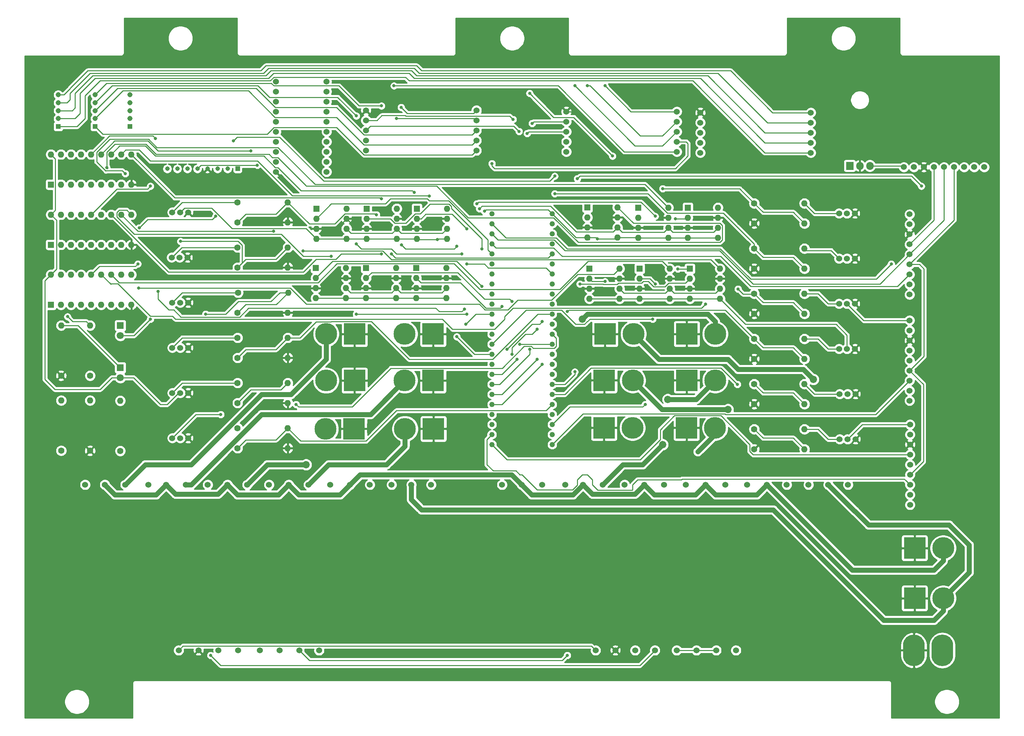
<source format=gbr>
%TF.GenerationSoftware,KiCad,Pcbnew,(5.1.10)-1*%
%TF.CreationDate,2021-12-21T23:50:08-05:00*%
%TF.ProjectId,CaelusPCB,4361656c-7573-4504-9342-2e6b69636164,rev?*%
%TF.SameCoordinates,Original*%
%TF.FileFunction,Copper,L1,Top*%
%TF.FilePolarity,Positive*%
%FSLAX46Y46*%
G04 Gerber Fmt 4.6, Leading zero omitted, Abs format (unit mm)*
G04 Created by KiCad (PCBNEW (5.1.10)-1) date 2021-12-21 23:50:08*
%MOMM*%
%LPD*%
G01*
G04 APERTURE LIST*
%TA.AperFunction,ComponentPad*%
%ADD10O,1.600000X1.600000*%
%TD*%
%TA.AperFunction,ComponentPad*%
%ADD11R,1.600000X1.600000*%
%TD*%
%TA.AperFunction,ComponentPad*%
%ADD12C,1.524000*%
%TD*%
%TA.AperFunction,ComponentPad*%
%ADD13C,1.600000*%
%TD*%
%TA.AperFunction,ComponentPad*%
%ADD14C,1.320800*%
%TD*%
%TA.AperFunction,ComponentPad*%
%ADD15R,1.143000X1.143000*%
%TD*%
%TA.AperFunction,ComponentPad*%
%ADD16C,1.143000*%
%TD*%
%TA.AperFunction,ComponentPad*%
%ADD17O,5.499999X7.999999*%
%TD*%
%TA.AperFunction,ComponentPad*%
%ADD18R,1.800000X1.800000*%
%TD*%
%TA.AperFunction,ComponentPad*%
%ADD19C,1.800000*%
%TD*%
%TA.AperFunction,ComponentPad*%
%ADD20C,1.308000*%
%TD*%
%TA.AperFunction,ComponentPad*%
%ADD21R,1.308000X1.308000*%
%TD*%
%TA.AperFunction,ComponentPad*%
%ADD22C,5.516000*%
%TD*%
%TA.AperFunction,ComponentPad*%
%ADD23R,5.516000X5.516000*%
%TD*%
%TA.AperFunction,ComponentPad*%
%ADD24R,1.905000X2.000000*%
%TD*%
%TA.AperFunction,ComponentPad*%
%ADD25O,1.905000X2.000000*%
%TD*%
%TA.AperFunction,ViaPad*%
%ADD26C,0.800000*%
%TD*%
%TA.AperFunction,ViaPad*%
%ADD27C,1.850000*%
%TD*%
%TA.AperFunction,Conductor*%
%ADD28C,0.250000*%
%TD*%
%TA.AperFunction,Conductor*%
%ADD29C,1.300000*%
%TD*%
%TA.AperFunction,Conductor*%
%ADD30C,0.254000*%
%TD*%
%TA.AperFunction,Conductor*%
%ADD31C,0.100000*%
%TD*%
G04 APERTURE END LIST*
D10*
%TO.P,U50,18*%
%TO.N,+5V*%
X57404000Y-118331000D03*
%TO.P,U50,9*%
%TO.N,GND1*%
X77724000Y-125951000D03*
%TO.P,U50,17*%
%TO.N,N/C*%
X59944000Y-118331000D03*
%TO.P,U50,8*%
X75184000Y-125951000D03*
%TO.P,U50,16*%
%TO.N,Net-(R3-Pad1)*%
X62484000Y-118331000D03*
%TO.P,U50,7*%
%TO.N,N/C*%
X72644000Y-125951000D03*
%TO.P,U50,15*%
%TO.N,Net-(R3-Pad2)*%
X65024000Y-118331000D03*
%TO.P,U50,6*%
%TO.N,N/C*%
X70104000Y-125951000D03*
%TO.P,U50,14*%
%TO.N,25*%
X67564000Y-118331000D03*
%TO.P,U50,5*%
%TO.N,N/C*%
X67564000Y-125951000D03*
%TO.P,U50,13*%
%TO.N,28*%
X70104000Y-118331000D03*
%TO.P,U50,4*%
%TO.N,N/C*%
X65024000Y-125951000D03*
%TO.P,U50,12*%
%TO.N,29*%
X72644000Y-118331000D03*
%TO.P,U50,3*%
%TO.N,N/C*%
X62484000Y-125951000D03*
%TO.P,U50,11*%
%TO.N,30*%
X75184000Y-118331000D03*
%TO.P,U50,2*%
%TO.N,N/C*%
X59944000Y-125951000D03*
%TO.P,U50,10*%
%TO.N,31*%
X77724000Y-118331000D03*
D11*
%TO.P,U50,1*%
%TO.N,N/C*%
X57404000Y-125951000D03*
%TD*%
D12*
%TO.P,U4,26*%
%TO.N,71*%
X258950000Y-201930000D03*
%TO.P,U4,7*%
%TO.N,48*%
X225625000Y-243840000D03*
%TO.P,U4,6*%
X220625000Y-243840000D03*
%TO.P,U4,4*%
%TO.N,47*%
X210125000Y-243840000D03*
%TO.P,U4,5*%
%TO.N,48*%
X215625000Y-243840000D03*
%TO.P,U4,8*%
%TO.N,54*%
X230625000Y-243840000D03*
%TO.P,U4,1*%
%TO.N,+5V*%
X195125000Y-243840000D03*
%TO.P,U4,2*%
%TO.N,GND1*%
X200125000Y-243840000D03*
%TO.P,U4,3*%
%TO.N,46*%
X205125000Y-243840000D03*
%TO.P,U4,17*%
%TO.N,68*%
X212450000Y-201930000D03*
%TO.P,U4,18*%
%TO.N,N/C*%
X217950000Y-201930000D03*
%TO.P,U4,19*%
%TO.N,+12V*%
X222950000Y-201930000D03*
%TO.P,U4,20*%
%TO.N,69*%
X227950000Y-201930000D03*
%TO.P,U4,21*%
%TO.N,N/C*%
X233450000Y-201930000D03*
%TO.P,U4,22*%
%TO.N,+12V*%
X238450000Y-201930000D03*
%TO.P,U4,23*%
%TO.N,70*%
X243450000Y-201930000D03*
%TO.P,U4,24*%
%TO.N,N/C*%
X248950000Y-201930000D03*
%TO.P,U4,25*%
%TO.N,+24V*%
X253950000Y-201930000D03*
%TO.P,U4,16*%
%TO.N,+12V*%
X207450000Y-201930000D03*
%TO.P,U4,15*%
%TO.N,N/C*%
X202450000Y-201930000D03*
%TO.P,U4,14*%
%TO.N,67*%
X196950000Y-201930000D03*
%TO.P,U4,13*%
%TO.N,+12V*%
X191950000Y-201930000D03*
%TO.P,U4,12*%
%TO.N,N/C*%
X187450000Y-201930000D03*
%TO.P,U4,11*%
%TO.N,66*%
X181610000Y-201930000D03*
%TO.P,U4,10*%
%TO.N,+12V*%
X176450000Y-201930000D03*
%TO.P,U4,9*%
%TO.N,N/C*%
X171450000Y-201930000D03*
%TD*%
%TO.P,J27,3*%
%TO.N,GND1*%
X92090000Y-190130000D03*
%TO.P,J27,2*%
%TO.N,+5V*%
X90090000Y-190130000D03*
%TO.P,J27,1*%
%TO.N,Net-(J27-Pad1)*%
X88090000Y-190130000D03*
%TD*%
%TO.P,J26,3*%
%TO.N,GND1*%
X92090000Y-178700000D03*
%TO.P,J26,2*%
%TO.N,+5V*%
X90090000Y-178700000D03*
%TO.P,J26,1*%
%TO.N,Net-(J26-Pad1)*%
X88090000Y-178700000D03*
%TD*%
%TO.P,J25,3*%
%TO.N,GND1*%
X92090000Y-167270000D03*
%TO.P,J25,2*%
%TO.N,+5V*%
X90090000Y-167270000D03*
%TO.P,J25,1*%
%TO.N,Net-(J25-Pad1)*%
X88090000Y-167270000D03*
%TD*%
%TO.P,J24,3*%
%TO.N,GND1*%
X92090000Y-155840000D03*
%TO.P,J24,2*%
%TO.N,+5V*%
X90090000Y-155840000D03*
%TO.P,J24,1*%
%TO.N,Net-(J24-Pad1)*%
X88090000Y-155840000D03*
%TD*%
%TO.P,J23,3*%
%TO.N,GND1*%
X91940000Y-144410000D03*
%TO.P,J23,2*%
%TO.N,+5V*%
X89940000Y-144410000D03*
%TO.P,J23,1*%
%TO.N,Net-(J23-Pad1)*%
X87940000Y-144410000D03*
%TD*%
%TO.P,J22,3*%
%TO.N,GND1*%
X92090000Y-132980000D03*
%TO.P,J22,2*%
%TO.N,+5V*%
X90090000Y-132980000D03*
%TO.P,J22,1*%
%TO.N,Net-(J22-Pad1)*%
X88090000Y-132980000D03*
%TD*%
%TO.P,J21,3*%
%TO.N,GND1*%
X260827000Y-190400000D03*
%TO.P,J21,2*%
%TO.N,+5V*%
X258827000Y-190400000D03*
%TO.P,J21,1*%
%TO.N,Net-(J21-Pad1)*%
X256827000Y-190400000D03*
%TD*%
%TO.P,J20,3*%
%TO.N,GND1*%
X260827000Y-178970000D03*
%TO.P,J20,2*%
%TO.N,+5V*%
X258827000Y-178970000D03*
%TO.P,J20,1*%
%TO.N,Net-(J20-Pad1)*%
X256827000Y-178970000D03*
%TD*%
%TO.P,J19,3*%
%TO.N,GND1*%
X260677000Y-167540000D03*
%TO.P,J19,2*%
%TO.N,+5V*%
X258677000Y-167540000D03*
%TO.P,J19,1*%
%TO.N,Net-(J19-Pad1)*%
X256677000Y-167540000D03*
%TD*%
%TO.P,J18,3*%
%TO.N,GND1*%
X260677000Y-156110000D03*
%TO.P,J18,2*%
%TO.N,+5V*%
X258677000Y-156110000D03*
%TO.P,J18,1*%
%TO.N,Net-(J18-Pad1)*%
X256677000Y-156110000D03*
%TD*%
%TO.P,J17,3*%
%TO.N,GND1*%
X260677000Y-144680000D03*
%TO.P,J17,2*%
%TO.N,+5V*%
X258677000Y-144680000D03*
%TO.P,J17,1*%
%TO.N,Net-(J17-Pad1)*%
X256677000Y-144680000D03*
%TD*%
%TO.P,J16,3*%
%TO.N,GND1*%
X260677000Y-133250000D03*
%TO.P,J16,2*%
%TO.N,+5V*%
X258677000Y-133250000D03*
%TO.P,J16,1*%
%TO.N,Net-(J16-Pad1)*%
X256677000Y-133250000D03*
%TD*%
D11*
%TO.P,U34,1*%
%TO.N,N/C*%
X57404000Y-141191000D03*
D10*
%TO.P,U34,10*%
%TO.N,35*%
X77724000Y-133571000D03*
%TO.P,U34,2*%
%TO.N,N/C*%
X59944000Y-141191000D03*
%TO.P,U34,11*%
%TO.N,34*%
X75184000Y-133571000D03*
%TO.P,U34,3*%
%TO.N,N/C*%
X62484000Y-141191000D03*
%TO.P,U34,12*%
%TO.N,33*%
X72644000Y-133571000D03*
%TO.P,U34,4*%
%TO.N,N/C*%
X65024000Y-141191000D03*
%TO.P,U34,13*%
%TO.N,32*%
X70104000Y-133571000D03*
%TO.P,U34,5*%
%TO.N,N/C*%
X67564000Y-141191000D03*
%TO.P,U34,14*%
%TO.N,26*%
X67564000Y-133571000D03*
%TO.P,U34,6*%
%TO.N,N/C*%
X70104000Y-141191000D03*
%TO.P,U34,15*%
%TO.N,Net-(R2-Pad2)*%
X65024000Y-133571000D03*
%TO.P,U34,7*%
%TO.N,N/C*%
X72644000Y-141191000D03*
%TO.P,U34,16*%
%TO.N,Net-(R2-Pad1)*%
X62484000Y-133571000D03*
%TO.P,U34,8*%
%TO.N,N/C*%
X75184000Y-141191000D03*
%TO.P,U34,17*%
X59944000Y-133571000D03*
%TO.P,U34,9*%
%TO.N,GND1*%
X77724000Y-141191000D03*
%TO.P,U34,18*%
%TO.N,+5V*%
X57404000Y-133571000D03*
%TD*%
D13*
%TO.P,R1,1*%
%TO.N,Net-(R1-Pad1)*%
X59995001Y-193304999D03*
D10*
%TO.P,R1,2*%
%TO.N,Net-(R1-Pad2)*%
X59995001Y-180604999D03*
%TD*%
D14*
%TO.P,U23,32*%
%TO.N,1*%
X168910000Y-191770000D03*
%TO.P,U23,31*%
%TO.N,2*%
X168910000Y-189230000D03*
%TO.P,U23,30*%
%TO.N,21*%
X168910000Y-186690000D03*
%TO.P,U23,29*%
%TO.N,20*%
X168910000Y-184150000D03*
%TO.P,U23,28*%
%TO.N,19*%
X168910000Y-181610000D03*
%TO.P,U23,27*%
%TO.N,18*%
X168910000Y-179070000D03*
%TO.P,U23,26*%
%TO.N,17*%
X168910000Y-176530000D03*
%TO.P,U23,25*%
%TO.N,16*%
X168910000Y-173990000D03*
%TO.P,U23,24*%
%TO.N,57*%
X168910000Y-171450000D03*
%TO.P,U23,47*%
%TO.N,3.3*%
X168910000Y-168910000D03*
%TO.P,U23,12*%
%TO.N,12*%
X168910000Y-166370000D03*
%TO.P,U23,11*%
%TO.N,11*%
X168910000Y-163830000D03*
%TO.P,U23,10*%
%TO.N,10*%
X168910000Y-161290000D03*
%TO.P,U23,9*%
%TO.N,9*%
X168910000Y-158750000D03*
%TO.P,U23,8*%
%TO.N,60*%
X168910000Y-156210000D03*
%TO.P,U23,7*%
%TO.N,61*%
X168910000Y-153670000D03*
%TO.P,U23,6*%
%TO.N,6*%
X168910000Y-151130000D03*
%TO.P,U23,5*%
%TO.N,5*%
X168910000Y-148590000D03*
%TO.P,U23,4*%
%TO.N,4*%
X168910000Y-146050000D03*
%TO.P,U23,3*%
%TO.N,3*%
X168910000Y-143510000D03*
%TO.P,U23,2*%
%TO.N,15*%
X168910000Y-140970000D03*
%TO.P,U23,1*%
%TO.N,14*%
X168910000Y-138430000D03*
%TO.P,U23,0*%
%TO.N,13*%
X168910000Y-135890000D03*
%TO.P,U23,46*%
%TO.N,GND1*%
X168910000Y-133350000D03*
%TO.P,U23,33*%
%TO.N,50*%
X184150000Y-191770000D03*
%TO.P,U23,34*%
%TO.N,51*%
X184150000Y-189230000D03*
%TO.P,U23,35*%
%TO.N,58*%
X184150000Y-186690000D03*
%TO.P,U23,36*%
%TO.N,N/C*%
X184150000Y-184150000D03*
%TO.P,U23,37*%
%TO.N,Net-(R24-Pad2)*%
X184150000Y-181610000D03*
%TO.P,U23,38*%
%TO.N,Net-(R14-Pad1)*%
X184150000Y-179070000D03*
%TO.P,U23,39*%
%TO.N,7*%
X184150000Y-176530000D03*
%TO.P,U23,45*%
%TO.N,N/C*%
X184150000Y-173990000D03*
%TO.P,U23,44*%
X184150000Y-171450000D03*
%TO.P,U23,43*%
X184150000Y-168910000D03*
%TO.P,U23,13*%
%TO.N,8*%
X184150000Y-166370000D03*
%TO.P,U23,14*%
%TO.N,Net-(R23-Pad2)*%
X184150000Y-163830000D03*
%TO.P,U23,15*%
%TO.N,Net-(R16-Pad1)*%
X184150000Y-161290000D03*
%TO.P,U23,16*%
%TO.N,Net-(R22-Pad2)*%
X184150000Y-158750000D03*
%TO.P,U23,17*%
%TO.N,Net-(R13-Pad1)*%
X184150000Y-156210000D03*
%TO.P,U23,18*%
%TO.N,Net-(R21-Pad2)*%
X184150000Y-153670000D03*
%TO.P,U23,19*%
%TO.N,Net-(R12-Pad1)*%
X184150000Y-151130000D03*
%TO.P,U23,20*%
%TO.N,Net-(R20-Pad2)*%
X184150000Y-148590000D03*
%TO.P,U23,21*%
%TO.N,Net-(R11-Pad1)*%
X184150000Y-146050000D03*
%TO.P,U23,22*%
%TO.N,Net-(R19-Pad2)*%
X184150000Y-143510000D03*
%TO.P,U23,23*%
%TO.N,Net-(R15-Pad1)*%
X184150000Y-140970000D03*
%TO.P,U23,42*%
%TO.N,N/C*%
X184150000Y-138430000D03*
%TO.P,U23,41*%
X184150000Y-135890000D03*
%TO.P,U23,40*%
%TO.N,+5V*%
X184150000Y-133350000D03*
%TD*%
D15*
%TO.P,Ayo1,1*%
%TO.N,N/C*%
X104609200Y-121962800D03*
D16*
%TO.P,Ayo1,2*%
X102069200Y-121962800D03*
%TO.P,Ayo1,3*%
X99529200Y-121962800D03*
%TO.P,Ayo1,4*%
%TO.N,GND1*%
X96989200Y-121962800D03*
%TO.P,Ayo1,5*%
%TO.N,52*%
X94449200Y-121962800D03*
%TO.P,Ayo1,6*%
%TO.N,27*%
X91909200Y-121962800D03*
%TO.P,Ayo1,7*%
%TO.N,26*%
X89369200Y-121962800D03*
%TO.P,Ayo1,8*%
%TO.N,25*%
X86829200Y-121962800D03*
%TD*%
D17*
%TO.P,BT1,1*%
%TO.N,Net-(BT1-Pad1)*%
X282790000Y-243840000D03*
%TO.P,BT1,2*%
%TO.N,GND1*%
X275590000Y-243840000D03*
%TD*%
D18*
%TO.P,D1,1*%
%TO.N,Net-(D1-Pad1)*%
X74954999Y-172304999D03*
D19*
%TO.P,D1,2*%
%TO.N,+5V*%
X74954999Y-174844999D03*
%TD*%
%TO.P,D2,2*%
%TO.N,52*%
X74954999Y-164150000D03*
D18*
%TO.P,D2,1*%
%TO.N,Net-(D2-Pad1)*%
X74954999Y-161610000D03*
%TD*%
D20*
%TO.P,J1,5*%
%TO.N,Net-(J1-Pad5)*%
X68580000Y-103234000D03*
%TO.P,J1,4*%
%TO.N,Net-(J1-Pad4)*%
X68580000Y-105240000D03*
%TO.P,J1,3*%
%TO.N,Net-(J1-Pad3)*%
X68580000Y-107247000D03*
%TO.P,J1,2*%
%TO.N,Net-(J1-Pad2)*%
X68580000Y-109254000D03*
D21*
%TO.P,J1,1*%
%TO.N,Net-(J1-Pad1)*%
X68580000Y-111260000D03*
%TD*%
D20*
%TO.P,J2,5*%
%TO.N,Net-(J2-Pad5)*%
X77406500Y-103238500D03*
%TO.P,J2,4*%
%TO.N,Net-(J2-Pad4)*%
X77406500Y-105244500D03*
%TO.P,J2,3*%
%TO.N,Net-(J2-Pad3)*%
X77406500Y-107251500D03*
%TO.P,J2,2*%
%TO.N,Net-(J2-Pad2)*%
X77406500Y-109258500D03*
D21*
%TO.P,J2,1*%
%TO.N,Net-(J2-Pad1)*%
X77406500Y-111264500D03*
%TD*%
%TO.P,J3,1*%
%TO.N,Net-(J3-Pad1)*%
X59245500Y-111264500D03*
D20*
%TO.P,J3,2*%
%TO.N,Net-(J3-Pad2)*%
X59245500Y-109258500D03*
%TO.P,J3,3*%
%TO.N,Net-(J3-Pad3)*%
X59245500Y-107251500D03*
%TO.P,J3,4*%
%TO.N,Net-(J3-Pad4)*%
X59245500Y-105244500D03*
%TO.P,J3,5*%
%TO.N,Net-(J3-Pad5)*%
X59245500Y-103238500D03*
%TD*%
D22*
%TO.P,J4,2*%
%TO.N,62*%
X126988000Y-175524500D03*
D23*
%TO.P,J4,1*%
%TO.N,GND1*%
X134188000Y-175524500D03*
%TD*%
%TO.P,J5,1*%
%TO.N,GND1*%
X134061000Y-187780000D03*
D22*
%TO.P,J5,2*%
%TO.N,64*%
X126861000Y-187780000D03*
%TD*%
D23*
%TO.P,J6,1*%
%TO.N,GND1*%
X154048000Y-175524500D03*
D22*
%TO.P,J6,2*%
%TO.N,81*%
X146848000Y-175524500D03*
%TD*%
%TO.P,J7,2*%
%TO.N,63*%
X146931000Y-187780000D03*
D23*
%TO.P,J7,1*%
%TO.N,GND1*%
X154131000Y-187780000D03*
%TD*%
%TO.P,J8,1*%
%TO.N,GND1*%
X154048000Y-163777000D03*
D22*
%TO.P,J8,2*%
%TO.N,65*%
X146848000Y-163777000D03*
%TD*%
%TO.P,J9,2*%
%TO.N,66*%
X225354000Y-163761000D03*
D23*
%TO.P,J9,1*%
%TO.N,GND1*%
X218154000Y-163761000D03*
%TD*%
%TO.P,J10,1*%
%TO.N,GND1*%
X218110000Y-187510000D03*
D22*
%TO.P,J10,2*%
%TO.N,68*%
X225310000Y-187510000D03*
%TD*%
%TO.P,J11,2*%
%TO.N,70*%
X204513500Y-175508500D03*
D23*
%TO.P,J11,1*%
%TO.N,GND1*%
X197313500Y-175508500D03*
%TD*%
%TO.P,J12,1*%
%TO.N,GND1*%
X197250000Y-187510000D03*
D22*
%TO.P,J12,2*%
%TO.N,69*%
X204450000Y-187510000D03*
%TD*%
%TO.P,J13,2*%
%TO.N,71*%
X204704000Y-163761000D03*
D23*
%TO.P,J13,1*%
%TO.N,GND1*%
X197504000Y-163761000D03*
%TD*%
%TO.P,J14,1*%
%TO.N,GND1*%
X134188000Y-163777000D03*
D22*
%TO.P,J14,2*%
%TO.N,80*%
X126988000Y-163777000D03*
%TD*%
%TO.P,J15,2*%
%TO.N,67*%
X225373500Y-175508500D03*
D23*
%TO.P,J15,1*%
%TO.N,GND1*%
X218173500Y-175508500D03*
%TD*%
D22*
%TO.P,J28,2*%
%TO.N,+12V*%
X283000000Y-217960000D03*
D23*
%TO.P,J28,1*%
%TO.N,GND1*%
X275800000Y-217960000D03*
%TD*%
%TO.P,J29,1*%
%TO.N,GND1*%
X275800000Y-230660000D03*
D22*
%TO.P,J29,2*%
%TO.N,+24V*%
X283000000Y-230660000D03*
%TD*%
D10*
%TO.P,R2,2*%
%TO.N,Net-(R2-Pad2)*%
X67310000Y-161610000D03*
D13*
%TO.P,R2,1*%
%TO.N,Net-(R2-Pad1)*%
X67310000Y-174310000D03*
%TD*%
D10*
%TO.P,R3,2*%
%TO.N,Net-(R3-Pad2)*%
X74930000Y-180660000D03*
D13*
%TO.P,R3,1*%
%TO.N,Net-(R3-Pad1)*%
X74930000Y-193360000D03*
%TD*%
%TO.P,R4,1*%
%TO.N,GND1*%
X235237000Y-158650000D03*
D10*
%TO.P,R4,2*%
%TO.N,Net-(R12-Pad1)*%
X247937000Y-158650000D03*
%TD*%
D13*
%TO.P,R5,1*%
%TO.N,GND1*%
X235237000Y-170080000D03*
D10*
%TO.P,R5,2*%
%TO.N,Net-(R13-Pad1)*%
X247937000Y-170080000D03*
%TD*%
%TO.P,R6,2*%
%TO.N,Net-(R15-Pad1)*%
X247937000Y-135790000D03*
D13*
%TO.P,R6,1*%
%TO.N,GND1*%
X235237000Y-135790000D03*
%TD*%
D10*
%TO.P,R7,2*%
%TO.N,Net-(R11-Pad1)*%
X247937000Y-147220000D03*
D13*
%TO.P,R7,1*%
%TO.N,GND1*%
X235237000Y-147220000D03*
%TD*%
%TO.P,R8,1*%
%TO.N,GND1*%
X235237000Y-192940000D03*
D10*
%TO.P,R8,2*%
%TO.N,Net-(R14-Pad1)*%
X247937000Y-192940000D03*
%TD*%
%TO.P,R9,2*%
%TO.N,Net-(R16-Pad1)*%
X247937000Y-181510000D03*
D13*
%TO.P,R9,1*%
%TO.N,GND1*%
X235237000Y-181510000D03*
%TD*%
%TO.P,R10,1*%
%TO.N,GND1*%
X67285001Y-193304999D03*
D10*
%TO.P,R10,2*%
%TO.N,Net-(D2-Pad1)*%
X67285001Y-180604999D03*
%TD*%
%TO.P,R11,2*%
%TO.N,Net-(J17-Pad1)*%
X247937000Y-142140000D03*
D13*
%TO.P,R11,1*%
%TO.N,Net-(R11-Pad1)*%
X235237000Y-142140000D03*
%TD*%
D10*
%TO.P,R12,2*%
%TO.N,Net-(J18-Pad1)*%
X247937000Y-153570000D03*
D13*
%TO.P,R12,1*%
%TO.N,Net-(R12-Pad1)*%
X235237000Y-153570000D03*
%TD*%
D10*
%TO.P,R13,2*%
%TO.N,Net-(J19-Pad1)*%
X247937000Y-165000000D03*
D13*
%TO.P,R13,1*%
%TO.N,Net-(R13-Pad1)*%
X235237000Y-165000000D03*
%TD*%
D10*
%TO.P,R14,2*%
%TO.N,Net-(J21-Pad1)*%
X247937000Y-187860000D03*
D13*
%TO.P,R14,1*%
%TO.N,Net-(R14-Pad1)*%
X235237000Y-187860000D03*
%TD*%
%TO.P,R15,1*%
%TO.N,Net-(R15-Pad1)*%
X235237000Y-130710000D03*
D10*
%TO.P,R15,2*%
%TO.N,Net-(J16-Pad1)*%
X247937000Y-130710000D03*
%TD*%
D13*
%TO.P,R16,1*%
%TO.N,Net-(R16-Pad1)*%
X235237000Y-176430000D03*
D10*
%TO.P,R16,2*%
%TO.N,Net-(J20-Pad1)*%
X247937000Y-176430000D03*
%TD*%
D13*
%TO.P,R17,1*%
%TO.N,GND1*%
X59995001Y-174310000D03*
D10*
%TO.P,R17,2*%
%TO.N,Net-(D1-Pad1)*%
X59995001Y-161610000D03*
%TD*%
%TO.P,R19,2*%
%TO.N,Net-(R19-Pad2)*%
X117300000Y-130440000D03*
D13*
%TO.P,R19,1*%
%TO.N,Net-(J22-Pad1)*%
X104600000Y-130440000D03*
%TD*%
%TO.P,R20,1*%
%TO.N,Net-(J23-Pad1)*%
X104600000Y-141870000D03*
D10*
%TO.P,R20,2*%
%TO.N,Net-(R20-Pad2)*%
X117300000Y-141870000D03*
%TD*%
%TO.P,R21,2*%
%TO.N,Net-(R21-Pad2)*%
X117415001Y-153300000D03*
D13*
%TO.P,R21,1*%
%TO.N,Net-(J24-Pad1)*%
X104715001Y-153300000D03*
%TD*%
D10*
%TO.P,R22,2*%
%TO.N,Net-(R22-Pad2)*%
X117300000Y-164730000D03*
D13*
%TO.P,R22,1*%
%TO.N,Net-(J25-Pad1)*%
X104600000Y-164730000D03*
%TD*%
D10*
%TO.P,R23,2*%
%TO.N,Net-(R23-Pad2)*%
X117300000Y-176160000D03*
D13*
%TO.P,R23,1*%
%TO.N,Net-(J26-Pad1)*%
X104600000Y-176160000D03*
%TD*%
%TO.P,R24,1*%
%TO.N,Net-(J27-Pad1)*%
X104600000Y-187590000D03*
D10*
%TO.P,R24,2*%
%TO.N,Net-(R24-Pad2)*%
X117300000Y-187590000D03*
%TD*%
D13*
%TO.P,R26,1*%
%TO.N,Net-(R19-Pad2)*%
X104600000Y-135520000D03*
D10*
%TO.P,R26,2*%
%TO.N,GND1*%
X117300000Y-135520000D03*
%TD*%
D13*
%TO.P,R27,1*%
%TO.N,Net-(R20-Pad2)*%
X104600000Y-146950000D03*
D10*
%TO.P,R27,2*%
%TO.N,GND1*%
X117300000Y-146950000D03*
%TD*%
D13*
%TO.P,R28,1*%
%TO.N,Net-(R21-Pad2)*%
X104600000Y-158380000D03*
D10*
%TO.P,R28,2*%
%TO.N,GND1*%
X117300000Y-158380000D03*
%TD*%
D13*
%TO.P,R29,1*%
%TO.N,Net-(R22-Pad2)*%
X104600000Y-169810000D03*
D10*
%TO.P,R29,2*%
%TO.N,GND1*%
X117300000Y-169810000D03*
%TD*%
D13*
%TO.P,R30,1*%
%TO.N,Net-(R23-Pad2)*%
X104600000Y-181240000D03*
D10*
%TO.P,R30,2*%
%TO.N,GND1*%
X117300000Y-181240000D03*
%TD*%
%TO.P,R31,2*%
%TO.N,GND1*%
X117300000Y-192670000D03*
D13*
%TO.P,R31,1*%
%TO.N,Net-(R24-Pad2)*%
X104600000Y-192670000D03*
%TD*%
D12*
%TO.P,U1,9*%
%TO.N,N/C*%
X293370000Y-121539000D03*
%TO.P,U1,8*%
X290830000Y-121539000D03*
%TO.P,U1,7*%
%TO.N,51*%
X288290000Y-121539000D03*
%TO.P,U1,6*%
%TO.N,13*%
X285750000Y-121539000D03*
%TO.P,U1,5*%
%TO.N,14*%
X283210000Y-121539000D03*
%TO.P,U1,4*%
%TO.N,1*%
X280670000Y-121539000D03*
%TO.P,U1,3*%
%TO.N,GND1*%
X278130000Y-121539000D03*
%TO.P,U1,2*%
%TO.N,N/C*%
X275590000Y-121539000D03*
%TO.P,U1,1*%
%TO.N,+5V*%
X273050000Y-121539000D03*
%TD*%
D24*
%TO.P,U3,1*%
%TO.N,Net-(BT1-Pad1)*%
X259384800Y-121208800D03*
D25*
%TO.P,U3,2*%
%TO.N,GND1*%
X261924800Y-121208800D03*
%TO.P,U3,3*%
%TO.N,+5V*%
X264464800Y-121208800D03*
%TD*%
D12*
%TO.P,U15,9*%
%TO.N,N/C*%
X274510500Y-180657500D03*
%TO.P,U15,8*%
X274510500Y-178117500D03*
%TO.P,U15,7*%
%TO.N,50*%
X274510500Y-175577500D03*
%TO.P,U15,6*%
%TO.N,13*%
X274510500Y-173037500D03*
%TO.P,U15,5*%
%TO.N,14*%
X274510500Y-170497500D03*
%TO.P,U15,4*%
%TO.N,1*%
X274510500Y-167957500D03*
%TO.P,U15,3*%
%TO.N,GND1*%
X274510500Y-165417500D03*
%TO.P,U15,2*%
%TO.N,N/C*%
X274510500Y-162877500D03*
%TO.P,U15,1*%
%TO.N,+5V*%
X274510500Y-160337500D03*
%TD*%
%TO.P,U18,1*%
%TO.N,+5V*%
X274510500Y-133477000D03*
%TO.P,U18,2*%
%TO.N,N/C*%
X274510500Y-136017000D03*
%TO.P,U18,3*%
%TO.N,GND1*%
X274510500Y-138557000D03*
%TO.P,U18,4*%
%TO.N,1*%
X274510500Y-141097000D03*
%TO.P,U18,5*%
%TO.N,14*%
X274510500Y-143637000D03*
%TO.P,U18,6*%
%TO.N,13*%
X274510500Y-146177000D03*
%TO.P,U18,7*%
%TO.N,15*%
X274510500Y-148717000D03*
%TO.P,U18,8*%
%TO.N,N/C*%
X274510500Y-151257000D03*
%TO.P,U18,9*%
X274510500Y-153797000D03*
%TD*%
D11*
%TO.P,U19,1*%
%TO.N,N/C*%
X57409001Y-156375999D03*
D10*
%TO.P,U19,10*%
%TO.N,39*%
X77729001Y-148755999D03*
%TO.P,U19,2*%
%TO.N,N/C*%
X59949001Y-156375999D03*
%TO.P,U19,11*%
%TO.N,38*%
X75189001Y-148755999D03*
%TO.P,U19,3*%
%TO.N,N/C*%
X62489001Y-156375999D03*
%TO.P,U19,12*%
%TO.N,37*%
X72649001Y-148755999D03*
%TO.P,U19,4*%
%TO.N,N/C*%
X65029001Y-156375999D03*
%TO.P,U19,13*%
%TO.N,36*%
X70109001Y-148755999D03*
%TO.P,U19,5*%
%TO.N,N/C*%
X67569001Y-156375999D03*
%TO.P,U19,14*%
%TO.N,27*%
X67569001Y-148755999D03*
%TO.P,U19,6*%
%TO.N,N/C*%
X70109001Y-156375999D03*
%TO.P,U19,15*%
%TO.N,Net-(R1-Pad2)*%
X65029001Y-148755999D03*
%TO.P,U19,7*%
%TO.N,N/C*%
X72649001Y-156375999D03*
%TO.P,U19,16*%
%TO.N,Net-(R1-Pad1)*%
X62489001Y-148755999D03*
%TO.P,U19,8*%
%TO.N,N/C*%
X75189001Y-156375999D03*
%TO.P,U19,17*%
X59949001Y-148755999D03*
%TO.P,U19,9*%
%TO.N,GND1*%
X77729001Y-156375999D03*
%TO.P,U19,18*%
%TO.N,+5V*%
X57409001Y-148755999D03*
%TD*%
%TO.P,U20,8*%
%TO.N,28*%
X132143500Y-132047001D03*
%TO.P,U20,4*%
%TO.N,+5V*%
X124523500Y-139667001D03*
%TO.P,U20,7*%
%TO.N,GND1*%
X132143500Y-134587001D03*
%TO.P,U20,3*%
X124523500Y-137127001D03*
%TO.P,U20,6*%
%TO.N,52*%
X132143500Y-137127001D03*
%TO.P,U20,2*%
%TO.N,3*%
X124523500Y-134587001D03*
%TO.P,U20,5*%
%TO.N,+5V*%
X132143500Y-139667001D03*
D11*
%TO.P,U20,1*%
%TO.N,40*%
X124523500Y-132047001D03*
%TD*%
D10*
%TO.P,U21,8*%
%TO.N,31*%
X144843500Y-132047001D03*
%TO.P,U21,4*%
%TO.N,+5V*%
X137223500Y-139667001D03*
%TO.P,U21,7*%
%TO.N,GND1*%
X144843500Y-134587001D03*
%TO.P,U21,3*%
X137223500Y-137127001D03*
%TO.P,U21,6*%
%TO.N,52*%
X144843500Y-137127001D03*
%TO.P,U21,2*%
%TO.N,6*%
X137223500Y-134587001D03*
%TO.P,U21,5*%
%TO.N,+5V*%
X144843500Y-139667001D03*
D11*
%TO.P,U21,1*%
%TO.N,43*%
X137223500Y-132047001D03*
%TD*%
%TO.P,U22,1*%
%TO.N,48*%
X218440000Y-131808501D03*
D10*
%TO.P,U22,5*%
%TO.N,+5V*%
X226060000Y-139428501D03*
%TO.P,U22,2*%
%TO.N,11*%
X218440000Y-134348501D03*
%TO.P,U22,6*%
%TO.N,52*%
X226060000Y-136888501D03*
%TO.P,U22,3*%
%TO.N,GND1*%
X218440000Y-136888501D03*
%TO.P,U22,7*%
X226060000Y-134348501D03*
%TO.P,U22,4*%
%TO.N,+5V*%
X218440000Y-139428501D03*
%TO.P,U22,8*%
%TO.N,36*%
X226060000Y-131808501D03*
%TD*%
D12*
%TO.P,U25,2*%
%TO.N,Net-(J1-Pad2)*%
X164998400Y-114808000D03*
%TO.P,U25,3*%
%TO.N,Net-(J1-Pad3)*%
X164998400Y-112268000D03*
%TO.P,U25,4*%
%TO.N,Net-(J1-Pad4)*%
X164998400Y-109728000D03*
%TO.P,U25,5*%
%TO.N,Net-(J1-Pad5)*%
X165008400Y-107188000D03*
%TO.P,U25,1*%
%TO.N,Net-(J1-Pad1)*%
X164998400Y-117348000D03*
%TO.P,U25,10*%
%TO.N,+5V*%
X137058400Y-117348000D03*
%TO.P,U25,9*%
X137058400Y-114808000D03*
%TO.P,U25,8*%
%TO.N,16*%
X137058400Y-112268000D03*
%TO.P,U25,7*%
%TO.N,17*%
X137058400Y-109728000D03*
%TO.P,U25,6*%
%TO.N,GND1*%
X137058400Y-107188000D03*
%TD*%
%TO.P,U33,1*%
%TO.N,+5V*%
X274621000Y-186690000D03*
%TO.P,U33,2*%
%TO.N,N/C*%
X274621000Y-189230000D03*
%TO.P,U33,3*%
%TO.N,GND1*%
X274621000Y-191770000D03*
%TO.P,U33,4*%
%TO.N,1*%
X274621000Y-194310000D03*
%TO.P,U33,5*%
%TO.N,14*%
X274621000Y-196850000D03*
%TO.P,U33,6*%
%TO.N,13*%
X274621000Y-199390000D03*
%TO.P,U33,7*%
%TO.N,2*%
X274621000Y-201930000D03*
%TO.P,U33,8*%
%TO.N,N/C*%
X274621000Y-204470000D03*
%TO.P,U33,9*%
X274621000Y-207010000D03*
%TD*%
%TO.P,U36,6*%
%TO.N,GND1*%
X187706000Y-107492800D03*
%TO.P,U36,7*%
%TO.N,19*%
X187706000Y-110032800D03*
%TO.P,U36,8*%
%TO.N,18*%
X187706000Y-112572800D03*
%TO.P,U36,9*%
%TO.N,+5V*%
X187706000Y-115112800D03*
%TO.P,U36,10*%
X187706000Y-117652800D03*
%TO.P,U36,1*%
%TO.N,Net-(J2-Pad1)*%
X215646000Y-117652800D03*
%TO.P,U36,5*%
%TO.N,Net-(J2-Pad5)*%
X215656000Y-107492800D03*
%TO.P,U36,4*%
%TO.N,Net-(J2-Pad4)*%
X215646000Y-110032800D03*
%TO.P,U36,3*%
%TO.N,Net-(J2-Pad3)*%
X215646000Y-112572800D03*
%TO.P,U36,2*%
%TO.N,Net-(J2-Pad2)*%
X215646000Y-115112800D03*
%TD*%
D11*
%TO.P,U44,1*%
%TO.N,41*%
X149796500Y-147096501D03*
D10*
%TO.P,U44,5*%
%TO.N,+5V*%
X157416500Y-154716501D03*
%TO.P,U44,2*%
%TO.N,4*%
X149796500Y-149636501D03*
%TO.P,U44,6*%
%TO.N,52*%
X157416500Y-152176501D03*
%TO.P,U44,3*%
%TO.N,GND1*%
X149796500Y-152176501D03*
%TO.P,U44,7*%
X157416500Y-149636501D03*
%TO.P,U44,4*%
%TO.N,+5V*%
X149796500Y-154716501D03*
%TO.P,U44,8*%
%TO.N,29*%
X157416500Y-147096501D03*
%TD*%
D12*
%TO.P,U46,2*%
%TO.N,Net-(J3-Pad2)*%
X249529600Y-115366800D03*
%TO.P,U46,3*%
%TO.N,Net-(J3-Pad3)*%
X249529600Y-112826800D03*
%TO.P,U46,4*%
%TO.N,Net-(J3-Pad4)*%
X249529600Y-110286800D03*
%TO.P,U46,5*%
%TO.N,Net-(J3-Pad5)*%
X249539600Y-107746800D03*
%TO.P,U46,1*%
%TO.N,Net-(J3-Pad1)*%
X249529600Y-117906800D03*
%TO.P,U46,10*%
%TO.N,+5V*%
X221589600Y-117906800D03*
%TO.P,U46,9*%
X221589600Y-115366800D03*
%TO.P,U46,8*%
%TO.N,20*%
X221589600Y-112826800D03*
%TO.P,U46,7*%
%TO.N,21*%
X221589600Y-110286800D03*
%TO.P,U46,6*%
%TO.N,GND1*%
X221589600Y-107746800D03*
%TD*%
D10*
%TO.P,U48,8*%
%TO.N,32*%
X200660000Y-131743500D03*
%TO.P,U48,4*%
%TO.N,+5V*%
X193040000Y-139363500D03*
%TO.P,U48,7*%
%TO.N,GND1*%
X200660000Y-134283500D03*
%TO.P,U48,3*%
X193040000Y-136823500D03*
%TO.P,U48,6*%
%TO.N,52*%
X200660000Y-136823500D03*
%TO.P,U48,2*%
%TO.N,7*%
X193040000Y-134283500D03*
%TO.P,U48,5*%
%TO.N,+5V*%
X200660000Y-139363500D03*
D11*
%TO.P,U48,1*%
%TO.N,44*%
X193040000Y-131743500D03*
%TD*%
%TO.P,U49,1*%
%TO.N,N/C*%
X206248000Y-147237500D03*
D10*
%TO.P,U49,5*%
%TO.N,+5V*%
X213868000Y-154857500D03*
%TO.P,U49,2*%
%TO.N,12*%
X206248000Y-149777500D03*
%TO.P,U49,6*%
%TO.N,52*%
X213868000Y-152317500D03*
%TO.P,U49,3*%
%TO.N,GND1*%
X206248000Y-152317500D03*
%TO.P,U49,7*%
X213868000Y-149777500D03*
%TO.P,U49,4*%
%TO.N,+5V*%
X206248000Y-154857500D03*
%TO.P,U49,8*%
%TO.N,37*%
X213868000Y-147237500D03*
%TD*%
%TO.P,U51,8*%
%TO.N,30*%
X157543500Y-132047001D03*
%TO.P,U51,4*%
%TO.N,+5V*%
X149923500Y-139667001D03*
%TO.P,U51,7*%
%TO.N,GND1*%
X157543500Y-134587001D03*
%TO.P,U51,3*%
X149923500Y-137127001D03*
%TO.P,U51,6*%
%TO.N,52*%
X157543500Y-137127001D03*
%TO.P,U51,2*%
%TO.N,5*%
X149923500Y-134587001D03*
%TO.P,U51,5*%
%TO.N,+5V*%
X157543500Y-139667001D03*
D11*
%TO.P,U51,1*%
%TO.N,42*%
X149923500Y-132047001D03*
%TD*%
D10*
%TO.P,U52,8*%
%TO.N,33*%
X144716500Y-147096501D03*
%TO.P,U52,4*%
%TO.N,+5V*%
X137096500Y-154716501D03*
%TO.P,U52,7*%
%TO.N,GND1*%
X144716500Y-149636501D03*
%TO.P,U52,3*%
X137096500Y-152176501D03*
%TO.P,U52,6*%
%TO.N,52*%
X144716500Y-152176501D03*
%TO.P,U52,2*%
%TO.N,8*%
X137096500Y-149636501D03*
%TO.P,U52,5*%
%TO.N,+5V*%
X144716500Y-154716501D03*
D11*
%TO.P,U52,1*%
%TO.N,45*%
X137096500Y-147096501D03*
%TD*%
%TO.P,U53,1*%
%TO.N,N/C*%
X193548000Y-147237500D03*
D10*
%TO.P,U53,5*%
%TO.N,+5V*%
X201168000Y-154857500D03*
%TO.P,U53,2*%
%TO.N,57*%
X193548000Y-149777500D03*
%TO.P,U53,6*%
%TO.N,52*%
X201168000Y-152317500D03*
%TO.P,U53,3*%
%TO.N,GND1*%
X193548000Y-152317500D03*
%TO.P,U53,7*%
X201168000Y-149777500D03*
%TO.P,U53,4*%
%TO.N,+5V*%
X193548000Y-154857500D03*
%TO.P,U53,8*%
%TO.N,38*%
X201168000Y-147237500D03*
%TD*%
%TO.P,U54,8*%
%TO.N,34*%
X226568000Y-147237500D03*
%TO.P,U54,4*%
%TO.N,+5V*%
X218948000Y-154857500D03*
%TO.P,U54,7*%
%TO.N,GND1*%
X226568000Y-149777500D03*
%TO.P,U54,3*%
X218948000Y-152317500D03*
%TO.P,U54,6*%
%TO.N,52*%
X226568000Y-152317500D03*
%TO.P,U54,2*%
%TO.N,9*%
X218948000Y-149777500D03*
%TO.P,U54,5*%
%TO.N,+5V*%
X226568000Y-154857500D03*
D11*
%TO.P,U54,1*%
%TO.N,46*%
X218948000Y-147237500D03*
%TD*%
%TO.P,U55,1*%
%TO.N,54*%
X205905001Y-131808501D03*
D10*
%TO.P,U55,5*%
%TO.N,+5V*%
X213525001Y-139428501D03*
%TO.P,U55,2*%
%TO.N,58*%
X205905001Y-134348501D03*
%TO.P,U55,6*%
%TO.N,52*%
X213525001Y-136888501D03*
%TO.P,U55,3*%
%TO.N,GND1*%
X205905001Y-136888501D03*
%TO.P,U55,7*%
X213525001Y-134348501D03*
%TO.P,U55,4*%
%TO.N,+5V*%
X205905001Y-139428501D03*
%TO.P,U55,8*%
%TO.N,39*%
X213525001Y-131808501D03*
%TD*%
D12*
%TO.P,U56,20*%
%TO.N,N/C*%
X127108420Y-99884820D03*
%TO.P,U56,19*%
X127108420Y-102424820D03*
%TO.P,U56,18*%
X127108420Y-104964820D03*
%TO.P,U56,17*%
X127108420Y-107504820D03*
%TO.P,U56,16*%
X127108420Y-110044820D03*
%TO.P,U56,15*%
X127108420Y-112584820D03*
%TO.P,U56,14*%
X127108420Y-115124820D03*
%TO.P,U56,13*%
X127108420Y-117664820D03*
%TO.P,U56,12*%
X127108420Y-120204820D03*
%TO.P,U56,11*%
X127108420Y-122744820D03*
%TO.P,U56,10*%
%TO.N,GND1*%
X114308420Y-122744820D03*
%TO.P,U56,9*%
%TO.N,N/C*%
X114308420Y-120204820D03*
%TO.P,U56,8*%
X114308420Y-117664820D03*
%TO.P,U56,7*%
X114308420Y-115124820D03*
%TO.P,U56,6*%
X114308420Y-112584820D03*
%TO.P,U56,5*%
X114308420Y-110044820D03*
%TO.P,U56,4*%
X114308420Y-107504820D03*
%TO.P,U56,3*%
%TO.N,60*%
X114308420Y-104964820D03*
%TO.P,U56,2*%
%TO.N,61*%
X114308420Y-102424820D03*
%TO.P,U56,1*%
%TO.N,3.3*%
X114308420Y-99884820D03*
%TD*%
D11*
%TO.P,U58,1*%
%TO.N,47*%
X124396500Y-147096501D03*
D10*
%TO.P,U58,5*%
%TO.N,+5V*%
X132016500Y-154716501D03*
%TO.P,U58,2*%
%TO.N,10*%
X124396500Y-149636501D03*
%TO.P,U58,6*%
%TO.N,52*%
X132016500Y-152176501D03*
%TO.P,U58,3*%
%TO.N,GND1*%
X124396500Y-152176501D03*
%TO.P,U58,7*%
X132016500Y-149636501D03*
%TO.P,U58,4*%
%TO.N,+5V*%
X124396500Y-154716501D03*
%TO.P,U58,8*%
%TO.N,35*%
X132016500Y-147096501D03*
%TD*%
D12*
%TO.P,U2,9*%
%TO.N,N/C*%
X66040000Y-201930000D03*
%TO.P,U2,10*%
%TO.N,+12V*%
X71040000Y-201930000D03*
%TO.P,U2,11*%
%TO.N,80*%
X76200000Y-201930000D03*
%TO.P,U2,12*%
%TO.N,N/C*%
X82040000Y-201930000D03*
%TO.P,U2,13*%
%TO.N,+12V*%
X86540000Y-201930000D03*
%TO.P,U2,14*%
%TO.N,81*%
X91540000Y-201930000D03*
%TO.P,U2,15*%
%TO.N,N/C*%
X97040000Y-201930000D03*
%TO.P,U2,16*%
%TO.N,+12V*%
X102040000Y-201930000D03*
%TO.P,U2,25*%
%TO.N,+24V*%
X148540000Y-201930000D03*
%TO.P,U2,24*%
%TO.N,N/C*%
X143540000Y-201930000D03*
%TO.P,U2,23*%
%TO.N,64*%
X138040000Y-201930000D03*
%TO.P,U2,22*%
%TO.N,+12V*%
X133040000Y-201930000D03*
%TO.P,U2,21*%
%TO.N,N/C*%
X128040000Y-201930000D03*
%TO.P,U2,20*%
%TO.N,63*%
X122540000Y-201930000D03*
%TO.P,U2,19*%
%TO.N,+12V*%
X117540000Y-201930000D03*
%TO.P,U2,18*%
%TO.N,N/C*%
X112540000Y-201930000D03*
%TO.P,U2,17*%
%TO.N,62*%
X107040000Y-201930000D03*
%TO.P,U2,3*%
%TO.N,40*%
X99715000Y-243840000D03*
%TO.P,U2,2*%
%TO.N,GND1*%
X94715000Y-243840000D03*
%TO.P,U2,1*%
%TO.N,+5V*%
X89715000Y-243840000D03*
%TO.P,U2,8*%
%TO.N,45*%
X125215000Y-243840000D03*
%TO.P,U2,5*%
%TO.N,42*%
X110215000Y-243840000D03*
%TO.P,U2,4*%
%TO.N,41*%
X104715000Y-243840000D03*
%TO.P,U2,6*%
%TO.N,43*%
X115215000Y-243840000D03*
%TO.P,U2,7*%
%TO.N,44*%
X120215000Y-243840000D03*
%TO.P,U2,26*%
%TO.N,65*%
X153540000Y-201930000D03*
%TD*%
D26*
%TO.N,GND1*%
X122936000Y-115570000D03*
X125222000Y-113030000D03*
X201930000Y-119634000D03*
%TO.N,52*%
X82550000Y-160020000D03*
X109591301Y-121066299D03*
X165735000Y-132080000D03*
%TO.N,27*%
X79375000Y-146050000D03*
X99060000Y-133985000D03*
X79756000Y-136906000D03*
%TO.N,26*%
X82550000Y-126365000D03*
%TO.N,25*%
X83820000Y-114300000D03*
%TO.N,+5V*%
X155099999Y-139859999D03*
X195580000Y-139700000D03*
X167005000Y-132715000D03*
%TO.N,Net-(J1-Pad5)*%
X140970000Y-106045000D03*
X145960000Y-106426000D03*
%TO.N,Net-(J1-Pad4)*%
X134620000Y-108585000D03*
X144780000Y-109220000D03*
%TO.N,Net-(J2-Pad1)*%
X144138179Y-100971821D03*
%TO.N,Net-(J2-Pad2)*%
X168910000Y-120650000D03*
%TO.N,Net-(J2-Pad3)*%
X189865000Y-100965000D03*
%TO.N,Net-(J2-Pad4)*%
X193040000Y-100965000D03*
%TO.N,Net-(J2-Pad5)*%
X197485000Y-100965000D03*
D27*
%TO.N,62*%
X121920000Y-196850000D03*
D26*
%TO.N,61*%
X134620000Y-140970000D03*
X161290000Y-143510000D03*
%TO.N,68*%
X220980000Y-193548000D03*
D27*
%TO.N,70*%
X228600000Y-182880000D03*
%TO.N,71*%
X250190000Y-175260000D03*
D26*
%TO.N,60*%
X134620000Y-158750000D03*
X162560000Y-158750000D03*
D27*
%TO.N,67*%
X212090000Y-191770000D03*
X213360000Y-180340000D03*
D26*
%TO.N,Net-(J27-Pad1)*%
X100330000Y-184150000D03*
%TO.N,Net-(R2-Pad2)*%
X61595000Y-159385000D03*
%TO.N,Net-(R12-Pad1)*%
X231140000Y-152400000D03*
%TO.N,Net-(R13-Pad1)*%
X187960000Y-158115000D03*
%TO.N,Net-(R15-Pad1)*%
X212090000Y-127000000D03*
%TO.N,Net-(R11-Pad1)*%
X184785000Y-128270000D03*
%TO.N,Net-(R14-Pad1)*%
X230957842Y-176530000D03*
%TO.N,Net-(R19-Pad2)*%
X143510000Y-143510000D03*
X139700000Y-133604000D03*
%TO.N,Net-(R20-Pad2)*%
X162560000Y-146050000D03*
X161925000Y-157480000D03*
X84455000Y-153035000D03*
X90170000Y-140335000D03*
%TO.N,Net-(R21-Pad2)*%
X184785000Y-123825000D03*
X103505000Y-114935000D03*
X96520000Y-158750000D03*
%TO.N,Net-(R23-Pad2)*%
X119380000Y-181610000D03*
%TO.N,51*%
X277495000Y-126365000D03*
X190500000Y-124460000D03*
%TO.N,13*%
X269875000Y-146050000D03*
%TO.N,39*%
X76200000Y-123190000D03*
%TO.N,38*%
X79600001Y-152174999D03*
%TO.N,36*%
X222885000Y-156210000D03*
%TO.N,28*%
X107950000Y-117475000D03*
%TO.N,31*%
X140970000Y-129540000D03*
%TO.N,6*%
X166370000Y-142240000D03*
%TO.N,11*%
X165100000Y-130810000D03*
X210185000Y-133985000D03*
X215265000Y-134620000D03*
%TO.N,21*%
X180340000Y-162560000D03*
X173990000Y-168910000D03*
%TO.N,20*%
X181610000Y-160655000D03*
X172720000Y-167640000D03*
%TO.N,19*%
X179070000Y-110490000D03*
X181610000Y-171450000D03*
%TO.N,18*%
X177800000Y-113030000D03*
X180340000Y-170180000D03*
%TO.N,17*%
X178435000Y-167640000D03*
X174244000Y-109474000D03*
%TO.N,16*%
X175260000Y-170180000D03*
X175768000Y-112522000D03*
%TO.N,57*%
X178435000Y-102870000D03*
X197485000Y-150495000D03*
X199390000Y-118745000D03*
%TO.N,3.3*%
X160020000Y-141605000D03*
X160020000Y-164465000D03*
X146050000Y-141224000D03*
%TO.N,12*%
X209550000Y-160020000D03*
X210185000Y-151130000D03*
%TO.N,10*%
X166370000Y-151765000D03*
%TO.N,9*%
X191135000Y-151130000D03*
X162306000Y-161290000D03*
%TO.N,5*%
X162560000Y-137160000D03*
%TO.N,4*%
X171450000Y-156845000D03*
%TO.N,58*%
X207645000Y-181610000D03*
%TO.N,7*%
X189865000Y-173355000D03*
%TO.N,8*%
X173990000Y-155575000D03*
X175895000Y-166370000D03*
%TO.N,35*%
X128270000Y-144145000D03*
%TO.N,34*%
X121194999Y-142784999D03*
X113665000Y-137795000D03*
%TO.N,33*%
X140970000Y-143510000D03*
%TO.N,32*%
X71518999Y-121683999D03*
%TO.N,29*%
X149225000Y-127955276D03*
%TO.N,30*%
X153035000Y-128905000D03*
D27*
%TO.N,66*%
X191770000Y-160020000D03*
D26*
%TO.N,44*%
X187960000Y-245110000D03*
%TO.N,46*%
X215900000Y-147320000D03*
%TO.N,47*%
X97790000Y-245110000D03*
%TD*%
D28*
%TO.N,GND1*%
X124492999Y-137127001D02*
X124523500Y-137127001D01*
X193040000Y-137160000D02*
X193040000Y-136823500D01*
X125222000Y-113284000D02*
X125222000Y-113030000D01*
X122936000Y-115570000D02*
X125222000Y-113284000D01*
X189788800Y-107492800D02*
X201930000Y-119634000D01*
X187706000Y-107492800D02*
X189788800Y-107492800D01*
X134683500Y-137127001D02*
X132143500Y-134587001D01*
X137223500Y-137127001D02*
X134683500Y-137127001D01*
X129603500Y-137127001D02*
X124523500Y-137127001D01*
X132143500Y-134587001D02*
X129603500Y-137127001D01*
%TO.N,52*%
X78420000Y-164150000D02*
X74954999Y-164150000D01*
X82550000Y-160020000D02*
X78420000Y-164150000D01*
X132112999Y-137127001D02*
X132143500Y-137127001D01*
X143718499Y-138252002D02*
X144843500Y-137127001D01*
X133268501Y-138252002D02*
X143718499Y-138252002D01*
X132143500Y-137127001D02*
X133268501Y-138252002D01*
X156418499Y-138252002D02*
X157543500Y-137127001D01*
X145968501Y-138252002D02*
X156418499Y-138252002D01*
X144843500Y-137127001D02*
X145968501Y-138252002D01*
X143591499Y-153301502D02*
X144716500Y-152176501D01*
X133141501Y-153301502D02*
X143591499Y-153301502D01*
X132016500Y-152176501D02*
X133141501Y-153301502D01*
X156291499Y-153301502D02*
X157416500Y-152176501D01*
X145841501Y-153301502D02*
X156291499Y-153301502D01*
X144716500Y-152176501D02*
X145841501Y-153301502D01*
X95345701Y-121066299D02*
X94449200Y-121962800D01*
X109591301Y-121066299D02*
X109591301Y-121066299D01*
X109591301Y-121066299D02*
X95345701Y-121066299D01*
X212400000Y-138013502D02*
X213525001Y-136888501D01*
X201850002Y-138013502D02*
X212400000Y-138013502D01*
X200660000Y-136823500D02*
X201850002Y-138013502D01*
X224934999Y-138013502D02*
X226060000Y-136888501D01*
X214650002Y-138013502D02*
X224934999Y-138013502D01*
X213525001Y-136888501D02*
X214650002Y-138013502D01*
X212742999Y-153442501D02*
X213868000Y-152317500D01*
X202293001Y-153442501D02*
X212742999Y-153442501D01*
X201168000Y-152317500D02*
X202293001Y-153442501D01*
X225442999Y-153442501D02*
X226568000Y-152317500D01*
X214993001Y-153442501D02*
X225442999Y-153442501D01*
X213868000Y-152317500D02*
X214993001Y-153442501D01*
X190206895Y-137948501D02*
X183703394Y-131445000D01*
X200660000Y-136823500D02*
X199534999Y-137948501D01*
X183703394Y-131445000D02*
X166370000Y-131445000D01*
X166370000Y-131445000D02*
X165735000Y-132080000D01*
X165735000Y-132080000D02*
X165735000Y-132080000D01*
X190206895Y-137948501D02*
X199534999Y-137948501D01*
%TO.N,27*%
X67569001Y-148755999D02*
X69640000Y-146685000D01*
X69640000Y-146685000D02*
X78740000Y-146685000D01*
X78740000Y-146685000D02*
X79375000Y-146050000D01*
X79375000Y-146050000D02*
X79375000Y-146050000D01*
X87202479Y-134829001D02*
X98215999Y-134829001D01*
X98215999Y-134829001D02*
X99060000Y-133985000D01*
X99060000Y-133985000D02*
X99060000Y-133985000D01*
X81832999Y-134829001D02*
X87202479Y-134829001D01*
X79756000Y-136906000D02*
X81832999Y-134829001D01*
%TO.N,26*%
X74058999Y-127076001D02*
X67564000Y-133571000D01*
X81838999Y-127076001D02*
X74058999Y-127076001D01*
X82550000Y-126365000D02*
X81838999Y-127076001D01*
%TO.N,25*%
X67564000Y-118491000D02*
X67564000Y-118331000D01*
X67564000Y-118331000D02*
X72230000Y-113665000D01*
X72230000Y-113665000D02*
X83185000Y-113665000D01*
X83185000Y-113665000D02*
X83820000Y-114300000D01*
X83820000Y-114300000D02*
X83820000Y-114300000D01*
%TO.N,Net-(D1-Pad1)*%
X64260000Y-161610000D02*
X74954999Y-172304999D01*
X59995001Y-161610000D02*
X64260000Y-161610000D01*
%TO.N,+5V*%
X194037999Y-242752999D02*
X195125000Y-243840000D01*
X90802001Y-242752999D02*
X194037999Y-242752999D01*
X89715000Y-243840000D02*
X90802001Y-242752999D01*
X272719800Y-121208800D02*
X273050000Y-121539000D01*
X264464800Y-121208800D02*
X272719800Y-121208800D01*
X274621000Y-186690000D02*
X264497000Y-186690000D01*
X78324999Y-174844999D02*
X85090000Y-181610000D01*
X74954999Y-174844999D02*
X78324999Y-174844999D01*
X55880000Y-150285000D02*
X57409001Y-148755999D01*
X55880000Y-175260000D02*
X55880000Y-150285000D01*
X69850000Y-177800000D02*
X58420000Y-177800000D01*
X58420000Y-177800000D02*
X55880000Y-175260000D01*
X72805001Y-174844999D02*
X69850000Y-177800000D01*
X74954999Y-174844999D02*
X72805001Y-174844999D01*
X218948000Y-154857500D02*
X226568000Y-154857500D01*
X218948000Y-154857500D02*
X213868000Y-154857500D01*
X213868000Y-154857500D02*
X206248000Y-154857500D01*
X206248000Y-154857500D02*
X201168000Y-154857500D01*
X201168000Y-154857500D02*
X193548000Y-154857500D01*
X193589250Y-139912750D02*
X193040000Y-139363500D01*
X200110750Y-139912750D02*
X200660000Y-139363500D01*
X205840000Y-139363500D02*
X205905001Y-139428501D01*
X200660000Y-139363500D02*
X205840000Y-139363500D01*
X205905001Y-139428501D02*
X213525001Y-139428501D01*
X213525001Y-139428501D02*
X218440000Y-139428501D01*
X218440000Y-139428501D02*
X226060000Y-139428501D01*
X157416500Y-154716501D02*
X149796500Y-154716501D01*
X149796500Y-154716501D02*
X144716500Y-154716501D01*
X144716500Y-154716501D02*
X137096500Y-154716501D01*
X137096500Y-154716501D02*
X132016500Y-154716501D01*
X132016500Y-154716501D02*
X124396500Y-154716501D01*
X155292997Y-139667001D02*
X155099999Y-139859999D01*
X157543500Y-139667001D02*
X155292997Y-139667001D01*
X150116498Y-139859999D02*
X149923500Y-139667001D01*
X155099999Y-139859999D02*
X150116498Y-139859999D01*
X149923500Y-139667001D02*
X144843500Y-139667001D01*
X144843500Y-139667001D02*
X137223500Y-139667001D01*
X137223500Y-139667001D02*
X132143500Y-139667001D01*
X195243500Y-139363500D02*
X195580000Y-139700000D01*
X193040000Y-139363500D02*
X195243500Y-139363500D01*
X200323500Y-139700000D02*
X200660000Y-139363500D01*
X195580000Y-139700000D02*
X200323500Y-139700000D01*
X190163500Y-139363500D02*
X184150000Y-133350000D01*
X193040000Y-139363500D02*
X190163500Y-139363500D01*
X233000500Y-161290000D02*
X226568000Y-154857500D01*
X124523500Y-139667001D02*
X125062001Y-139667001D01*
X132143500Y-139667001D02*
X125062001Y-139667001D01*
X58529001Y-132445999D02*
X57404000Y-133571000D01*
X58529001Y-119456001D02*
X58529001Y-132445999D01*
X57404000Y-118331000D02*
X58529001Y-119456001D01*
X58818999Y-147346001D02*
X57409001Y-148755999D01*
X58818999Y-134985999D02*
X58818999Y-147346001D01*
X57404000Y-133571000D02*
X58818999Y-134985999D01*
X183115001Y-132315001D02*
X184150000Y-133350000D01*
X167404999Y-132315001D02*
X183115001Y-132315001D01*
X167005000Y-132715000D02*
X167404999Y-132315001D01*
X89698762Y-178700000D02*
X90090000Y-178700000D01*
X86788762Y-181610000D02*
X89698762Y-178700000D01*
X85090000Y-181610000D02*
X86788762Y-181610000D01*
X262537000Y-186690000D02*
X264497000Y-186690000D01*
X258827000Y-190400000D02*
X262537000Y-186690000D01*
X262904500Y-160337500D02*
X258677000Y-156110000D01*
X274510500Y-160337500D02*
X262904500Y-160337500D01*
X255270000Y-161290000D02*
X255905000Y-161290000D01*
X255457000Y-161290000D02*
X255270000Y-161290000D01*
X255270000Y-161290000D02*
X233000500Y-161290000D01*
X258677000Y-164062000D02*
X258677000Y-167540000D01*
X255905000Y-161290000D02*
X258677000Y-164062000D01*
X91177001Y-131892999D02*
X90090000Y-132980000D01*
X98041001Y-131892999D02*
X91177001Y-131892999D01*
X103218001Y-137069999D02*
X98041001Y-131892999D01*
X121926498Y-137069999D02*
X103218001Y-137069999D01*
X124523500Y-139667001D02*
X121926498Y-137069999D01*
%TO.N,Net-(J1-Pad5)*%
X68580000Y-103234000D02*
X71484000Y-100330000D01*
X113786659Y-100971821D02*
X130181821Y-100971821D01*
X113144838Y-100330000D02*
X113786659Y-100971821D01*
X71484000Y-100330000D02*
X113144838Y-100330000D01*
X130181821Y-100971821D02*
X135255000Y-106045000D01*
X135255000Y-106045000D02*
X140970000Y-106045000D01*
X140970000Y-106045000D02*
X140970000Y-106045000D01*
X164246401Y-107949999D02*
X165008400Y-107188000D01*
X147483999Y-107949999D02*
X164246401Y-107949999D01*
X145960000Y-106426000D02*
X147483999Y-107949999D01*
%TO.N,Net-(J1-Pad4)*%
X68580000Y-105240000D02*
X72855000Y-100965000D01*
X112656179Y-103877819D02*
X129912819Y-103877819D01*
X109743360Y-100965000D02*
X112656179Y-103877819D01*
X72855000Y-100965000D02*
X109743360Y-100965000D01*
X129912819Y-103877819D02*
X134620000Y-108585000D01*
X134620000Y-108585000D02*
X134620000Y-108585000D01*
X164490400Y-109220000D02*
X164998400Y-109728000D01*
X144780000Y-109220000D02*
X164490400Y-109220000D01*
%TO.N,Net-(J1-Pad3)*%
X68580000Y-107247000D02*
X74227000Y-101600000D01*
X163911399Y-113355001D02*
X164998400Y-112268000D01*
X114152657Y-106417819D02*
X129599457Y-106417819D01*
X136536639Y-113355001D02*
X163911399Y-113355001D01*
X109334838Y-101600000D02*
X114152657Y-106417819D01*
X129599457Y-106417819D02*
X136536639Y-113355001D01*
X74227000Y-101600000D02*
X109334838Y-101600000D01*
%TO.N,Net-(J1-Pad2)*%
X68580000Y-109254000D02*
X75599000Y-102235000D01*
X163911399Y-115895001D02*
X164998400Y-114808000D01*
X129599457Y-108957819D02*
X136536639Y-115895001D01*
X114037819Y-108957819D02*
X129599457Y-108957819D01*
X136536639Y-115895001D02*
X163911399Y-115895001D01*
X107315000Y-102235000D02*
X114037819Y-108957819D01*
X75599000Y-102235000D02*
X107315000Y-102235000D01*
%TO.N,Net-(J1-Pad1)*%
X163911399Y-118435001D02*
X164998400Y-117348000D01*
X129599457Y-111497819D02*
X136536639Y-118435001D01*
X113786659Y-111497819D02*
X129599457Y-111497819D01*
X112069488Y-113214990D02*
X113786659Y-111497819D01*
X136536639Y-118435001D02*
X163911399Y-118435001D01*
X70534990Y-113214990D02*
X112069488Y-113214990D01*
X68580000Y-111260000D02*
X70534990Y-113214990D01*
%TO.N,Net-(J2-Pad1)*%
X185706221Y-100971821D02*
X202387200Y-117652800D01*
X202387200Y-117652800D02*
X215646000Y-117652800D01*
X144138179Y-100971821D02*
X185706221Y-100971821D01*
%TO.N,Net-(J2-Pad2)*%
X217982800Y-115112800D02*
X215646000Y-115112800D01*
X218440000Y-115570000D02*
X217982800Y-115112800D01*
X218440000Y-118745000D02*
X218440000Y-115570000D01*
X215265000Y-121920000D02*
X218440000Y-118745000D01*
X169545000Y-121920000D02*
X215265000Y-121920000D01*
X168910000Y-121285000D02*
X169545000Y-121920000D01*
X168910000Y-120650000D02*
X168910000Y-121285000D01*
%TO.N,Net-(J2-Pad3)*%
X212018999Y-116199801D02*
X215646000Y-112572800D01*
X205099801Y-116199801D02*
X212018999Y-116199801D01*
X189865000Y-100965000D02*
X205099801Y-116199801D01*
%TO.N,Net-(J2-Pad4)*%
X212013800Y-113665000D02*
X215646000Y-110032800D01*
X206375000Y-113665000D02*
X212013800Y-113665000D01*
X193675000Y-100965000D02*
X206375000Y-113665000D01*
X193040000Y-100965000D02*
X193675000Y-100965000D01*
%TO.N,Net-(J2-Pad5)*%
X204012800Y-107492800D02*
X215656000Y-107492800D01*
X197485000Y-100965000D02*
X204012800Y-107492800D01*
%TO.N,Net-(J3-Pad1)*%
X237921800Y-117906800D02*
X249529600Y-117906800D01*
X219710000Y-99695000D02*
X237921800Y-117906800D01*
X147955000Y-99695000D02*
X219710000Y-99695000D01*
X147057819Y-98797819D02*
X147955000Y-99695000D01*
X66040000Y-109220000D02*
X66040000Y-103505000D01*
X63995500Y-111264500D02*
X66040000Y-109220000D01*
X59245500Y-111264500D02*
X63995500Y-111264500D01*
X66040000Y-103505000D02*
X69850000Y-99695000D01*
X69850000Y-99695000D02*
X112889478Y-99695000D01*
X113786659Y-98797819D02*
X147057819Y-98797819D01*
X112889478Y-99695000D02*
X113786659Y-98797819D01*
%TO.N,Net-(J3-Pad2)*%
X221615000Y-99060000D02*
X237921800Y-115366800D01*
X149225000Y-99060000D02*
X221615000Y-99060000D01*
X237921800Y-115366800D02*
X249529600Y-115366800D01*
X147955000Y-97790000D02*
X149225000Y-99060000D01*
X113665000Y-97790000D02*
X147955000Y-97790000D01*
X112395000Y-99060000D02*
X113665000Y-97790000D01*
X68580000Y-99060000D02*
X112395000Y-99060000D01*
X64770000Y-107950000D02*
X64770000Y-102870000D01*
X64770000Y-102870000D02*
X68580000Y-99060000D01*
X63461500Y-109258500D02*
X64770000Y-107950000D01*
X59245500Y-109258500D02*
X63461500Y-109258500D01*
%TO.N,Net-(J3-Pad3)*%
X59245500Y-107251500D02*
X62801500Y-107251500D01*
X62801500Y-107251500D02*
X63500000Y-106553000D01*
X63500000Y-106553000D02*
X63500000Y-102870000D01*
X63500000Y-102870000D02*
X67945000Y-98425000D01*
X67945000Y-98425000D02*
X111760000Y-98425000D01*
X111760000Y-98425000D02*
X113030000Y-97155000D01*
X113030000Y-97155000D02*
X148590000Y-97155000D01*
X148590000Y-97155000D02*
X149860000Y-98425000D01*
X149860000Y-98425000D02*
X223520000Y-98425000D01*
X237921800Y-112826800D02*
X249529600Y-112826800D01*
X223520000Y-98425000D02*
X237921800Y-112826800D01*
%TO.N,Net-(J3-Pad4)*%
X59245500Y-105244500D02*
X61429500Y-105244500D01*
X61429500Y-105244500D02*
X62230000Y-104444000D01*
X62230000Y-104444000D02*
X62230000Y-102870000D01*
X62230000Y-102870000D02*
X67310000Y-97790000D01*
X67310000Y-97790000D02*
X111125000Y-97790000D01*
X111125000Y-97790000D02*
X112395000Y-96520000D01*
X112395000Y-96520000D02*
X149225000Y-96520000D01*
X149225000Y-96520000D02*
X150495000Y-97790000D01*
X150495000Y-97790000D02*
X226060000Y-97790000D01*
X238556800Y-110286800D02*
X249529600Y-110286800D01*
X226060000Y-97790000D02*
X238556800Y-110286800D01*
%TO.N,Net-(J3-Pad5)*%
X59245500Y-103238500D02*
X60693500Y-103238500D01*
X62332000Y-101600000D02*
X62332000Y-101498000D01*
X60693500Y-103238500D02*
X62332000Y-101600000D01*
X62332000Y-101498000D02*
X66675000Y-97155000D01*
X66675000Y-97155000D02*
X110490000Y-97155000D01*
X110490000Y-97155000D02*
X111760000Y-95885000D01*
X111760000Y-95885000D02*
X149860000Y-95885000D01*
X149860000Y-95885000D02*
X151130000Y-97155000D01*
X151130000Y-97155000D02*
X229235000Y-97155000D01*
X239826800Y-107746800D02*
X249539600Y-107746800D01*
X229235000Y-97155000D02*
X239826800Y-107746800D01*
D29*
%TO.N,62*%
X121920000Y-196850000D02*
X121920000Y-196850000D01*
X112120000Y-196850000D02*
X107040000Y-201930000D01*
X121920000Y-196850000D02*
X112120000Y-196850000D01*
D28*
%TO.N,61*%
X134620000Y-140970000D02*
X135890000Y-142240000D01*
X135890000Y-142240000D02*
X143510000Y-142240000D01*
X143510000Y-142240000D02*
X144780000Y-143510000D01*
X144780000Y-143510000D02*
X161290000Y-143510000D01*
X161290000Y-143510000D02*
X161290000Y-143510000D01*
D29*
%TO.N,63*%
X127620000Y-196850000D02*
X122540000Y-201930000D01*
X142240000Y-196850000D02*
X127620000Y-196850000D01*
X146931000Y-192159000D02*
X142240000Y-196850000D01*
X146931000Y-187780000D02*
X146931000Y-192159000D01*
%TO.N,68*%
X225310000Y-189218000D02*
X220980000Y-193548000D01*
X225310000Y-187510000D02*
X225310000Y-189218000D01*
%TO.N,70*%
X211885000Y-182880000D02*
X204513500Y-175508500D01*
X228600000Y-182880000D02*
X211885000Y-182880000D01*
%TO.N,71*%
X211123000Y-170180000D02*
X204704000Y-163761000D01*
X228600000Y-170180000D02*
X211123000Y-170180000D01*
X231140000Y-172720000D02*
X228600000Y-170180000D01*
X247650000Y-172720000D02*
X231140000Y-172720000D01*
X250190000Y-175260000D02*
X250190000Y-175260000D01*
X250190000Y-175260000D02*
X247650000Y-172720000D01*
D28*
%TO.N,60*%
X134620000Y-158750000D02*
X162560000Y-158750000D01*
X162560000Y-158750000D02*
X162560000Y-158750000D01*
D29*
%TO.N,67*%
X212090000Y-191770000D02*
X212090000Y-191770000D01*
X220542000Y-180340000D02*
X225373500Y-175508500D01*
X213360000Y-180340000D02*
X220542000Y-180340000D01*
X202030000Y-196850000D02*
X196950000Y-201930000D01*
X207010000Y-196850000D02*
X202030000Y-196850000D01*
X212090000Y-191770000D02*
X207010000Y-196850000D01*
D28*
%TO.N,Net-(J16-Pad1)*%
X250477000Y-133250000D02*
X247937000Y-130710000D01*
X256677000Y-133250000D02*
X250477000Y-133250000D01*
%TO.N,Net-(J17-Pad1)*%
X256677000Y-144680000D02*
X254635000Y-142638000D01*
X248435000Y-142638000D02*
X247937000Y-142140000D01*
X254635000Y-142638000D02*
X248435000Y-142638000D01*
%TO.N,Net-(J18-Pad1)*%
X247937000Y-153570000D02*
X251360000Y-153570000D01*
X253900000Y-156110000D02*
X256677000Y-156110000D01*
X251360000Y-153570000D02*
X253900000Y-156110000D01*
%TO.N,Net-(J19-Pad1)*%
X247937000Y-165000000D02*
X251360000Y-165000000D01*
X253900000Y-167540000D02*
X256677000Y-167540000D01*
X251360000Y-165000000D02*
X253900000Y-167540000D01*
%TO.N,Net-(J20-Pad1)*%
X247937000Y-176430000D02*
X248037000Y-176530000D01*
X250477000Y-178970000D02*
X250383500Y-178876500D01*
X256827000Y-178970000D02*
X250477000Y-178970000D01*
X247937000Y-176430000D02*
X250383500Y-178876500D01*
%TO.N,Net-(J21-Pad1)*%
X247937000Y-187860000D02*
X251360000Y-187860000D01*
X251360000Y-187860000D02*
X253900000Y-190400000D01*
X253900000Y-190400000D02*
X256827000Y-190400000D01*
%TO.N,Net-(J22-Pad1)*%
X90630000Y-130440000D02*
X88090000Y-132980000D01*
X104600000Y-130440000D02*
X90630000Y-130440000D01*
%TO.N,Net-(J23-Pad1)*%
X104600000Y-141870000D02*
X90480000Y-141870000D01*
X90480000Y-141870000D02*
X87940000Y-144410000D01*
%TO.N,Net-(J24-Pad1)*%
X104715001Y-153300000D02*
X90630000Y-153300000D01*
X90630000Y-153300000D02*
X88090000Y-155840000D01*
%TO.N,Net-(J25-Pad1)*%
X104600000Y-164730000D02*
X90630000Y-164730000D01*
X90630000Y-164730000D02*
X88090000Y-167270000D01*
%TO.N,Net-(J26-Pad1)*%
X104600000Y-176160000D02*
X90630000Y-176160000D01*
X90630000Y-176160000D02*
X88090000Y-178700000D01*
%TO.N,Net-(J27-Pad1)*%
X94070000Y-184150000D02*
X100330000Y-184150000D01*
X100330000Y-184150000D02*
X100330000Y-184150000D01*
X94070000Y-184150000D02*
X88090000Y-190130000D01*
%TO.N,+12V*%
X283000000Y-217960000D02*
X283000000Y-218230000D01*
D29*
X238450000Y-201930000D02*
X235910000Y-204470000D01*
X225490000Y-204470000D02*
X222950000Y-201930000D01*
X235910000Y-204470000D02*
X225490000Y-204470000D01*
X222950000Y-201930000D02*
X220410000Y-204470000D01*
X209990000Y-204470000D02*
X207450000Y-201930000D01*
X220410000Y-204470000D02*
X209990000Y-204470000D01*
X205090000Y-204290000D02*
X207450000Y-201930000D01*
X194310000Y-204290000D02*
X205090000Y-204290000D01*
X191950000Y-201930000D02*
X194310000Y-204290000D01*
X189410000Y-204470000D02*
X191950000Y-201930000D01*
X178990000Y-204470000D02*
X189410000Y-204470000D01*
X176450000Y-201930000D02*
X178990000Y-204470000D01*
X84000000Y-204470000D02*
X86540000Y-201930000D01*
X73580000Y-204470000D02*
X84000000Y-204470000D01*
X71040000Y-201930000D02*
X73580000Y-204470000D01*
X99680000Y-204290000D02*
X102040000Y-201930000D01*
X88900000Y-204290000D02*
X99680000Y-204290000D01*
X86540000Y-201930000D02*
X88900000Y-204290000D01*
X115000000Y-204470000D02*
X117540000Y-201930000D01*
X104580000Y-204470000D02*
X115000000Y-204470000D01*
X102040000Y-201930000D02*
X104580000Y-204470000D01*
X130500000Y-204470000D02*
X133040000Y-201930000D01*
X120080000Y-204470000D02*
X130500000Y-204470000D01*
X117540000Y-201930000D02*
X120080000Y-204470000D01*
X133040000Y-201930000D02*
X135580000Y-199390000D01*
X173910000Y-199390000D02*
X176450000Y-201930000D01*
X135580000Y-199390000D02*
X173910000Y-199390000D01*
X283000000Y-221190000D02*
X283000000Y-217960000D01*
X280670000Y-223520000D02*
X283000000Y-221190000D01*
X260040000Y-223520000D02*
X280670000Y-223520000D01*
X238450000Y-201930000D02*
X260040000Y-223520000D01*
%TO.N,+24V*%
X260642001Y-208622001D02*
X253950000Y-201930000D01*
X148540000Y-201930000D02*
X148540000Y-205690000D01*
X148540000Y-205690000D02*
X151130000Y-208280000D01*
X151130000Y-208280000D02*
X240030000Y-208280000D01*
X240030000Y-208280000D02*
X267970000Y-236220000D01*
X267970000Y-236220000D02*
X280670000Y-236220000D01*
X283000000Y-233890000D02*
X283000000Y-230660000D01*
X280670000Y-236220000D02*
X283000000Y-233890000D01*
X260642001Y-208622001D02*
X260692001Y-208622001D01*
X260692001Y-208622001D02*
X264160000Y-212090000D01*
X264160000Y-212090000D02*
X284480000Y-212090000D01*
X284480000Y-212090000D02*
X289560000Y-217170000D01*
X289560000Y-224100000D02*
X283000000Y-230660000D01*
X289560000Y-217170000D02*
X289560000Y-224100000D01*
D28*
%TO.N,Net-(R2-Pad2)*%
X61595000Y-159385000D02*
X62865000Y-160655000D01*
X66355000Y-160655000D02*
X67310000Y-161610000D01*
X62865000Y-160655000D02*
X66355000Y-160655000D01*
%TO.N,Net-(R12-Pad1)*%
X235237000Y-153570000D02*
X237490000Y-155823000D01*
X245110000Y-155823000D02*
X247937000Y-158650000D01*
X237490000Y-155823000D02*
X245110000Y-155823000D01*
X235137000Y-153670000D02*
X235237000Y-153570000D01*
X232410000Y-153670000D02*
X235137000Y-153670000D01*
X231140000Y-152400000D02*
X232410000Y-153670000D01*
%TO.N,Net-(R13-Pad1)*%
X235237000Y-165000000D02*
X237490000Y-167253000D01*
X245110000Y-167253000D02*
X247937000Y-170080000D01*
X237490000Y-167253000D02*
X245110000Y-167253000D01*
X227952001Y-157715001D02*
X235237000Y-165000000D01*
X188359999Y-157715001D02*
X227952001Y-157715001D01*
X187960000Y-158115000D02*
X188359999Y-157715001D01*
%TO.N,Net-(R15-Pad1)*%
X235237000Y-130710000D02*
X237490000Y-132963000D01*
X245110000Y-132963000D02*
X247937000Y-135790000D01*
X237490000Y-132963000D02*
X245110000Y-132963000D01*
X231527000Y-127000000D02*
X212090000Y-127000000D01*
X235237000Y-130710000D02*
X231527000Y-127000000D01*
%TO.N,Net-(R11-Pad1)*%
X235237000Y-142140000D02*
X237490000Y-144393000D01*
X245110000Y-144393000D02*
X247937000Y-147220000D01*
X237490000Y-144393000D02*
X245110000Y-144393000D01*
X213274998Y-133223500D02*
X227451870Y-133223500D01*
X208321498Y-128270000D02*
X213274998Y-133223500D01*
X184785000Y-128270000D02*
X208321498Y-128270000D01*
X235237000Y-141008630D02*
X235237000Y-142140000D01*
X227451870Y-133223500D02*
X235237000Y-141008630D01*
%TO.N,Net-(R14-Pad1)*%
X235237000Y-187860000D02*
X237490000Y-190113000D01*
X245110000Y-190113000D02*
X247937000Y-192940000D01*
X237490000Y-190113000D02*
X245110000Y-190113000D01*
X184150000Y-179070000D02*
X187325000Y-179070000D01*
X193969501Y-172425499D02*
X226354501Y-172425499D01*
X187325000Y-179070000D02*
X193969501Y-172425499D01*
X226853341Y-172425499D02*
X230957842Y-176530000D01*
X226354501Y-172425499D02*
X226853341Y-172425499D01*
X230957842Y-176530000D02*
X230957842Y-176530000D01*
%TO.N,Net-(R16-Pad1)*%
X235237000Y-176430000D02*
X237490000Y-178683000D01*
X245110000Y-178683000D02*
X247937000Y-181510000D01*
X237490000Y-178683000D02*
X245110000Y-178683000D01*
%TO.N,Net-(R19-Pad2)*%
X104600000Y-135520000D02*
X106680000Y-133440000D01*
X114300000Y-133440000D02*
X117300000Y-130440000D01*
X106680000Y-133440000D02*
X114300000Y-133440000D01*
X183164599Y-144495401D02*
X144495401Y-144495401D01*
X184150000Y-143510000D02*
X183164599Y-144495401D01*
X144495401Y-144495401D02*
X143510000Y-143510000D01*
X143510000Y-143510000D02*
X143510000Y-143510000D01*
X122750000Y-135890000D02*
X117300000Y-130440000D01*
X129175499Y-135890000D02*
X131715499Y-133350000D01*
X122750000Y-135890000D02*
X129175499Y-135890000D01*
X139446000Y-133350000D02*
X139700000Y-133604000D01*
X131715499Y-133350000D02*
X139446000Y-133350000D01*
%TO.N,Net-(R20-Pad2)*%
X104600000Y-146950000D02*
X106680000Y-144870000D01*
X114300000Y-144870000D02*
X117300000Y-141870000D01*
X106680000Y-144870000D02*
X114300000Y-144870000D01*
X182595401Y-147035401D02*
X167990401Y-147035401D01*
X184150000Y-148590000D02*
X182595401Y-147035401D01*
X167990401Y-147035401D02*
X167005000Y-146050000D01*
X167005000Y-146050000D02*
X162560000Y-146050000D01*
X162560000Y-146050000D02*
X162560000Y-146050000D01*
X84455000Y-153035000D02*
X84455000Y-153035000D01*
X105725001Y-145824999D02*
X104600000Y-146950000D01*
X105725001Y-141329999D02*
X105725001Y-145824999D01*
X104730002Y-140335000D02*
X105725001Y-141329999D01*
X90170000Y-140335000D02*
X104730002Y-140335000D01*
X161290000Y-158115000D02*
X161925000Y-157480000D01*
X154714999Y-157254999D02*
X155575000Y-158115000D01*
X107390003Y-157254999D02*
X154714999Y-157254999D01*
X105140001Y-159505001D02*
X107390003Y-157254999D01*
X90290001Y-159505001D02*
X105140001Y-159505001D01*
X88474001Y-157689001D02*
X90290001Y-159505001D01*
X155575000Y-158115000D02*
X161290000Y-158115000D01*
X87202479Y-157689001D02*
X88474001Y-157689001D01*
X84455000Y-154941522D02*
X87202479Y-157689001D01*
X84455000Y-153035000D02*
X84455000Y-154941522D01*
%TO.N,Net-(R21-Pad2)*%
X104600000Y-158380000D02*
X106680000Y-156300000D01*
X114415001Y-156300000D02*
X117415001Y-153300000D01*
X106680000Y-156300000D02*
X114415001Y-156300000D01*
X184785000Y-123825000D02*
X183515000Y-125095000D01*
X183515000Y-125095000D02*
X126365000Y-125095000D01*
X115221999Y-113951999D02*
X104488001Y-113951999D01*
X126365000Y-125095000D02*
X115221999Y-113951999D01*
X104488001Y-113951999D02*
X103505000Y-114935000D01*
X103505000Y-114935000D02*
X103505000Y-114935000D01*
X96520000Y-158750000D02*
X101600000Y-158750000D01*
X101600000Y-158750000D02*
X104775000Y-155575000D01*
X104775000Y-155575000D02*
X113030000Y-155575000D01*
X115305000Y-153300000D02*
X117415001Y-153300000D01*
X113030000Y-155575000D02*
X115305000Y-153300000D01*
%TO.N,Net-(R22-Pad2)*%
X104600000Y-169810000D02*
X106680000Y-167730000D01*
X114300000Y-167730000D02*
X117300000Y-164730000D01*
X106680000Y-167730000D02*
X114300000Y-167730000D01*
X180536998Y-158750000D02*
X169106998Y-170180000D01*
X184150000Y-158750000D02*
X180536998Y-158750000D01*
X169106998Y-170180000D02*
X147955000Y-170180000D01*
X147955000Y-170180000D02*
X138430000Y-160655000D01*
X128231001Y-160693999D02*
X124421001Y-160693999D01*
X128270000Y-160655000D02*
X128231001Y-160693999D01*
X138430000Y-160655000D02*
X128270000Y-160655000D01*
X120385000Y-164730000D02*
X117300000Y-164730000D01*
X124421001Y-160693999D02*
X120385000Y-164730000D01*
%TO.N,Net-(R23-Pad2)*%
X104600000Y-181240000D02*
X107950000Y-177890000D01*
X115570000Y-177890000D02*
X117300000Y-176160000D01*
X107950000Y-177890000D02*
X115570000Y-177890000D01*
X171531503Y-172441499D02*
X143372003Y-172441499D01*
X178914197Y-166914999D02*
X177058003Y-166914999D01*
X177058003Y-166914999D02*
X171531503Y-172441499D01*
X184622993Y-167355401D02*
X179354599Y-167355401D01*
X179354599Y-167355401D02*
X178914197Y-166914999D01*
X185135401Y-166842993D02*
X184622993Y-167355401D01*
X185135401Y-164815401D02*
X185135401Y-166842993D01*
X184150000Y-163830000D02*
X185135401Y-164815401D01*
X143372003Y-172441499D02*
X133568502Y-182245000D01*
X133568502Y-182245000D02*
X120650000Y-182245000D01*
X120650000Y-182245000D02*
X120015000Y-182245000D01*
X120015000Y-182245000D02*
X119380000Y-181610000D01*
X119380000Y-181610000D02*
X119380000Y-181610000D01*
%TO.N,Net-(R24-Pad2)*%
X104600000Y-192670000D02*
X106680000Y-190590000D01*
X114300000Y-190590000D02*
X117300000Y-187590000D01*
X106680000Y-190590000D02*
X114300000Y-190590000D01*
X120573001Y-190863001D02*
X117300000Y-187590000D01*
X137079001Y-190863001D02*
X120573001Y-190863001D01*
X144777403Y-183164599D02*
X137079001Y-190863001D01*
X182595401Y-183164599D02*
X144777403Y-183164599D01*
X184150000Y-181610000D02*
X182595401Y-183164599D01*
%TO.N,51*%
X277495000Y-126365000D02*
X274955000Y-123825000D01*
X274955000Y-123825000D02*
X191135000Y-123825000D01*
X191135000Y-123825000D02*
X190500000Y-124460000D01*
X190500000Y-124460000D02*
X190500000Y-124460000D01*
%TO.N,13*%
X285750000Y-134937500D02*
X285750000Y-121539000D01*
X274510500Y-146177000D02*
X285750000Y-134937500D01*
X274510500Y-146177000D02*
X276987000Y-146177000D01*
X276987000Y-146177000D02*
X278130000Y-147320000D01*
X278130000Y-169418000D02*
X274510500Y-173037500D01*
X278130000Y-147320000D02*
X278130000Y-169418000D01*
X274510500Y-173037500D02*
X278003000Y-176530000D01*
X278003000Y-196008000D02*
X274621000Y-199390000D01*
X278003000Y-176530000D02*
X278003000Y-196008000D01*
X168910000Y-135890000D02*
X171450000Y-138430000D01*
X172435401Y-139415401D02*
X185135401Y-139415401D01*
X171450000Y-138430000D02*
X172435401Y-139415401D01*
X185135401Y-139415401D02*
X187956596Y-142236596D01*
X187956596Y-142236596D02*
X210188404Y-142236596D01*
X226693007Y-142236597D02*
X234316410Y-149860000D01*
X210188404Y-142236596D02*
X226693007Y-142236597D01*
X234316410Y-149860000D02*
X266065000Y-149860000D01*
X266065000Y-149860000D02*
X269875000Y-146050000D01*
X269875000Y-146050000D02*
X269875000Y-146050000D01*
%TO.N,14*%
X283210000Y-134937500D02*
X283210000Y-121539000D01*
X274510500Y-143637000D02*
X283210000Y-134937500D01*
X184622993Y-139984599D02*
X187325000Y-142686606D01*
X170464599Y-139984599D02*
X184622993Y-139984599D01*
X168910000Y-138430000D02*
X170464599Y-139984599D01*
X187325000Y-142686606D02*
X226506606Y-142686606D01*
X226506606Y-142686606D02*
X234950000Y-151130000D01*
X267335000Y-150812500D02*
X274510500Y-143637000D01*
X267017500Y-151130000D02*
X267335000Y-150812500D01*
X234950000Y-151130000D02*
X267017500Y-151130000D01*
%TO.N,1*%
X280670000Y-134937500D02*
X280670000Y-121539000D01*
X274510500Y-141097000D02*
X280670000Y-134937500D01*
X168910000Y-191770000D02*
X172720000Y-195580000D01*
X172720000Y-195580000D02*
X206375000Y-195580000D01*
X206375000Y-195580000D02*
X211455000Y-190500000D01*
X234941998Y-194310000D02*
X274621000Y-194310000D01*
X234111999Y-193480001D02*
X234941998Y-194310000D01*
X226789841Y-184426999D02*
X234111999Y-191749157D01*
X234111999Y-191749157D02*
X234111999Y-193480001D01*
X215091999Y-184426999D02*
X226789841Y-184426999D01*
X211455000Y-188063998D02*
X215091999Y-184426999D01*
X211455000Y-190500000D02*
X211455000Y-188063998D01*
%TO.N,50*%
X265957999Y-184130001D02*
X274510500Y-175577500D01*
X227999999Y-184130001D02*
X265957999Y-184130001D01*
X227846988Y-183976990D02*
X227999999Y-184130001D01*
X191943010Y-183976990D02*
X227846988Y-183976990D01*
X184150000Y-191770000D02*
X191943010Y-183976990D01*
%TO.N,15*%
X271462500Y-151765000D02*
X274510500Y-148717000D01*
X234315000Y-151765000D02*
X271462500Y-151765000D01*
X184500401Y-141955401D02*
X186690000Y-144145000D01*
X226695000Y-144145000D02*
X234315000Y-151765000D01*
X186690000Y-144145000D02*
X226695000Y-144145000D01*
X169895401Y-141955401D02*
X184500401Y-141955401D01*
X168910000Y-140970000D02*
X169895401Y-141955401D01*
%TO.N,39*%
X68978999Y-117790999D02*
X68978999Y-120217001D01*
X72285008Y-114484990D02*
X68978999Y-117790999D01*
X82101400Y-114484990D02*
X72285008Y-114484990D01*
X84194229Y-116577819D02*
X82101400Y-114484990D01*
X114830181Y-116577819D02*
X84194229Y-116577819D01*
X124167352Y-125914990D02*
X114830181Y-116577819D01*
X207631490Y-125914990D02*
X124167352Y-125914990D01*
X213525001Y-131808501D02*
X207631490Y-125914990D01*
X71218499Y-122456501D02*
X75466501Y-122456501D01*
X68978999Y-120217001D02*
X71218499Y-122456501D01*
X71218499Y-122456501D02*
X71316998Y-122555000D01*
X75466501Y-122456501D02*
X76200000Y-123190000D01*
%TO.N,38*%
X79600001Y-152174999D02*
X79600001Y-152174999D01*
X175413403Y-155224599D02*
X184012309Y-155224599D01*
X184012309Y-155224599D02*
X190584409Y-148652499D01*
X167169001Y-157645411D02*
X172992591Y-157645411D01*
X165733590Y-156210000D02*
X167169001Y-157645411D01*
X172992591Y-157645411D02*
X175413403Y-155224599D01*
X121990003Y-156210000D02*
X165733590Y-156210000D01*
X199753001Y-148652499D02*
X201168000Y-147237500D01*
X190584409Y-148652499D02*
X199753001Y-148652499D01*
X117955002Y-152174999D02*
X121990003Y-156210000D01*
X79600001Y-152174999D02*
X117955002Y-152174999D01*
%TO.N,37*%
X213868000Y-147237500D02*
X212045500Y-145415000D01*
X186110497Y-152490001D02*
X165825001Y-152490001D01*
X193185498Y-145415000D02*
X186110497Y-152490001D01*
X212045500Y-145415000D02*
X193185498Y-145415000D01*
X124936501Y-150761502D02*
X74654504Y-150761502D01*
X159306500Y-145971500D02*
X129726503Y-145971500D01*
X74654504Y-150761502D02*
X72649001Y-148755999D01*
X129726503Y-145971500D02*
X124936501Y-150761502D01*
X165825001Y-152490001D02*
X159306500Y-145971500D01*
%TO.N,36*%
X222885000Y-156210000D02*
X222885000Y-156210000D01*
X70109001Y-148755999D02*
X72436501Y-151083499D01*
X74340091Y-151083499D02*
X82551591Y-159294999D01*
X172085000Y-160020000D02*
X172085000Y-159385000D01*
X88174999Y-159294999D02*
X88900000Y-160020000D01*
X82551591Y-159294999D02*
X88174999Y-159294999D01*
X88900000Y-160020000D02*
X156392002Y-160020000D01*
X158932002Y-162560000D02*
X169545000Y-162560000D01*
X156392002Y-160020000D02*
X158932002Y-162560000D01*
X172085000Y-159385000D02*
X174274599Y-157195401D01*
X72436501Y-151083499D02*
X72564514Y-151211512D01*
X72436501Y-151083499D02*
X74340091Y-151083499D01*
X169545000Y-162560000D02*
X172085000Y-160020000D01*
X221899599Y-157195401D02*
X222885000Y-156210000D01*
X174274599Y-157195401D02*
X221899599Y-157195401D01*
%TO.N,28*%
X132112999Y-132047001D02*
X132143500Y-132047001D01*
X107950000Y-117475000D02*
X84455000Y-117475000D01*
X84455000Y-117475000D02*
X81915000Y-114935000D01*
X73500000Y-114935000D02*
X70104000Y-118331000D01*
X81915000Y-114935000D02*
X73500000Y-114935000D01*
%TO.N,3*%
X157988000Y-130048000D02*
X167924599Y-139984599D01*
X153104998Y-130048000D02*
X157988000Y-130048000D01*
X167924599Y-139984599D02*
X167924599Y-142524599D01*
X152596998Y-129540000D02*
X153104998Y-130048000D01*
X143256000Y-129540000D02*
X152596998Y-129540000D01*
X141986000Y-130810000D02*
X143256000Y-129540000D01*
X128300501Y-130810000D02*
X141986000Y-130810000D01*
X167924599Y-142524599D02*
X168910000Y-143510000D01*
X124523500Y-134587001D02*
X128300501Y-130810000D01*
%TO.N,31*%
X88707999Y-129314999D02*
X140744999Y-129314999D01*
X77724000Y-118331000D02*
X88707999Y-129314999D01*
X140744999Y-129314999D02*
X140970000Y-129540000D01*
X140970000Y-129540000D02*
X140970000Y-129540000D01*
%TO.N,6*%
X166370000Y-142240000D02*
X166370000Y-142240000D01*
X144348002Y-135712002D02*
X143223001Y-134587001D01*
X147133497Y-135712002D02*
X144348002Y-135712002D01*
X143223001Y-134587001D02*
X137223500Y-134587001D01*
X149495499Y-133350000D02*
X147133497Y-135712002D01*
X150805503Y-133350000D02*
X149495499Y-133350000D01*
X158083501Y-130922000D02*
X153233503Y-130922000D01*
X158668501Y-131507000D02*
X158083501Y-130922000D01*
X158668501Y-131998501D02*
X158668501Y-131507000D01*
X153233503Y-130922000D02*
X150805503Y-133350000D01*
X166370000Y-139700000D02*
X158668501Y-131998501D01*
X166370000Y-142240000D02*
X166370000Y-139700000D01*
%TO.N,11*%
X165499999Y-130410001D02*
X206610001Y-130410001D01*
X165100000Y-130810000D02*
X165499999Y-130410001D01*
X206610001Y-130410001D02*
X210185000Y-133985000D01*
X210185000Y-133985000D02*
X210185000Y-133985000D01*
X218168501Y-134620000D02*
X218440000Y-134348501D01*
X215265000Y-134620000D02*
X218168501Y-134620000D01*
%TO.N,2*%
X168275000Y-189230000D02*
X168910000Y-189230000D01*
X273168001Y-200477001D02*
X273533999Y-200842999D01*
X273533999Y-200842999D02*
X274621000Y-201930000D01*
X216987001Y-200477001D02*
X273168001Y-200477001D01*
X216804002Y-200660000D02*
X216987001Y-200477001D01*
X205740000Y-200660000D02*
X216804002Y-200660000D01*
X204470000Y-201930000D02*
X205740000Y-200660000D01*
X204470000Y-203200000D02*
X204470000Y-201930000D01*
X204355010Y-203314990D02*
X204470000Y-203200000D01*
X195694990Y-203314990D02*
X204355010Y-203314990D01*
X194310000Y-200660000D02*
X194310000Y-201930000D01*
X168910000Y-189230000D02*
X167640000Y-190500000D01*
X193040000Y-199390000D02*
X194310000Y-200660000D01*
X167640000Y-190500000D02*
X167640000Y-196850000D01*
X169204990Y-198414990D02*
X174965010Y-198414990D01*
X174965010Y-198414990D02*
X175940020Y-199390000D01*
X175940020Y-199390000D02*
X176530000Y-199390000D01*
X191770000Y-199390000D02*
X193040000Y-199390000D01*
X176530000Y-199390000D02*
X180340000Y-203200000D01*
X180340000Y-203200000D02*
X189301128Y-203200000D01*
X189301128Y-203200000D02*
X190500000Y-202001128D01*
X194310000Y-201930000D02*
X195694990Y-203314990D01*
X190500000Y-202001128D02*
X190500000Y-200660000D01*
X167640000Y-196850000D02*
X169204990Y-198414990D01*
X190500000Y-200660000D02*
X191770000Y-199390000D01*
%TO.N,21*%
X180340000Y-162560000D02*
X179070000Y-163830000D01*
X177361998Y-163830000D02*
X173990000Y-167201998D01*
X179070000Y-163830000D02*
X177361998Y-163830000D01*
X173990000Y-167201998D02*
X173990000Y-168910000D01*
X173990000Y-168910000D02*
X173990000Y-168910000D01*
%TO.N,20*%
X181610000Y-160655000D02*
X180975000Y-161290000D01*
X180975000Y-161290000D02*
X179070000Y-161290000D01*
X179070000Y-161290000D02*
X172720000Y-167640000D01*
X172720000Y-167640000D02*
X172720000Y-167640000D01*
%TO.N,19*%
X187706000Y-110032800D02*
X179527200Y-110032800D01*
X179527200Y-110032800D02*
X179070000Y-110490000D01*
X179070000Y-110490000D02*
X179070000Y-110490000D01*
X171450000Y-181610000D02*
X168910000Y-181610000D01*
X181610000Y-171450000D02*
X171450000Y-181610000D01*
%TO.N,18*%
X187706000Y-112572800D02*
X178257200Y-112572800D01*
X178257200Y-112572800D02*
X177800000Y-113030000D01*
X177800000Y-113030000D02*
X177800000Y-113030000D01*
X171450000Y-179070000D02*
X168910000Y-179070000D01*
X180340000Y-170180000D02*
X171450000Y-179070000D01*
%TO.N,17*%
X137058400Y-109728000D02*
X139827000Y-109728000D01*
X178435000Y-167640000D02*
X178435000Y-168910000D01*
X170815000Y-176530000D02*
X168910000Y-176530000D01*
X178435000Y-168910000D02*
X170815000Y-176530000D01*
X173410999Y-108640999D02*
X147137001Y-108640999D01*
X174244000Y-109474000D02*
X173410999Y-108640999D01*
X141060001Y-108494999D02*
X139827000Y-109728000D01*
X146991001Y-108494999D02*
X141060001Y-108494999D01*
X147137001Y-108640999D02*
X146991001Y-108494999D01*
%TO.N,16*%
X175260000Y-170180000D02*
X171450000Y-173990000D01*
X171450000Y-173990000D02*
X168910000Y-173990000D01*
X174426999Y-111180999D02*
X175768000Y-112522000D01*
X138145401Y-111180999D02*
X174426999Y-111180999D01*
X137058400Y-112268000D02*
X138145401Y-111180999D01*
%TO.N,57*%
X184510799Y-108945799D02*
X188955799Y-108945799D01*
X178435000Y-102870000D02*
X184510799Y-108945799D01*
X194265500Y-150495000D02*
X193548000Y-149777500D01*
X197485000Y-150495000D02*
X194265500Y-150495000D01*
X188955799Y-108945799D02*
X189590799Y-108945799D01*
X189590799Y-108945799D02*
X199390000Y-118745000D01*
%TO.N,3.3*%
X147320000Y-142240000D02*
X159385000Y-142240000D01*
X159385000Y-142240000D02*
X160020000Y-141605000D01*
X160020000Y-141605000D02*
X160020000Y-141605000D01*
X164465000Y-168910000D02*
X168910000Y-168910000D01*
X160020000Y-164465000D02*
X164465000Y-168910000D01*
X147066000Y-142240000D02*
X146050000Y-141224000D01*
X147320000Y-142240000D02*
X147066000Y-142240000D01*
%TO.N,12*%
X192370001Y-161270001D02*
X192985002Y-160655000D01*
X190041999Y-161270001D02*
X192370001Y-161270001D01*
X186536597Y-157764599D02*
X190041999Y-161270001D01*
X177515401Y-157764599D02*
X186536597Y-157764599D01*
X168910000Y-166370000D02*
X177515401Y-157764599D01*
X193020001Y-160620001D02*
X193074999Y-160620001D01*
X192985002Y-160655000D02*
X193020001Y-160620001D01*
X193074999Y-160620001D02*
X193675000Y-160020000D01*
X193675000Y-160020000D02*
X209550000Y-160020000D01*
X209550000Y-160020000D02*
X209550000Y-160020000D01*
X208832500Y-149777500D02*
X206248000Y-149777500D01*
X210185000Y-151130000D02*
X208832500Y-149777500D01*
%TO.N,10*%
X124396500Y-149636501D02*
X128618001Y-145415000D01*
X128618001Y-145415000D02*
X160020000Y-145415000D01*
X160020000Y-145415000D02*
X166370000Y-151765000D01*
X166370000Y-151765000D02*
X166370000Y-151765000D01*
%TO.N,9*%
X168910000Y-158750000D02*
X166371410Y-158750000D01*
X213617997Y-150902501D02*
X217822999Y-150902501D01*
X212665497Y-151855001D02*
X213617997Y-150902501D01*
X209836999Y-151855001D02*
X212665497Y-151855001D01*
X208476998Y-150495000D02*
X209836999Y-151855001D01*
X207195502Y-150495000D02*
X208476998Y-150495000D01*
X217822999Y-150902501D02*
X218948000Y-149777500D01*
X200887499Y-150902501D02*
X206788001Y-150902501D01*
X206788001Y-150902501D02*
X207195502Y-150495000D01*
X200569999Y-151220001D02*
X200887499Y-150902501D01*
X197136999Y-151220001D02*
X200569999Y-151220001D01*
X197046998Y-151130000D02*
X197136999Y-151220001D01*
X191135000Y-151130000D02*
X197046998Y-151130000D01*
X164846000Y-158750000D02*
X162306000Y-161290000D01*
X166371410Y-158750000D02*
X164846000Y-158750000D01*
%TO.N,5*%
X149923500Y-134048500D02*
X149923500Y-134587001D01*
X162560000Y-137160000D02*
X162560000Y-137160000D01*
X152179871Y-133462000D02*
X151054870Y-134587001D01*
X151054870Y-134587001D02*
X149923500Y-134587001D01*
X158862000Y-133462000D02*
X152179871Y-133462000D01*
X162560000Y-137160000D02*
X158862000Y-133462000D01*
%TO.N,4*%
X150921501Y-150761502D02*
X160921502Y-150761502D01*
X149796500Y-149636501D02*
X150921501Y-150761502D01*
X160921502Y-150761502D02*
X167355401Y-157195401D01*
X171450000Y-156845000D02*
X171450000Y-156845000D01*
X167355401Y-157195401D02*
X171099599Y-157195401D01*
X171450000Y-156845000D02*
X171099599Y-157195401D01*
X171450000Y-156845000D02*
X171450000Y-156845000D01*
%TO.N,58*%
X184150000Y-186690000D02*
X188595000Y-182245000D01*
X188595000Y-182245000D02*
X207010000Y-182245000D01*
X207010000Y-182245000D02*
X207645000Y-181610000D01*
X207645000Y-181610000D02*
X207645000Y-181610000D01*
%TO.N,7*%
X184150000Y-176530000D02*
X187325000Y-176530000D01*
X187325000Y-176530000D02*
X189865000Y-173990000D01*
X189865000Y-173990000D02*
X189865000Y-173355000D01*
X189865000Y-173355000D02*
X189865000Y-173355000D01*
%TO.N,8*%
X138511499Y-148221502D02*
X160286502Y-148221502D01*
X137096500Y-149636501D02*
X138511499Y-148221502D01*
X160286502Y-148221502D02*
X166370000Y-154305000D01*
X166370000Y-154305000D02*
X167005000Y-154940000D01*
X167005000Y-154940000D02*
X173355000Y-154940000D01*
X173355000Y-154940000D02*
X173990000Y-155575000D01*
X173990000Y-155575000D02*
X173990000Y-155575000D01*
X175895000Y-166370000D02*
X184150000Y-166370000D01*
%TO.N,35*%
X128270000Y-144145000D02*
X121240002Y-144145000D01*
X76598999Y-132445999D02*
X77724000Y-133571000D01*
X74643999Y-132445999D02*
X76598999Y-132445999D01*
X74058999Y-133030999D02*
X74643999Y-132445999D01*
X74058999Y-134111001D02*
X74058999Y-133030999D01*
X78467999Y-138520001D02*
X74058999Y-134111001D01*
X115615003Y-138520001D02*
X78467999Y-138520001D01*
X121240002Y-144145000D02*
X115615003Y-138520001D01*
%TO.N,34*%
X141318001Y-142784999D02*
X121194999Y-142784999D01*
X143497992Y-144964990D02*
X141318001Y-142784999D01*
X224295490Y-144964990D02*
X143497992Y-144964990D01*
X226568000Y-147237500D02*
X224295490Y-144964990D01*
X121194999Y-142784999D02*
X121194999Y-142784999D01*
X79408000Y-137795000D02*
X75184000Y-133571000D01*
X113665000Y-137795000D02*
X79408000Y-137795000D01*
%TO.N,33*%
X124437998Y-144870001D02*
X129449999Y-144870001D01*
X121232998Y-148075001D02*
X124437998Y-144870001D01*
X87148001Y-148075001D02*
X121232998Y-148075001D01*
X72644000Y-133571000D02*
X87148001Y-148075001D01*
X129449999Y-144870001D02*
X130810000Y-143510000D01*
X130810000Y-143510000D02*
X140970000Y-143510000D01*
%TO.N,32*%
X162911811Y-134335401D02*
X154941410Y-126365000D01*
X184498991Y-134335401D02*
X162911811Y-134335401D01*
X190717092Y-140553502D02*
X184498991Y-134335401D01*
X226600001Y-140553502D02*
X190717092Y-140553502D01*
X227185001Y-139968502D02*
X226600001Y-140553502D01*
X227185001Y-136348500D02*
X227185001Y-139968502D01*
X226600001Y-135763500D02*
X227185001Y-136348500D01*
X204680000Y-135763500D02*
X226600001Y-135763500D01*
X200660000Y-131743500D02*
X204680000Y-135763500D01*
X154941410Y-126365000D02*
X121920000Y-126365000D01*
X114830181Y-119117819D02*
X113402819Y-119117819D01*
X121920000Y-126207638D02*
X114830181Y-119117819D01*
X121920000Y-126365000D02*
X121920000Y-126207638D01*
X71518999Y-117790999D02*
X71518999Y-121683999D01*
X73555008Y-115754990D02*
X71518999Y-117790999D01*
X81466400Y-115754990D02*
X73555008Y-115754990D01*
X84006400Y-118294990D02*
X81466400Y-115754990D01*
X112579990Y-118294990D02*
X84006400Y-118294990D01*
X113402819Y-119117819D02*
X112579990Y-118294990D01*
X71518999Y-121683999D02*
X71755000Y-121920000D01*
X71518999Y-121683999D02*
X71518999Y-121683999D01*
%TO.N,29*%
X72644000Y-118331000D02*
X74770000Y-116205000D01*
X74770000Y-116205000D02*
X81280000Y-116205000D01*
X81280000Y-116205000D02*
X83820000Y-118745000D01*
X114830181Y-121657819D02*
X120650000Y-127477638D01*
X114152657Y-121657819D02*
X114830181Y-121657819D01*
X111239838Y-118745000D02*
X114152657Y-121657819D01*
X83820000Y-118745000D02*
X111239838Y-118745000D01*
X120650000Y-127477638D02*
X148747362Y-127477638D01*
X148747362Y-127477638D02*
X149225000Y-127955276D01*
X149225000Y-127955276D02*
X149225000Y-127955276D01*
%TO.N,30*%
X76309001Y-117205999D02*
X79740999Y-117205999D01*
X75184000Y-118331000D02*
X76309001Y-117205999D01*
X79740999Y-117205999D02*
X82550000Y-120015000D01*
X82550000Y-120015000D02*
X109220000Y-120015000D01*
X118413003Y-128814999D02*
X152944999Y-128814999D01*
X109613004Y-120015000D02*
X118413003Y-128814999D01*
X109220000Y-120015000D02*
X109613004Y-120015000D01*
X152944999Y-128814999D02*
X153035000Y-128905000D01*
X153035000Y-128905000D02*
X153035000Y-128905000D01*
D29*
%TO.N,66*%
X225354000Y-163761000D02*
X225354000Y-160584000D01*
X225354000Y-160584000D02*
X223520000Y-158750000D01*
X223520000Y-158750000D02*
X193040000Y-158750000D01*
X193040000Y-158750000D02*
X191770000Y-160020000D01*
D28*
%TO.N,48*%
X215625000Y-243840000D02*
X220625000Y-243840000D01*
X220625000Y-243840000D02*
X225625000Y-243840000D01*
%TO.N,44*%
X120215000Y-243840000D02*
X122755000Y-246380000D01*
X122755000Y-246380000D02*
X186690000Y-246380000D01*
X186690000Y-246380000D02*
X187960000Y-245110000D01*
X187960000Y-245110000D02*
X187960000Y-245110000D01*
%TO.N,46*%
X218865500Y-147320000D02*
X218948000Y-147237500D01*
X215900000Y-147320000D02*
X218865500Y-147320000D01*
%TO.N,47*%
X210125000Y-243840000D02*
X206315000Y-247650000D01*
X206315000Y-247650000D02*
X101916238Y-247650000D01*
X101916238Y-247650000D02*
X100330000Y-247650000D01*
X100330000Y-247650000D02*
X97790000Y-245110000D01*
X97790000Y-245110000D02*
X97790000Y-245110000D01*
D29*
%TO.N,81*%
X138222500Y-184150000D02*
X146848000Y-175524500D01*
X110677998Y-184150000D02*
X138222500Y-184150000D01*
X92897998Y-201930000D02*
X91540000Y-201930000D01*
X110677998Y-184150000D02*
X92897998Y-201930000D01*
%TO.N,80*%
X92897998Y-196850000D02*
X110677998Y-179070000D01*
X110677998Y-179070000D02*
X118110000Y-179070000D01*
X126988000Y-170192000D02*
X126988000Y-163777000D01*
X118110000Y-179070000D02*
X126988000Y-170192000D01*
X81280000Y-196850000D02*
X76200000Y-201930000D01*
X92897998Y-196850000D02*
X81280000Y-196850000D01*
%TD*%
D30*
%TO.N,GND1*%
X104496001Y-92677571D02*
X104492807Y-92710000D01*
X104505550Y-92839383D01*
X104543290Y-92963793D01*
X104604575Y-93078450D01*
X104687052Y-93178948D01*
X104787550Y-93261425D01*
X104902207Y-93322710D01*
X105026617Y-93360450D01*
X105123581Y-93370000D01*
X105156000Y-93373193D01*
X105188419Y-93370000D01*
X159103581Y-93370000D01*
X159136000Y-93373193D01*
X159168419Y-93370000D01*
X159265383Y-93360450D01*
X159389793Y-93322710D01*
X159504450Y-93261425D01*
X159604948Y-93178948D01*
X159687425Y-93078450D01*
X159748710Y-92963793D01*
X159786450Y-92839383D01*
X159799193Y-92710000D01*
X159796000Y-92677581D01*
X159796000Y-88633305D01*
X170858313Y-88633305D01*
X170858313Y-89256695D01*
X170979930Y-89868105D01*
X171218490Y-90444042D01*
X171564827Y-90962371D01*
X172005629Y-91403173D01*
X172523958Y-91749510D01*
X173099895Y-91988070D01*
X173711305Y-92109687D01*
X174334695Y-92109687D01*
X174946105Y-91988070D01*
X175522042Y-91749510D01*
X176040371Y-91403173D01*
X176481173Y-90962371D01*
X176827510Y-90444042D01*
X177066070Y-89868105D01*
X177187687Y-89256695D01*
X177187687Y-88633305D01*
X177066070Y-88021895D01*
X176827510Y-87445958D01*
X176481173Y-86927629D01*
X176040371Y-86486827D01*
X175522042Y-86140490D01*
X174946105Y-85901930D01*
X174334695Y-85780313D01*
X173711305Y-85780313D01*
X173099895Y-85901930D01*
X172523958Y-86140490D01*
X172005629Y-86486827D01*
X171564827Y-86927629D01*
X171218490Y-87445958D01*
X170979930Y-88021895D01*
X170858313Y-88633305D01*
X159796000Y-88633305D01*
X159796000Y-83840000D01*
X188250001Y-83840000D01*
X188250000Y-92677581D01*
X188246807Y-92710000D01*
X188259550Y-92839383D01*
X188297290Y-92963793D01*
X188358575Y-93078450D01*
X188441052Y-93178948D01*
X188541550Y-93261425D01*
X188656207Y-93322710D01*
X188780617Y-93360450D01*
X188910000Y-93373193D01*
X188942419Y-93370000D01*
X242857581Y-93370000D01*
X242890000Y-93373193D01*
X242922419Y-93370000D01*
X243019383Y-93360450D01*
X243143793Y-93322710D01*
X243258450Y-93261425D01*
X243358948Y-93178948D01*
X243441425Y-93078450D01*
X243502710Y-92963793D01*
X243540450Y-92839383D01*
X243553193Y-92710000D01*
X243550000Y-92677581D01*
X243550000Y-88633305D01*
X254645313Y-88633305D01*
X254645313Y-89256695D01*
X254766930Y-89868105D01*
X255005490Y-90444042D01*
X255351827Y-90962371D01*
X255792629Y-91403173D01*
X256310958Y-91749510D01*
X256886895Y-91988070D01*
X257498305Y-92109687D01*
X258121695Y-92109687D01*
X258733105Y-91988070D01*
X259309042Y-91749510D01*
X259827371Y-91403173D01*
X260268173Y-90962371D01*
X260614510Y-90444042D01*
X260853070Y-89868105D01*
X260974687Y-89256695D01*
X260974687Y-88633305D01*
X260853070Y-88021895D01*
X260614510Y-87445958D01*
X260268173Y-86927629D01*
X259827371Y-86486827D01*
X259309042Y-86140490D01*
X258733105Y-85901930D01*
X258121695Y-85780313D01*
X257498305Y-85780313D01*
X256886895Y-85901930D01*
X256310958Y-86140490D01*
X255792629Y-86486827D01*
X255351827Y-86927629D01*
X255005490Y-87445958D01*
X254766930Y-88021895D01*
X254645313Y-88633305D01*
X243550000Y-88633305D01*
X243550000Y-83840000D01*
X272070000Y-83840000D01*
X272070001Y-92677571D01*
X272066807Y-92710000D01*
X272079550Y-92839383D01*
X272117290Y-92963793D01*
X272178575Y-93078450D01*
X272261052Y-93178948D01*
X272361550Y-93261425D01*
X272476207Y-93322710D01*
X272600617Y-93360450D01*
X272697581Y-93370000D01*
X272730000Y-93373193D01*
X272762419Y-93370000D01*
X297155000Y-93370000D01*
X297155001Y-250157581D01*
X297155000Y-260960000D01*
X269900000Y-260960000D01*
X269900000Y-256527305D01*
X280789513Y-256527305D01*
X280789513Y-257150695D01*
X280911130Y-257762105D01*
X281149690Y-258338042D01*
X281496027Y-258856371D01*
X281936829Y-259297173D01*
X282455158Y-259643510D01*
X283031095Y-259882070D01*
X283642505Y-260003687D01*
X284265895Y-260003687D01*
X284877305Y-259882070D01*
X285453242Y-259643510D01*
X285971571Y-259297173D01*
X286412373Y-258856371D01*
X286758710Y-258338042D01*
X286997270Y-257762105D01*
X287118887Y-257150695D01*
X287118887Y-256527305D01*
X286997270Y-255915895D01*
X286758710Y-255339958D01*
X286412373Y-254821629D01*
X285971571Y-254380827D01*
X285453242Y-254034490D01*
X284877305Y-253795930D01*
X284265895Y-253674313D01*
X283642505Y-253674313D01*
X283031095Y-253795930D01*
X282455158Y-254034490D01*
X281936829Y-254380827D01*
X281496027Y-254821629D01*
X281149690Y-255339958D01*
X280911130Y-255915895D01*
X280789513Y-256527305D01*
X269900000Y-256527305D01*
X269900000Y-252127419D01*
X269903193Y-252095000D01*
X269890450Y-251965617D01*
X269852710Y-251841207D01*
X269791425Y-251726550D01*
X269708948Y-251626052D01*
X269608450Y-251543575D01*
X269493793Y-251482290D01*
X269369383Y-251444550D01*
X269272419Y-251435000D01*
X269240000Y-251431807D01*
X269207581Y-251435000D01*
X78767419Y-251435000D01*
X78735000Y-251431807D01*
X78702581Y-251435000D01*
X78605617Y-251444550D01*
X78481207Y-251482290D01*
X78366550Y-251543575D01*
X78266052Y-251626052D01*
X78183575Y-251726550D01*
X78122290Y-251841207D01*
X78084550Y-251965617D01*
X78071807Y-252095000D01*
X78075001Y-252127429D01*
X78075000Y-260960000D01*
X50825000Y-260960000D01*
X50825000Y-256527305D01*
X60825513Y-256527305D01*
X60825513Y-257150695D01*
X60947130Y-257762105D01*
X61185690Y-258338042D01*
X61532027Y-258856371D01*
X61972829Y-259297173D01*
X62491158Y-259643510D01*
X63067095Y-259882070D01*
X63678505Y-260003687D01*
X64301895Y-260003687D01*
X64913305Y-259882070D01*
X65489242Y-259643510D01*
X66007571Y-259297173D01*
X66448373Y-258856371D01*
X66794710Y-258338042D01*
X67033270Y-257762105D01*
X67154887Y-257150695D01*
X67154887Y-256527305D01*
X67033270Y-255915895D01*
X66794710Y-255339958D01*
X66448373Y-254821629D01*
X66007571Y-254380827D01*
X65489242Y-254034490D01*
X64913305Y-253795930D01*
X64301895Y-253674313D01*
X63678505Y-253674313D01*
X63067095Y-253795930D01*
X62491158Y-254034490D01*
X61972829Y-254380827D01*
X61532027Y-254821629D01*
X61185690Y-255339958D01*
X60947130Y-255915895D01*
X60825513Y-256527305D01*
X50825000Y-256527305D01*
X50825000Y-243702408D01*
X88318000Y-243702408D01*
X88318000Y-243977592D01*
X88371686Y-244247490D01*
X88476995Y-244501727D01*
X88629880Y-244730535D01*
X88824465Y-244925120D01*
X89053273Y-245078005D01*
X89307510Y-245183314D01*
X89577408Y-245237000D01*
X89852592Y-245237000D01*
X90122490Y-245183314D01*
X90376727Y-245078005D01*
X90605535Y-244925120D01*
X90725090Y-244805565D01*
X93929040Y-244805565D01*
X93996020Y-245045656D01*
X94245048Y-245162756D01*
X94512135Y-245229023D01*
X94787017Y-245241910D01*
X95059133Y-245200922D01*
X95318023Y-245107636D01*
X95433980Y-245045656D01*
X95500960Y-244805565D01*
X94715000Y-244019605D01*
X93929040Y-244805565D01*
X90725090Y-244805565D01*
X90800120Y-244730535D01*
X90953005Y-244501727D01*
X91058314Y-244247490D01*
X91112000Y-243977592D01*
X91112000Y-243702408D01*
X91081372Y-243548430D01*
X91116803Y-243512999D01*
X93356776Y-243512999D01*
X93325977Y-243637135D01*
X93313090Y-243912017D01*
X93354078Y-244184133D01*
X93447364Y-244443023D01*
X93509344Y-244558980D01*
X93749435Y-244625960D01*
X94535395Y-243840000D01*
X94521253Y-243825858D01*
X94700858Y-243646253D01*
X94715000Y-243660395D01*
X94729143Y-243646253D01*
X94908748Y-243825858D01*
X94894605Y-243840000D01*
X95680565Y-244625960D01*
X95920656Y-244558980D01*
X96037756Y-244309952D01*
X96104023Y-244042865D01*
X96116910Y-243767983D01*
X96078503Y-243512999D01*
X98355676Y-243512999D01*
X98318000Y-243702408D01*
X98318000Y-243977592D01*
X98371686Y-244247490D01*
X98375349Y-244256334D01*
X98280256Y-244192795D01*
X98091898Y-244114774D01*
X97891939Y-244075000D01*
X97688061Y-244075000D01*
X97488102Y-244114774D01*
X97299744Y-244192795D01*
X97130226Y-244306063D01*
X96986063Y-244450226D01*
X96872795Y-244619744D01*
X96794774Y-244808102D01*
X96755000Y-245008061D01*
X96755000Y-245211939D01*
X96794774Y-245411898D01*
X96872795Y-245600256D01*
X96986063Y-245769774D01*
X97130226Y-245913937D01*
X97299744Y-246027205D01*
X97488102Y-246105226D01*
X97688061Y-246145000D01*
X97750199Y-246145000D01*
X99766205Y-248161008D01*
X99789999Y-248190001D01*
X99818992Y-248213795D01*
X99818996Y-248213799D01*
X99882522Y-248265933D01*
X99905724Y-248284974D01*
X100037753Y-248355546D01*
X100181014Y-248399003D01*
X100292667Y-248410000D01*
X100292676Y-248410000D01*
X100329999Y-248413676D01*
X100367322Y-248410000D01*
X206277678Y-248410000D01*
X206315000Y-248413676D01*
X206352322Y-248410000D01*
X206352333Y-248410000D01*
X206463986Y-248399003D01*
X206607247Y-248355546D01*
X206739276Y-248284974D01*
X206855001Y-248190001D01*
X206878804Y-248160997D01*
X209833430Y-245206372D01*
X209987408Y-245237000D01*
X210262592Y-245237000D01*
X210532490Y-245183314D01*
X210786727Y-245078005D01*
X211015535Y-244925120D01*
X211210120Y-244730535D01*
X211363005Y-244501727D01*
X211468314Y-244247490D01*
X211522000Y-243977592D01*
X211522000Y-243702408D01*
X214228000Y-243702408D01*
X214228000Y-243977592D01*
X214281686Y-244247490D01*
X214386995Y-244501727D01*
X214539880Y-244730535D01*
X214734465Y-244925120D01*
X214963273Y-245078005D01*
X215217510Y-245183314D01*
X215487408Y-245237000D01*
X215762592Y-245237000D01*
X216032490Y-245183314D01*
X216286727Y-245078005D01*
X216515535Y-244925120D01*
X216710120Y-244730535D01*
X216797341Y-244600000D01*
X219452659Y-244600000D01*
X219539880Y-244730535D01*
X219734465Y-244925120D01*
X219963273Y-245078005D01*
X220217510Y-245183314D01*
X220487408Y-245237000D01*
X220762592Y-245237000D01*
X221032490Y-245183314D01*
X221286727Y-245078005D01*
X221515535Y-244925120D01*
X221710120Y-244730535D01*
X221797341Y-244600000D01*
X224452659Y-244600000D01*
X224539880Y-244730535D01*
X224734465Y-244925120D01*
X224963273Y-245078005D01*
X225217510Y-245183314D01*
X225487408Y-245237000D01*
X225762592Y-245237000D01*
X226032490Y-245183314D01*
X226286727Y-245078005D01*
X226515535Y-244925120D01*
X226710120Y-244730535D01*
X226863005Y-244501727D01*
X226968314Y-244247490D01*
X227022000Y-243977592D01*
X227022000Y-243702408D01*
X229228000Y-243702408D01*
X229228000Y-243977592D01*
X229281686Y-244247490D01*
X229386995Y-244501727D01*
X229539880Y-244730535D01*
X229734465Y-244925120D01*
X229963273Y-245078005D01*
X230217510Y-245183314D01*
X230487408Y-245237000D01*
X230762592Y-245237000D01*
X231032490Y-245183314D01*
X231286727Y-245078005D01*
X231515535Y-244925120D01*
X231710120Y-244730535D01*
X231863005Y-244501727D01*
X231968314Y-244247490D01*
X232022000Y-243977592D01*
X232022000Y-243967000D01*
X272205001Y-243967000D01*
X272205001Y-245217000D01*
X272294819Y-245874940D01*
X272511269Y-246502716D01*
X272846033Y-247076202D01*
X273286246Y-247573359D01*
X273814991Y-247975082D01*
X274411949Y-248265933D01*
X274935406Y-248411103D01*
X275463000Y-248313748D01*
X275463000Y-243967000D01*
X275717000Y-243967000D01*
X275717000Y-248313748D01*
X276244594Y-248411103D01*
X276768051Y-248265933D01*
X277365009Y-247975082D01*
X277893754Y-247573359D01*
X278333967Y-247076202D01*
X278668731Y-246502716D01*
X278885181Y-245874940D01*
X278974999Y-245217000D01*
X278974999Y-243967000D01*
X275717000Y-243967000D01*
X275463000Y-243967000D01*
X272205001Y-243967000D01*
X232022000Y-243967000D01*
X232022000Y-243702408D01*
X231968314Y-243432510D01*
X231863005Y-243178273D01*
X231710120Y-242949465D01*
X231515535Y-242754880D01*
X231286727Y-242601995D01*
X231032490Y-242496686D01*
X230863139Y-242463000D01*
X272205001Y-242463000D01*
X272205001Y-243713000D01*
X275463000Y-243713000D01*
X275463000Y-239366252D01*
X275717000Y-239366252D01*
X275717000Y-243713000D01*
X278974999Y-243713000D01*
X278974999Y-242463000D01*
X278969636Y-242423713D01*
X279405001Y-242423713D01*
X279405001Y-245256286D01*
X279453980Y-245753575D01*
X279647537Y-246391650D01*
X279961858Y-246979703D01*
X280384863Y-247495137D01*
X280900296Y-247918142D01*
X281488349Y-248232463D01*
X282126424Y-248426020D01*
X282790000Y-248491377D01*
X283453575Y-248426020D01*
X284091650Y-248232463D01*
X284679703Y-247918142D01*
X285195137Y-247495137D01*
X285618142Y-246979704D01*
X285932463Y-246391651D01*
X286126020Y-245753576D01*
X286174999Y-245256287D01*
X286174999Y-242423713D01*
X286126020Y-241926424D01*
X285932463Y-241288349D01*
X285618142Y-240700296D01*
X285195137Y-240184863D01*
X284679704Y-239761858D01*
X284091651Y-239447537D01*
X283453576Y-239253980D01*
X282790000Y-239188623D01*
X282126425Y-239253980D01*
X281488350Y-239447537D01*
X280900297Y-239761858D01*
X280384864Y-240184863D01*
X279961859Y-240700296D01*
X279647537Y-241288349D01*
X279453980Y-241926424D01*
X279405001Y-242423713D01*
X278969636Y-242423713D01*
X278885181Y-241805060D01*
X278668731Y-241177284D01*
X278333967Y-240603798D01*
X277893754Y-240106641D01*
X277365009Y-239704918D01*
X276768051Y-239414067D01*
X276244594Y-239268897D01*
X275717000Y-239366252D01*
X275463000Y-239366252D01*
X274935406Y-239268897D01*
X274411949Y-239414067D01*
X273814991Y-239704918D01*
X273286246Y-240106641D01*
X272846033Y-240603798D01*
X272511269Y-241177284D01*
X272294819Y-241805060D01*
X272205001Y-242463000D01*
X230863139Y-242463000D01*
X230762592Y-242443000D01*
X230487408Y-242443000D01*
X230217510Y-242496686D01*
X229963273Y-242601995D01*
X229734465Y-242754880D01*
X229539880Y-242949465D01*
X229386995Y-243178273D01*
X229281686Y-243432510D01*
X229228000Y-243702408D01*
X227022000Y-243702408D01*
X226968314Y-243432510D01*
X226863005Y-243178273D01*
X226710120Y-242949465D01*
X226515535Y-242754880D01*
X226286727Y-242601995D01*
X226032490Y-242496686D01*
X225762592Y-242443000D01*
X225487408Y-242443000D01*
X225217510Y-242496686D01*
X224963273Y-242601995D01*
X224734465Y-242754880D01*
X224539880Y-242949465D01*
X224452659Y-243080000D01*
X221797341Y-243080000D01*
X221710120Y-242949465D01*
X221515535Y-242754880D01*
X221286727Y-242601995D01*
X221032490Y-242496686D01*
X220762592Y-242443000D01*
X220487408Y-242443000D01*
X220217510Y-242496686D01*
X219963273Y-242601995D01*
X219734465Y-242754880D01*
X219539880Y-242949465D01*
X219452659Y-243080000D01*
X216797341Y-243080000D01*
X216710120Y-242949465D01*
X216515535Y-242754880D01*
X216286727Y-242601995D01*
X216032490Y-242496686D01*
X215762592Y-242443000D01*
X215487408Y-242443000D01*
X215217510Y-242496686D01*
X214963273Y-242601995D01*
X214734465Y-242754880D01*
X214539880Y-242949465D01*
X214386995Y-243178273D01*
X214281686Y-243432510D01*
X214228000Y-243702408D01*
X211522000Y-243702408D01*
X211468314Y-243432510D01*
X211363005Y-243178273D01*
X211210120Y-242949465D01*
X211015535Y-242754880D01*
X210786727Y-242601995D01*
X210532490Y-242496686D01*
X210262592Y-242443000D01*
X209987408Y-242443000D01*
X209717510Y-242496686D01*
X209463273Y-242601995D01*
X209234465Y-242754880D01*
X209039880Y-242949465D01*
X208886995Y-243178273D01*
X208781686Y-243432510D01*
X208728000Y-243702408D01*
X208728000Y-243977592D01*
X208758628Y-244131570D01*
X206000199Y-246890000D01*
X187254801Y-246890000D01*
X187999802Y-246145000D01*
X188061939Y-246145000D01*
X188261898Y-246105226D01*
X188450256Y-246027205D01*
X188619774Y-245913937D01*
X188763937Y-245769774D01*
X188877205Y-245600256D01*
X188955226Y-245411898D01*
X188995000Y-245211939D01*
X188995000Y-245008061D01*
X188955226Y-244808102D01*
X188877205Y-244619744D01*
X188763937Y-244450226D01*
X188619774Y-244306063D01*
X188450256Y-244192795D01*
X188261898Y-244114774D01*
X188061939Y-244075000D01*
X187858061Y-244075000D01*
X187658102Y-244114774D01*
X187469744Y-244192795D01*
X187300226Y-244306063D01*
X187156063Y-244450226D01*
X187042795Y-244619744D01*
X186964774Y-244808102D01*
X186925000Y-245008061D01*
X186925000Y-245070198D01*
X186375199Y-245620000D01*
X123069803Y-245620000D01*
X121581372Y-244131570D01*
X121612000Y-243977592D01*
X121612000Y-243702408D01*
X121574324Y-243512999D01*
X123855676Y-243512999D01*
X123818000Y-243702408D01*
X123818000Y-243977592D01*
X123871686Y-244247490D01*
X123976995Y-244501727D01*
X124129880Y-244730535D01*
X124324465Y-244925120D01*
X124553273Y-245078005D01*
X124807510Y-245183314D01*
X125077408Y-245237000D01*
X125352592Y-245237000D01*
X125622490Y-245183314D01*
X125876727Y-245078005D01*
X126105535Y-244925120D01*
X126300120Y-244730535D01*
X126453005Y-244501727D01*
X126558314Y-244247490D01*
X126612000Y-243977592D01*
X126612000Y-243702408D01*
X126574324Y-243512999D01*
X193723198Y-243512999D01*
X193758628Y-243548429D01*
X193728000Y-243702408D01*
X193728000Y-243977592D01*
X193781686Y-244247490D01*
X193886995Y-244501727D01*
X194039880Y-244730535D01*
X194234465Y-244925120D01*
X194463273Y-245078005D01*
X194717510Y-245183314D01*
X194987408Y-245237000D01*
X195262592Y-245237000D01*
X195532490Y-245183314D01*
X195786727Y-245078005D01*
X196015535Y-244925120D01*
X196135090Y-244805565D01*
X199339040Y-244805565D01*
X199406020Y-245045656D01*
X199655048Y-245162756D01*
X199922135Y-245229023D01*
X200197017Y-245241910D01*
X200469133Y-245200922D01*
X200728023Y-245107636D01*
X200843980Y-245045656D01*
X200910960Y-244805565D01*
X200125000Y-244019605D01*
X199339040Y-244805565D01*
X196135090Y-244805565D01*
X196210120Y-244730535D01*
X196363005Y-244501727D01*
X196468314Y-244247490D01*
X196522000Y-243977592D01*
X196522000Y-243912017D01*
X198723090Y-243912017D01*
X198764078Y-244184133D01*
X198857364Y-244443023D01*
X198919344Y-244558980D01*
X199159435Y-244625960D01*
X199945395Y-243840000D01*
X200304605Y-243840000D01*
X201090565Y-244625960D01*
X201330656Y-244558980D01*
X201447756Y-244309952D01*
X201514023Y-244042865D01*
X201526910Y-243767983D01*
X201517033Y-243702408D01*
X203728000Y-243702408D01*
X203728000Y-243977592D01*
X203781686Y-244247490D01*
X203886995Y-244501727D01*
X204039880Y-244730535D01*
X204234465Y-244925120D01*
X204463273Y-245078005D01*
X204717510Y-245183314D01*
X204987408Y-245237000D01*
X205262592Y-245237000D01*
X205532490Y-245183314D01*
X205786727Y-245078005D01*
X206015535Y-244925120D01*
X206210120Y-244730535D01*
X206363005Y-244501727D01*
X206468314Y-244247490D01*
X206522000Y-243977592D01*
X206522000Y-243702408D01*
X206468314Y-243432510D01*
X206363005Y-243178273D01*
X206210120Y-242949465D01*
X206015535Y-242754880D01*
X205786727Y-242601995D01*
X205532490Y-242496686D01*
X205262592Y-242443000D01*
X204987408Y-242443000D01*
X204717510Y-242496686D01*
X204463273Y-242601995D01*
X204234465Y-242754880D01*
X204039880Y-242949465D01*
X203886995Y-243178273D01*
X203781686Y-243432510D01*
X203728000Y-243702408D01*
X201517033Y-243702408D01*
X201485922Y-243495867D01*
X201392636Y-243236977D01*
X201330656Y-243121020D01*
X201090565Y-243054040D01*
X200304605Y-243840000D01*
X199945395Y-243840000D01*
X199159435Y-243054040D01*
X198919344Y-243121020D01*
X198802244Y-243370048D01*
X198735977Y-243637135D01*
X198723090Y-243912017D01*
X196522000Y-243912017D01*
X196522000Y-243702408D01*
X196468314Y-243432510D01*
X196363005Y-243178273D01*
X196210120Y-242949465D01*
X196135090Y-242874435D01*
X199339040Y-242874435D01*
X200125000Y-243660395D01*
X200910960Y-242874435D01*
X200843980Y-242634344D01*
X200594952Y-242517244D01*
X200327865Y-242450977D01*
X200052983Y-242438090D01*
X199780867Y-242479078D01*
X199521977Y-242572364D01*
X199406020Y-242634344D01*
X199339040Y-242874435D01*
X196135090Y-242874435D01*
X196015535Y-242754880D01*
X195786727Y-242601995D01*
X195532490Y-242496686D01*
X195262592Y-242443000D01*
X194987408Y-242443000D01*
X194833429Y-242473628D01*
X194601803Y-242242001D01*
X194578000Y-242212998D01*
X194462275Y-242118025D01*
X194330246Y-242047453D01*
X194186985Y-242003996D01*
X194075332Y-241992999D01*
X194075321Y-241992999D01*
X194037999Y-241989323D01*
X194000677Y-241992999D01*
X90839334Y-241992999D01*
X90802001Y-241989322D01*
X90764668Y-241992999D01*
X90653015Y-242003996D01*
X90509754Y-242047453D01*
X90377725Y-242118025D01*
X90262000Y-242212998D01*
X90238202Y-242241996D01*
X90006570Y-242473628D01*
X89852592Y-242443000D01*
X89577408Y-242443000D01*
X89307510Y-242496686D01*
X89053273Y-242601995D01*
X88824465Y-242754880D01*
X88629880Y-242949465D01*
X88476995Y-243178273D01*
X88371686Y-243432510D01*
X88318000Y-243702408D01*
X50825000Y-243702408D01*
X50825000Y-201792408D01*
X64643000Y-201792408D01*
X64643000Y-202067592D01*
X64696686Y-202337490D01*
X64801995Y-202591727D01*
X64954880Y-202820535D01*
X65149465Y-203015120D01*
X65378273Y-203168005D01*
X65632510Y-203273314D01*
X65902408Y-203327000D01*
X66177592Y-203327000D01*
X66447490Y-203273314D01*
X66701727Y-203168005D01*
X66930535Y-203015120D01*
X67125120Y-202820535D01*
X67278005Y-202591727D01*
X67383314Y-202337490D01*
X67437000Y-202067592D01*
X67437000Y-201792408D01*
X67383314Y-201522510D01*
X67278005Y-201268273D01*
X67125120Y-201039465D01*
X66930535Y-200844880D01*
X66701727Y-200691995D01*
X66447490Y-200586686D01*
X66177592Y-200533000D01*
X65902408Y-200533000D01*
X65632510Y-200586686D01*
X65378273Y-200691995D01*
X65149465Y-200844880D01*
X64954880Y-201039465D01*
X64801995Y-201268273D01*
X64696686Y-201522510D01*
X64643000Y-201792408D01*
X50825000Y-201792408D01*
X50825000Y-193163664D01*
X58560001Y-193163664D01*
X58560001Y-193446334D01*
X58615148Y-193723573D01*
X58723321Y-193984726D01*
X58880364Y-194219758D01*
X59080242Y-194419636D01*
X59315274Y-194576679D01*
X59576427Y-194684852D01*
X59853666Y-194739999D01*
X60136336Y-194739999D01*
X60413575Y-194684852D01*
X60674728Y-194576679D01*
X60909760Y-194419636D01*
X61031695Y-194297701D01*
X66471904Y-194297701D01*
X66543487Y-194541670D01*
X66798997Y-194662570D01*
X67073185Y-194731299D01*
X67355513Y-194745216D01*
X67635131Y-194703786D01*
X67901293Y-194608602D01*
X68026515Y-194541670D01*
X68098098Y-194297701D01*
X67285001Y-193484604D01*
X66471904Y-194297701D01*
X61031695Y-194297701D01*
X61109638Y-194219758D01*
X61266681Y-193984726D01*
X61374854Y-193723573D01*
X61430001Y-193446334D01*
X61430001Y-193375511D01*
X65844784Y-193375511D01*
X65886214Y-193655129D01*
X65981398Y-193921291D01*
X66048330Y-194046513D01*
X66292299Y-194118096D01*
X67105396Y-193304999D01*
X67464606Y-193304999D01*
X68277703Y-194118096D01*
X68521672Y-194046513D01*
X68642572Y-193791003D01*
X68711301Y-193516815D01*
X68725218Y-193234487D01*
X68722874Y-193218665D01*
X73495000Y-193218665D01*
X73495000Y-193501335D01*
X73550147Y-193778574D01*
X73658320Y-194039727D01*
X73815363Y-194274759D01*
X74015241Y-194474637D01*
X74250273Y-194631680D01*
X74511426Y-194739853D01*
X74788665Y-194795000D01*
X75071335Y-194795000D01*
X75348574Y-194739853D01*
X75609727Y-194631680D01*
X75844759Y-194474637D01*
X76044637Y-194274759D01*
X76201680Y-194039727D01*
X76309853Y-193778574D01*
X76365000Y-193501335D01*
X76365000Y-193218665D01*
X76309853Y-192941426D01*
X76201680Y-192680273D01*
X76044637Y-192445241D01*
X75844759Y-192245363D01*
X75609727Y-192088320D01*
X75348574Y-191980147D01*
X75071335Y-191925000D01*
X74788665Y-191925000D01*
X74511426Y-191980147D01*
X74250273Y-192088320D01*
X74015241Y-192245363D01*
X73815363Y-192445241D01*
X73658320Y-192680273D01*
X73550147Y-192941426D01*
X73495000Y-193218665D01*
X68722874Y-193218665D01*
X68683788Y-192954869D01*
X68588604Y-192688707D01*
X68521672Y-192563485D01*
X68277703Y-192491902D01*
X67464606Y-193304999D01*
X67105396Y-193304999D01*
X66292299Y-192491902D01*
X66048330Y-192563485D01*
X65927430Y-192818995D01*
X65858701Y-193093183D01*
X65844784Y-193375511D01*
X61430001Y-193375511D01*
X61430001Y-193163664D01*
X61374854Y-192886425D01*
X61266681Y-192625272D01*
X61109638Y-192390240D01*
X61031695Y-192312297D01*
X66471904Y-192312297D01*
X67285001Y-193125394D01*
X68098098Y-192312297D01*
X68026515Y-192068328D01*
X67771005Y-191947428D01*
X67496817Y-191878699D01*
X67214489Y-191864782D01*
X66934871Y-191906212D01*
X66668709Y-192001396D01*
X66543487Y-192068328D01*
X66471904Y-192312297D01*
X61031695Y-192312297D01*
X60909760Y-192190362D01*
X60674728Y-192033319D01*
X60413575Y-191925146D01*
X60136336Y-191869999D01*
X59853666Y-191869999D01*
X59576427Y-191925146D01*
X59315274Y-192033319D01*
X59080242Y-192190362D01*
X58880364Y-192390240D01*
X58723321Y-192625272D01*
X58615148Y-192886425D01*
X58560001Y-193163664D01*
X50825000Y-193163664D01*
X50825000Y-189992408D01*
X86693000Y-189992408D01*
X86693000Y-190267592D01*
X86746686Y-190537490D01*
X86851995Y-190791727D01*
X87004880Y-191020535D01*
X87199465Y-191215120D01*
X87428273Y-191368005D01*
X87682510Y-191473314D01*
X87952408Y-191527000D01*
X88227592Y-191527000D01*
X88497490Y-191473314D01*
X88751727Y-191368005D01*
X88980535Y-191215120D01*
X89090000Y-191105655D01*
X89199465Y-191215120D01*
X89428273Y-191368005D01*
X89682510Y-191473314D01*
X89952408Y-191527000D01*
X90227592Y-191527000D01*
X90497490Y-191473314D01*
X90751727Y-191368005D01*
X90980535Y-191215120D01*
X91100090Y-191095565D01*
X91304040Y-191095565D01*
X91371020Y-191335656D01*
X91620048Y-191452756D01*
X91887135Y-191519023D01*
X92162017Y-191531910D01*
X92434133Y-191490922D01*
X92693023Y-191397636D01*
X92808980Y-191335656D01*
X92875960Y-191095565D01*
X92090000Y-190309605D01*
X91304040Y-191095565D01*
X91100090Y-191095565D01*
X91175120Y-191020535D01*
X91328005Y-190791727D01*
X91384105Y-190656290D01*
X91910395Y-190130000D01*
X92269605Y-190130000D01*
X93055565Y-190915960D01*
X93295656Y-190848980D01*
X93412756Y-190599952D01*
X93479023Y-190332865D01*
X93491910Y-190057983D01*
X93450922Y-189785867D01*
X93357636Y-189526977D01*
X93295656Y-189411020D01*
X93055565Y-189344040D01*
X92269605Y-190130000D01*
X91910395Y-190130000D01*
X91384105Y-189603710D01*
X91328005Y-189468273D01*
X91175120Y-189239465D01*
X91100090Y-189164435D01*
X91304040Y-189164435D01*
X92090000Y-189950395D01*
X92875960Y-189164435D01*
X92808980Y-188924344D01*
X92559952Y-188807244D01*
X92292865Y-188740977D01*
X92017983Y-188728090D01*
X91745867Y-188769078D01*
X91486977Y-188862364D01*
X91371020Y-188924344D01*
X91304040Y-189164435D01*
X91100090Y-189164435D01*
X90980535Y-189044880D01*
X90751727Y-188891995D01*
X90505003Y-188789798D01*
X94384802Y-184910000D01*
X99626289Y-184910000D01*
X99670226Y-184953937D01*
X99839744Y-185067205D01*
X100028102Y-185145226D01*
X100228061Y-185185000D01*
X100431939Y-185185000D01*
X100631898Y-185145226D01*
X100820256Y-185067205D01*
X100989774Y-184953937D01*
X101133937Y-184809774D01*
X101247205Y-184640256D01*
X101325226Y-184451898D01*
X101365000Y-184251939D01*
X101365000Y-184048061D01*
X101325226Y-183848102D01*
X101247205Y-183659744D01*
X101133937Y-183490226D01*
X100989774Y-183346063D01*
X100820256Y-183232795D01*
X100631898Y-183154774D01*
X100431939Y-183115000D01*
X100228061Y-183115000D01*
X100028102Y-183154774D01*
X99839744Y-183232795D01*
X99670226Y-183346063D01*
X99626289Y-183390000D01*
X94107322Y-183390000D01*
X94069999Y-183386324D01*
X94032676Y-183390000D01*
X94032667Y-183390000D01*
X93921014Y-183400997D01*
X93802359Y-183436990D01*
X93777753Y-183444454D01*
X93645723Y-183515026D01*
X93562083Y-183583668D01*
X93529999Y-183609999D01*
X93506201Y-183638997D01*
X88381571Y-188763628D01*
X88227592Y-188733000D01*
X87952408Y-188733000D01*
X87682510Y-188786686D01*
X87428273Y-188891995D01*
X87199465Y-189044880D01*
X87004880Y-189239465D01*
X86851995Y-189468273D01*
X86746686Y-189722510D01*
X86693000Y-189992408D01*
X50825000Y-189992408D01*
X50825000Y-180463664D01*
X58560001Y-180463664D01*
X58560001Y-180746334D01*
X58615148Y-181023573D01*
X58723321Y-181284726D01*
X58880364Y-181519758D01*
X59080242Y-181719636D01*
X59315274Y-181876679D01*
X59576427Y-181984852D01*
X59853666Y-182039999D01*
X60136336Y-182039999D01*
X60413575Y-181984852D01*
X60674728Y-181876679D01*
X60909760Y-181719636D01*
X61109638Y-181519758D01*
X61266681Y-181284726D01*
X61374854Y-181023573D01*
X61430001Y-180746334D01*
X61430001Y-180463664D01*
X65850001Y-180463664D01*
X65850001Y-180746334D01*
X65905148Y-181023573D01*
X66013321Y-181284726D01*
X66170364Y-181519758D01*
X66370242Y-181719636D01*
X66605274Y-181876679D01*
X66866427Y-181984852D01*
X67143666Y-182039999D01*
X67426336Y-182039999D01*
X67703575Y-181984852D01*
X67964728Y-181876679D01*
X68199760Y-181719636D01*
X68399638Y-181519758D01*
X68556681Y-181284726D01*
X68664854Y-181023573D01*
X68720001Y-180746334D01*
X68720001Y-180518665D01*
X73495000Y-180518665D01*
X73495000Y-180801335D01*
X73550147Y-181078574D01*
X73658320Y-181339727D01*
X73815363Y-181574759D01*
X74015241Y-181774637D01*
X74250273Y-181931680D01*
X74511426Y-182039853D01*
X74788665Y-182095000D01*
X75071335Y-182095000D01*
X75348574Y-182039853D01*
X75609727Y-181931680D01*
X75844759Y-181774637D01*
X76044637Y-181574759D01*
X76201680Y-181339727D01*
X76309853Y-181078574D01*
X76365000Y-180801335D01*
X76365000Y-180518665D01*
X76309853Y-180241426D01*
X76201680Y-179980273D01*
X76044637Y-179745241D01*
X75844759Y-179545363D01*
X75609727Y-179388320D01*
X75348574Y-179280147D01*
X75071335Y-179225000D01*
X74788665Y-179225000D01*
X74511426Y-179280147D01*
X74250273Y-179388320D01*
X74015241Y-179545363D01*
X73815363Y-179745241D01*
X73658320Y-179980273D01*
X73550147Y-180241426D01*
X73495000Y-180518665D01*
X68720001Y-180518665D01*
X68720001Y-180463664D01*
X68664854Y-180186425D01*
X68556681Y-179925272D01*
X68399638Y-179690240D01*
X68199760Y-179490362D01*
X67964728Y-179333319D01*
X67703575Y-179225146D01*
X67426336Y-179169999D01*
X67143666Y-179169999D01*
X66866427Y-179225146D01*
X66605274Y-179333319D01*
X66370242Y-179490362D01*
X66170364Y-179690240D01*
X66013321Y-179925272D01*
X65905148Y-180186425D01*
X65850001Y-180463664D01*
X61430001Y-180463664D01*
X61374854Y-180186425D01*
X61266681Y-179925272D01*
X61109638Y-179690240D01*
X60909760Y-179490362D01*
X60674728Y-179333319D01*
X60413575Y-179225146D01*
X60136336Y-179169999D01*
X59853666Y-179169999D01*
X59576427Y-179225146D01*
X59315274Y-179333319D01*
X59080242Y-179490362D01*
X58880364Y-179690240D01*
X58723321Y-179925272D01*
X58615148Y-180186425D01*
X58560001Y-180463664D01*
X50825000Y-180463664D01*
X50825000Y-150285000D01*
X55116324Y-150285000D01*
X55120001Y-150322333D01*
X55120000Y-175222678D01*
X55116324Y-175260000D01*
X55120000Y-175297322D01*
X55120000Y-175297332D01*
X55130997Y-175408985D01*
X55169154Y-175534774D01*
X55174454Y-175552246D01*
X55245026Y-175684276D01*
X55278000Y-175724454D01*
X55339999Y-175800001D01*
X55369003Y-175823804D01*
X57856205Y-178311008D01*
X57879999Y-178340001D01*
X57908992Y-178363795D01*
X57908996Y-178363799D01*
X57962555Y-178407753D01*
X57995724Y-178434974D01*
X58127753Y-178505546D01*
X58271014Y-178549003D01*
X58382667Y-178560000D01*
X58382676Y-178560000D01*
X58419999Y-178563676D01*
X58457322Y-178560000D01*
X69812678Y-178560000D01*
X69850000Y-178563676D01*
X69887322Y-178560000D01*
X69887333Y-178560000D01*
X69998986Y-178549003D01*
X70142247Y-178505546D01*
X70274276Y-178434974D01*
X70390001Y-178340001D01*
X70413804Y-178310997D01*
X73119804Y-175604999D01*
X73616686Y-175604999D01*
X73762687Y-175823504D01*
X73976494Y-176037311D01*
X74227904Y-176205298D01*
X74507256Y-176321010D01*
X74803815Y-176379999D01*
X75106183Y-176379999D01*
X75402742Y-176321010D01*
X75682094Y-176205298D01*
X75933504Y-176037311D01*
X76147311Y-175823504D01*
X76293312Y-175604999D01*
X78010198Y-175604999D01*
X84526200Y-182121002D01*
X84549999Y-182150001D01*
X84665724Y-182244974D01*
X84797753Y-182315546D01*
X84941014Y-182359003D01*
X85052667Y-182370000D01*
X85052676Y-182370000D01*
X85089999Y-182373676D01*
X85127322Y-182370000D01*
X86751440Y-182370000D01*
X86788762Y-182373676D01*
X86826084Y-182370000D01*
X86826095Y-182370000D01*
X86937748Y-182359003D01*
X87081009Y-182315546D01*
X87213038Y-182244974D01*
X87328763Y-182150001D01*
X87352566Y-182120997D01*
X89504136Y-179969429D01*
X89682510Y-180043314D01*
X89952408Y-180097000D01*
X90227592Y-180097000D01*
X90497490Y-180043314D01*
X90751727Y-179938005D01*
X90980535Y-179785120D01*
X91100090Y-179665565D01*
X91304040Y-179665565D01*
X91371020Y-179905656D01*
X91620048Y-180022756D01*
X91887135Y-180089023D01*
X92162017Y-180101910D01*
X92434133Y-180060922D01*
X92693023Y-179967636D01*
X92808980Y-179905656D01*
X92875960Y-179665565D01*
X92090000Y-178879605D01*
X91304040Y-179665565D01*
X91100090Y-179665565D01*
X91175120Y-179590535D01*
X91328005Y-179361727D01*
X91384105Y-179226290D01*
X91910395Y-178700000D01*
X92269605Y-178700000D01*
X93055565Y-179485960D01*
X93295656Y-179418980D01*
X93412756Y-179169952D01*
X93479023Y-178902865D01*
X93491910Y-178627983D01*
X93450922Y-178355867D01*
X93357636Y-178096977D01*
X93295656Y-177981020D01*
X93055565Y-177914040D01*
X92269605Y-178700000D01*
X91910395Y-178700000D01*
X91384105Y-178173710D01*
X91328005Y-178038273D01*
X91175120Y-177809465D01*
X91100090Y-177734435D01*
X91304040Y-177734435D01*
X92090000Y-178520395D01*
X92875960Y-177734435D01*
X92808980Y-177494344D01*
X92559952Y-177377244D01*
X92292865Y-177310977D01*
X92017983Y-177298090D01*
X91745867Y-177339078D01*
X91486977Y-177432364D01*
X91371020Y-177494344D01*
X91304040Y-177734435D01*
X91100090Y-177734435D01*
X90980535Y-177614880D01*
X90751727Y-177461995D01*
X90505004Y-177359798D01*
X90944803Y-176920000D01*
X103381957Y-176920000D01*
X103485363Y-177074759D01*
X103685241Y-177274637D01*
X103920273Y-177431680D01*
X104181426Y-177539853D01*
X104458665Y-177595000D01*
X104741335Y-177595000D01*
X105018574Y-177539853D01*
X105279727Y-177431680D01*
X105514759Y-177274637D01*
X105714637Y-177074759D01*
X105871680Y-176839727D01*
X105979853Y-176578574D01*
X106035000Y-176301335D01*
X106035000Y-176018665D01*
X105979853Y-175741426D01*
X105871680Y-175480273D01*
X105714637Y-175245241D01*
X105514759Y-175045363D01*
X105279727Y-174888320D01*
X105018574Y-174780147D01*
X104741335Y-174725000D01*
X104458665Y-174725000D01*
X104181426Y-174780147D01*
X103920273Y-174888320D01*
X103685241Y-175045363D01*
X103485363Y-175245241D01*
X103381957Y-175400000D01*
X90667322Y-175400000D01*
X90629999Y-175396324D01*
X90592676Y-175400000D01*
X90592667Y-175400000D01*
X90481014Y-175410997D01*
X90337753Y-175454454D01*
X90205724Y-175525026D01*
X90205722Y-175525027D01*
X90205723Y-175525027D01*
X90118996Y-175596201D01*
X90118992Y-175596205D01*
X90089999Y-175619999D01*
X90066205Y-175648992D01*
X88381570Y-177333628D01*
X88227592Y-177303000D01*
X87952408Y-177303000D01*
X87682510Y-177356686D01*
X87428273Y-177461995D01*
X87199465Y-177614880D01*
X87004880Y-177809465D01*
X86851995Y-178038273D01*
X86746686Y-178292510D01*
X86693000Y-178562408D01*
X86693000Y-178837592D01*
X86746686Y-179107490D01*
X86851995Y-179361727D01*
X87004880Y-179590535D01*
X87199465Y-179785120D01*
X87402905Y-179921055D01*
X86473961Y-180850000D01*
X85404802Y-180850000D01*
X78888803Y-174334002D01*
X78865000Y-174304998D01*
X78749275Y-174210025D01*
X78617246Y-174139453D01*
X78473985Y-174095996D01*
X78362332Y-174084999D01*
X78362321Y-174084999D01*
X78324999Y-174081323D01*
X78287677Y-174084999D01*
X76293312Y-174084999D01*
X76147311Y-173866494D01*
X76080872Y-173800055D01*
X76099179Y-173794501D01*
X76209493Y-173735536D01*
X76306184Y-173656184D01*
X76385536Y-173559493D01*
X76444501Y-173449179D01*
X76480811Y-173329481D01*
X76493071Y-173204999D01*
X76493071Y-171404999D01*
X76480811Y-171280517D01*
X76444501Y-171160819D01*
X76385536Y-171050505D01*
X76306184Y-170953814D01*
X76209493Y-170874462D01*
X76099179Y-170815497D01*
X75979481Y-170779187D01*
X75854999Y-170766927D01*
X74491729Y-170766927D01*
X70857210Y-167132408D01*
X86693000Y-167132408D01*
X86693000Y-167407592D01*
X86746686Y-167677490D01*
X86851995Y-167931727D01*
X87004880Y-168160535D01*
X87199465Y-168355120D01*
X87428273Y-168508005D01*
X87682510Y-168613314D01*
X87952408Y-168667000D01*
X88227592Y-168667000D01*
X88497490Y-168613314D01*
X88751727Y-168508005D01*
X88980535Y-168355120D01*
X89090000Y-168245655D01*
X89199465Y-168355120D01*
X89428273Y-168508005D01*
X89682510Y-168613314D01*
X89952408Y-168667000D01*
X90227592Y-168667000D01*
X90497490Y-168613314D01*
X90751727Y-168508005D01*
X90980535Y-168355120D01*
X91100090Y-168235565D01*
X91304040Y-168235565D01*
X91371020Y-168475656D01*
X91620048Y-168592756D01*
X91887135Y-168659023D01*
X92162017Y-168671910D01*
X92434133Y-168630922D01*
X92693023Y-168537636D01*
X92808980Y-168475656D01*
X92875960Y-168235565D01*
X92090000Y-167449605D01*
X91304040Y-168235565D01*
X91100090Y-168235565D01*
X91175120Y-168160535D01*
X91328005Y-167931727D01*
X91384105Y-167796290D01*
X91910395Y-167270000D01*
X92269605Y-167270000D01*
X93055565Y-168055960D01*
X93295656Y-167988980D01*
X93412756Y-167739952D01*
X93479023Y-167472865D01*
X93491910Y-167197983D01*
X93450922Y-166925867D01*
X93357636Y-166666977D01*
X93295656Y-166551020D01*
X93055565Y-166484040D01*
X92269605Y-167270000D01*
X91910395Y-167270000D01*
X91384105Y-166743710D01*
X91328005Y-166608273D01*
X91175120Y-166379465D01*
X91100090Y-166304435D01*
X91304040Y-166304435D01*
X92090000Y-167090395D01*
X92875960Y-166304435D01*
X92808980Y-166064344D01*
X92559952Y-165947244D01*
X92292865Y-165880977D01*
X92017983Y-165868090D01*
X91745867Y-165909078D01*
X91486977Y-166002364D01*
X91371020Y-166064344D01*
X91304040Y-166304435D01*
X91100090Y-166304435D01*
X90980535Y-166184880D01*
X90751727Y-166031995D01*
X90505004Y-165929798D01*
X90944803Y-165490000D01*
X103381957Y-165490000D01*
X103485363Y-165644759D01*
X103685241Y-165844637D01*
X103920273Y-166001680D01*
X104181426Y-166109853D01*
X104458665Y-166165000D01*
X104741335Y-166165000D01*
X105018574Y-166109853D01*
X105279727Y-166001680D01*
X105514759Y-165844637D01*
X105714637Y-165644759D01*
X105871680Y-165409727D01*
X105979853Y-165148574D01*
X106035000Y-164871335D01*
X106035000Y-164588665D01*
X105979853Y-164311426D01*
X105871680Y-164050273D01*
X105714637Y-163815241D01*
X105514759Y-163615363D01*
X105279727Y-163458320D01*
X105018574Y-163350147D01*
X104741335Y-163295000D01*
X104458665Y-163295000D01*
X104181426Y-163350147D01*
X103920273Y-163458320D01*
X103685241Y-163615363D01*
X103485363Y-163815241D01*
X103381957Y-163970000D01*
X90667322Y-163970000D01*
X90629999Y-163966324D01*
X90592676Y-163970000D01*
X90592667Y-163970000D01*
X90481014Y-163980997D01*
X90337753Y-164024454D01*
X90205724Y-164095026D01*
X90205722Y-164095027D01*
X90205723Y-164095027D01*
X90118996Y-164166201D01*
X90118992Y-164166205D01*
X90089999Y-164189999D01*
X90066205Y-164218992D01*
X88381570Y-165903628D01*
X88227592Y-165873000D01*
X87952408Y-165873000D01*
X87682510Y-165926686D01*
X87428273Y-166031995D01*
X87199465Y-166184880D01*
X87004880Y-166379465D01*
X86851995Y-166608273D01*
X86746686Y-166862510D01*
X86693000Y-167132408D01*
X70857210Y-167132408D01*
X66558573Y-162833771D01*
X66630273Y-162881680D01*
X66891426Y-162989853D01*
X67168665Y-163045000D01*
X67451335Y-163045000D01*
X67728574Y-162989853D01*
X67989727Y-162881680D01*
X68224759Y-162724637D01*
X68424637Y-162524759D01*
X68581680Y-162289727D01*
X68689853Y-162028574D01*
X68745000Y-161751335D01*
X68745000Y-161468665D01*
X68689853Y-161191426D01*
X68581680Y-160930273D01*
X68424637Y-160695241D01*
X68224759Y-160495363D01*
X67989727Y-160338320D01*
X67728574Y-160230147D01*
X67451335Y-160175000D01*
X67168665Y-160175000D01*
X66986113Y-160211312D01*
X66918804Y-160144002D01*
X66895001Y-160114999D01*
X66779276Y-160020026D01*
X66647247Y-159949454D01*
X66503986Y-159905997D01*
X66392333Y-159895000D01*
X66392322Y-159895000D01*
X66355000Y-159891324D01*
X66317678Y-159895000D01*
X63179802Y-159895000D01*
X62630000Y-159345199D01*
X62630000Y-159283061D01*
X62590226Y-159083102D01*
X62512205Y-158894744D01*
X62398937Y-158725226D01*
X62254774Y-158581063D01*
X62085256Y-158467795D01*
X61896898Y-158389774D01*
X61696939Y-158350000D01*
X61493061Y-158350000D01*
X61293102Y-158389774D01*
X61104744Y-158467795D01*
X60935226Y-158581063D01*
X60791063Y-158725226D01*
X60677795Y-158894744D01*
X60599774Y-159083102D01*
X60560000Y-159283061D01*
X60560000Y-159486939D01*
X60599774Y-159686898D01*
X60677795Y-159875256D01*
X60791063Y-160044774D01*
X60935226Y-160188937D01*
X61104744Y-160302205D01*
X61293102Y-160380226D01*
X61493061Y-160420000D01*
X61555199Y-160420000D01*
X61985198Y-160850000D01*
X61213044Y-160850000D01*
X61109638Y-160695241D01*
X60909760Y-160495363D01*
X60674728Y-160338320D01*
X60413575Y-160230147D01*
X60136336Y-160175000D01*
X59853666Y-160175000D01*
X59576427Y-160230147D01*
X59315274Y-160338320D01*
X59080242Y-160495363D01*
X58880364Y-160695241D01*
X58723321Y-160930273D01*
X58615148Y-161191426D01*
X58560001Y-161468665D01*
X58560001Y-161751335D01*
X58615148Y-162028574D01*
X58723321Y-162289727D01*
X58880364Y-162524759D01*
X59080242Y-162724637D01*
X59315274Y-162881680D01*
X59576427Y-162989853D01*
X59853666Y-163045000D01*
X60136336Y-163045000D01*
X60413575Y-162989853D01*
X60674728Y-162881680D01*
X60909760Y-162724637D01*
X61109638Y-162524759D01*
X61213044Y-162370000D01*
X63945199Y-162370000D01*
X73416927Y-171841729D01*
X73416927Y-173204999D01*
X73429187Y-173329481D01*
X73465497Y-173449179D01*
X73524462Y-173559493D01*
X73603814Y-173656184D01*
X73700505Y-173735536D01*
X73810819Y-173794501D01*
X73829126Y-173800055D01*
X73762687Y-173866494D01*
X73616686Y-174084999D01*
X72842323Y-174084999D01*
X72805000Y-174081323D01*
X72767677Y-174084999D01*
X72767668Y-174084999D01*
X72656015Y-174095996D01*
X72512754Y-174139453D01*
X72380725Y-174210025D01*
X72380723Y-174210026D01*
X72380724Y-174210026D01*
X72293997Y-174281200D01*
X72293993Y-174281204D01*
X72265000Y-174304998D01*
X72241206Y-174333991D01*
X69535199Y-177040000D01*
X58734803Y-177040000D01*
X56997504Y-175302702D01*
X59181904Y-175302702D01*
X59253487Y-175546671D01*
X59508997Y-175667571D01*
X59783185Y-175736300D01*
X60065513Y-175750217D01*
X60345131Y-175708787D01*
X60611293Y-175613603D01*
X60736515Y-175546671D01*
X60808098Y-175302702D01*
X59995001Y-174489605D01*
X59181904Y-175302702D01*
X56997504Y-175302702D01*
X56640000Y-174945199D01*
X56640000Y-174380512D01*
X58554784Y-174380512D01*
X58596214Y-174660130D01*
X58691398Y-174926292D01*
X58758330Y-175051514D01*
X59002299Y-175123097D01*
X59815396Y-174310000D01*
X60174606Y-174310000D01*
X60987703Y-175123097D01*
X61231672Y-175051514D01*
X61352572Y-174796004D01*
X61421301Y-174521816D01*
X61435218Y-174239488D01*
X61424725Y-174168665D01*
X65875000Y-174168665D01*
X65875000Y-174451335D01*
X65930147Y-174728574D01*
X66038320Y-174989727D01*
X66195363Y-175224759D01*
X66395241Y-175424637D01*
X66630273Y-175581680D01*
X66891426Y-175689853D01*
X67168665Y-175745000D01*
X67451335Y-175745000D01*
X67728574Y-175689853D01*
X67989727Y-175581680D01*
X68224759Y-175424637D01*
X68424637Y-175224759D01*
X68581680Y-174989727D01*
X68689853Y-174728574D01*
X68745000Y-174451335D01*
X68745000Y-174168665D01*
X68689853Y-173891426D01*
X68581680Y-173630273D01*
X68424637Y-173395241D01*
X68224759Y-173195363D01*
X67989727Y-173038320D01*
X67728574Y-172930147D01*
X67451335Y-172875000D01*
X67168665Y-172875000D01*
X66891426Y-172930147D01*
X66630273Y-173038320D01*
X66395241Y-173195363D01*
X66195363Y-173395241D01*
X66038320Y-173630273D01*
X65930147Y-173891426D01*
X65875000Y-174168665D01*
X61424725Y-174168665D01*
X61393788Y-173959870D01*
X61298604Y-173693708D01*
X61231672Y-173568486D01*
X60987703Y-173496903D01*
X60174606Y-174310000D01*
X59815396Y-174310000D01*
X59002299Y-173496903D01*
X58758330Y-173568486D01*
X58637430Y-173823996D01*
X58568701Y-174098184D01*
X58554784Y-174380512D01*
X56640000Y-174380512D01*
X56640000Y-173317298D01*
X59181904Y-173317298D01*
X59995001Y-174130395D01*
X60808098Y-173317298D01*
X60736515Y-173073329D01*
X60481005Y-172952429D01*
X60206817Y-172883700D01*
X59924489Y-172869783D01*
X59644871Y-172911213D01*
X59378709Y-173006397D01*
X59253487Y-173073329D01*
X59181904Y-173317298D01*
X56640000Y-173317298D01*
X56640000Y-157814071D01*
X58209001Y-157814071D01*
X58333483Y-157801811D01*
X58453181Y-157765501D01*
X58563495Y-157706536D01*
X58660186Y-157627184D01*
X58739538Y-157530493D01*
X58798503Y-157420179D01*
X58834813Y-157300481D01*
X58835644Y-157292038D01*
X59034242Y-157490636D01*
X59269274Y-157647679D01*
X59530427Y-157755852D01*
X59807666Y-157810999D01*
X60090336Y-157810999D01*
X60367575Y-157755852D01*
X60628728Y-157647679D01*
X60863760Y-157490636D01*
X61063638Y-157290758D01*
X61219001Y-157058240D01*
X61374364Y-157290758D01*
X61574242Y-157490636D01*
X61809274Y-157647679D01*
X62070427Y-157755852D01*
X62347666Y-157810999D01*
X62630336Y-157810999D01*
X62907575Y-157755852D01*
X63168728Y-157647679D01*
X63403760Y-157490636D01*
X63603638Y-157290758D01*
X63759001Y-157058240D01*
X63914364Y-157290758D01*
X64114242Y-157490636D01*
X64349274Y-157647679D01*
X64610427Y-157755852D01*
X64887666Y-157810999D01*
X65170336Y-157810999D01*
X65447575Y-157755852D01*
X65708728Y-157647679D01*
X65943760Y-157490636D01*
X66143638Y-157290758D01*
X66299001Y-157058240D01*
X66454364Y-157290758D01*
X66654242Y-157490636D01*
X66889274Y-157647679D01*
X67150427Y-157755852D01*
X67427666Y-157810999D01*
X67710336Y-157810999D01*
X67987575Y-157755852D01*
X68248728Y-157647679D01*
X68483760Y-157490636D01*
X68683638Y-157290758D01*
X68839001Y-157058240D01*
X68994364Y-157290758D01*
X69194242Y-157490636D01*
X69429274Y-157647679D01*
X69690427Y-157755852D01*
X69967666Y-157810999D01*
X70250336Y-157810999D01*
X70527575Y-157755852D01*
X70788728Y-157647679D01*
X71023760Y-157490636D01*
X71223638Y-157290758D01*
X71379001Y-157058240D01*
X71534364Y-157290758D01*
X71734242Y-157490636D01*
X71969274Y-157647679D01*
X72230427Y-157755852D01*
X72507666Y-157810999D01*
X72790336Y-157810999D01*
X73067575Y-157755852D01*
X73328728Y-157647679D01*
X73563760Y-157490636D01*
X73763638Y-157290758D01*
X73919001Y-157058240D01*
X74074364Y-157290758D01*
X74274242Y-157490636D01*
X74509274Y-157647679D01*
X74770427Y-157755852D01*
X75047666Y-157810999D01*
X75330336Y-157810999D01*
X75607575Y-157755852D01*
X75868728Y-157647679D01*
X76103760Y-157490636D01*
X76303638Y-157290758D01*
X76460681Y-157055726D01*
X76465068Y-157045134D01*
X76576616Y-157231130D01*
X76765587Y-157439518D01*
X76991581Y-157607036D01*
X77245914Y-157727245D01*
X77379962Y-157767903D01*
X77602001Y-157645914D01*
X77602001Y-156502999D01*
X77582001Y-156502999D01*
X77582001Y-156248999D01*
X77602001Y-156248999D01*
X77602001Y-156228999D01*
X77856001Y-156228999D01*
X77856001Y-156248999D01*
X77876001Y-156248999D01*
X77876001Y-156502999D01*
X77856001Y-156502999D01*
X77856001Y-157645914D01*
X78078040Y-157767903D01*
X78212088Y-157727245D01*
X78466421Y-157607036D01*
X78692415Y-157439518D01*
X78881386Y-157231130D01*
X79026071Y-156989880D01*
X79064462Y-156882672D01*
X81664333Y-159482543D01*
X81632795Y-159529744D01*
X81554774Y-159718102D01*
X81515000Y-159918061D01*
X81515000Y-159980198D01*
X78105199Y-163390000D01*
X76293312Y-163390000D01*
X76147311Y-163171495D01*
X76080872Y-163105056D01*
X76099179Y-163099502D01*
X76209493Y-163040537D01*
X76306184Y-162961185D01*
X76385536Y-162864494D01*
X76444501Y-162754180D01*
X76480811Y-162634482D01*
X76493071Y-162510000D01*
X76493071Y-160710000D01*
X76480811Y-160585518D01*
X76444501Y-160465820D01*
X76385536Y-160355506D01*
X76306184Y-160258815D01*
X76209493Y-160179463D01*
X76099179Y-160120498D01*
X75979481Y-160084188D01*
X75854999Y-160071928D01*
X74054999Y-160071928D01*
X73930517Y-160084188D01*
X73810819Y-160120498D01*
X73700505Y-160179463D01*
X73603814Y-160258815D01*
X73524462Y-160355506D01*
X73465497Y-160465820D01*
X73429187Y-160585518D01*
X73416927Y-160710000D01*
X73416927Y-162510000D01*
X73429187Y-162634482D01*
X73465497Y-162754180D01*
X73524462Y-162864494D01*
X73603814Y-162961185D01*
X73700505Y-163040537D01*
X73810819Y-163099502D01*
X73829126Y-163105056D01*
X73762687Y-163171495D01*
X73594700Y-163422905D01*
X73478988Y-163702257D01*
X73419999Y-163998816D01*
X73419999Y-164301184D01*
X73478988Y-164597743D01*
X73594700Y-164877095D01*
X73762687Y-165128505D01*
X73976494Y-165342312D01*
X74227904Y-165510299D01*
X74507256Y-165626011D01*
X74803815Y-165685000D01*
X75106183Y-165685000D01*
X75402742Y-165626011D01*
X75682094Y-165510299D01*
X75933504Y-165342312D01*
X76147311Y-165128505D01*
X76293312Y-164910000D01*
X78382678Y-164910000D01*
X78420000Y-164913676D01*
X78457322Y-164910000D01*
X78457333Y-164910000D01*
X78568986Y-164899003D01*
X78712247Y-164855546D01*
X78844276Y-164784974D01*
X78960001Y-164690001D01*
X78983804Y-164660997D01*
X82589802Y-161055000D01*
X82651939Y-161055000D01*
X82851898Y-161015226D01*
X83040256Y-160937205D01*
X83209774Y-160823937D01*
X83353937Y-160679774D01*
X83467205Y-160510256D01*
X83545226Y-160321898D01*
X83585000Y-160121939D01*
X83585000Y-160054999D01*
X87860198Y-160054999D01*
X88336201Y-160531002D01*
X88359999Y-160560001D01*
X88475724Y-160654974D01*
X88607753Y-160725546D01*
X88751014Y-160769003D01*
X88862667Y-160780000D01*
X88862676Y-160780000D01*
X88899999Y-160783676D01*
X88937322Y-160780000D01*
X123260198Y-160780000D01*
X120070199Y-163970000D01*
X118518043Y-163970000D01*
X118414637Y-163815241D01*
X118214759Y-163615363D01*
X117979727Y-163458320D01*
X117718574Y-163350147D01*
X117441335Y-163295000D01*
X117158665Y-163295000D01*
X116881426Y-163350147D01*
X116620273Y-163458320D01*
X116385241Y-163615363D01*
X116185363Y-163815241D01*
X116028320Y-164050273D01*
X115920147Y-164311426D01*
X115865000Y-164588665D01*
X115865000Y-164871335D01*
X115901312Y-165053886D01*
X113985199Y-166970000D01*
X106717322Y-166970000D01*
X106679999Y-166966324D01*
X106642676Y-166970000D01*
X106642667Y-166970000D01*
X106531014Y-166980997D01*
X106387753Y-167024454D01*
X106255724Y-167095026D01*
X106139999Y-167189999D01*
X106116201Y-167218997D01*
X104923886Y-168411312D01*
X104741335Y-168375000D01*
X104458665Y-168375000D01*
X104181426Y-168430147D01*
X103920273Y-168538320D01*
X103685241Y-168695363D01*
X103485363Y-168895241D01*
X103328320Y-169130273D01*
X103220147Y-169391426D01*
X103165000Y-169668665D01*
X103165000Y-169951335D01*
X103220147Y-170228574D01*
X103328320Y-170489727D01*
X103485363Y-170724759D01*
X103685241Y-170924637D01*
X103920273Y-171081680D01*
X104181426Y-171189853D01*
X104458665Y-171245000D01*
X104741335Y-171245000D01*
X105018574Y-171189853D01*
X105279727Y-171081680D01*
X105514759Y-170924637D01*
X105714637Y-170724759D01*
X105871680Y-170489727D01*
X105979853Y-170228574D01*
X105993684Y-170159039D01*
X115908096Y-170159039D01*
X115948754Y-170293087D01*
X116068963Y-170547420D01*
X116236481Y-170773414D01*
X116444869Y-170962385D01*
X116686119Y-171107070D01*
X116950960Y-171201909D01*
X117173000Y-171080624D01*
X117173000Y-169937000D01*
X117427000Y-169937000D01*
X117427000Y-171080624D01*
X117649040Y-171201909D01*
X117913881Y-171107070D01*
X118155131Y-170962385D01*
X118363519Y-170773414D01*
X118531037Y-170547420D01*
X118651246Y-170293087D01*
X118691904Y-170159039D01*
X118569915Y-169937000D01*
X117427000Y-169937000D01*
X117173000Y-169937000D01*
X116030085Y-169937000D01*
X115908096Y-170159039D01*
X105993684Y-170159039D01*
X106035000Y-169951335D01*
X106035000Y-169668665D01*
X105998688Y-169486114D01*
X106023841Y-169460961D01*
X115908096Y-169460961D01*
X116030085Y-169683000D01*
X117173000Y-169683000D01*
X117173000Y-168539376D01*
X117427000Y-168539376D01*
X117427000Y-169683000D01*
X118569915Y-169683000D01*
X118691904Y-169460961D01*
X118651246Y-169326913D01*
X118531037Y-169072580D01*
X118363519Y-168846586D01*
X118155131Y-168657615D01*
X117913881Y-168512930D01*
X117649040Y-168418091D01*
X117427000Y-168539376D01*
X117173000Y-168539376D01*
X116950960Y-168418091D01*
X116686119Y-168512930D01*
X116444869Y-168657615D01*
X116236481Y-168846586D01*
X116068963Y-169072580D01*
X115948754Y-169326913D01*
X115908096Y-169460961D01*
X106023841Y-169460961D01*
X106994802Y-168490000D01*
X114262678Y-168490000D01*
X114300000Y-168493676D01*
X114337322Y-168490000D01*
X114337333Y-168490000D01*
X114448986Y-168479003D01*
X114592247Y-168435546D01*
X114724276Y-168364974D01*
X114840001Y-168270001D01*
X114863804Y-168240997D01*
X116976114Y-166128688D01*
X117158665Y-166165000D01*
X117441335Y-166165000D01*
X117718574Y-166109853D01*
X117979727Y-166001680D01*
X118214759Y-165844637D01*
X118414637Y-165644759D01*
X118518043Y-165490000D01*
X120347678Y-165490000D01*
X120385000Y-165493676D01*
X120422322Y-165490000D01*
X120422333Y-165490000D01*
X120533986Y-165479003D01*
X120677247Y-165435546D01*
X120809276Y-165364974D01*
X120925001Y-165270001D01*
X120948804Y-165240997D01*
X123953708Y-162236094D01*
X123725391Y-162787298D01*
X123595000Y-163442819D01*
X123595000Y-164111181D01*
X123725391Y-164766702D01*
X123981163Y-165384188D01*
X124352485Y-165939911D01*
X124825089Y-166412515D01*
X125380812Y-166783837D01*
X125703001Y-166917292D01*
X125703000Y-169659736D01*
X118606095Y-176756642D01*
X118679853Y-176578574D01*
X118735000Y-176301335D01*
X118735000Y-176018665D01*
X118679853Y-175741426D01*
X118571680Y-175480273D01*
X118414637Y-175245241D01*
X118214759Y-175045363D01*
X117979727Y-174888320D01*
X117718574Y-174780147D01*
X117441335Y-174725000D01*
X117158665Y-174725000D01*
X116881426Y-174780147D01*
X116620273Y-174888320D01*
X116385241Y-175045363D01*
X116185363Y-175245241D01*
X116028320Y-175480273D01*
X115920147Y-175741426D01*
X115865000Y-176018665D01*
X115865000Y-176301335D01*
X115901312Y-176483886D01*
X115255199Y-177130000D01*
X107987322Y-177130000D01*
X107949999Y-177126324D01*
X107912676Y-177130000D01*
X107912667Y-177130000D01*
X107801014Y-177140997D01*
X107657753Y-177184454D01*
X107525724Y-177255026D01*
X107509685Y-177268189D01*
X107438996Y-177326201D01*
X107438992Y-177326205D01*
X107409999Y-177349999D01*
X107386205Y-177378992D01*
X104923886Y-179841312D01*
X104741335Y-179805000D01*
X104458665Y-179805000D01*
X104181426Y-179860147D01*
X103920273Y-179968320D01*
X103685241Y-180125363D01*
X103485363Y-180325241D01*
X103328320Y-180560273D01*
X103220147Y-180821426D01*
X103165000Y-181098665D01*
X103165000Y-181381335D01*
X103220147Y-181658574D01*
X103328320Y-181919727D01*
X103485363Y-182154759D01*
X103685241Y-182354637D01*
X103920273Y-182511680D01*
X104181426Y-182619853D01*
X104458665Y-182675000D01*
X104741335Y-182675000D01*
X105018574Y-182619853D01*
X105279727Y-182511680D01*
X105514759Y-182354637D01*
X105714637Y-182154759D01*
X105871680Y-181919727D01*
X105979853Y-181658574D01*
X106035000Y-181381335D01*
X106035000Y-181098665D01*
X105998688Y-180916114D01*
X108264803Y-178650000D01*
X109280734Y-178650000D01*
X92365735Y-195565000D01*
X81343116Y-195565000D01*
X81280000Y-195558784D01*
X81216884Y-195565000D01*
X81216877Y-195565000D01*
X81028096Y-195583593D01*
X80785873Y-195657071D01*
X80562638Y-195776392D01*
X80366972Y-195936972D01*
X80326733Y-195986003D01*
X75679057Y-200633680D01*
X75538273Y-200691995D01*
X75309465Y-200844880D01*
X75114880Y-201039465D01*
X74961995Y-201268273D01*
X74856686Y-201522510D01*
X74803000Y-201792408D01*
X74803000Y-202067592D01*
X74856686Y-202337490D01*
X74961995Y-202591727D01*
X75114880Y-202820535D01*
X75309465Y-203015120D01*
X75538273Y-203168005D01*
X75579302Y-203185000D01*
X74112264Y-203185000D01*
X72336320Y-201409057D01*
X72278005Y-201268273D01*
X72125120Y-201039465D01*
X71930535Y-200844880D01*
X71701727Y-200691995D01*
X71447490Y-200586686D01*
X71177592Y-200533000D01*
X70902408Y-200533000D01*
X70632510Y-200586686D01*
X70378273Y-200691995D01*
X70149465Y-200844880D01*
X69954880Y-201039465D01*
X69801995Y-201268273D01*
X69696686Y-201522510D01*
X69643000Y-201792408D01*
X69643000Y-202067592D01*
X69696686Y-202337490D01*
X69801995Y-202591727D01*
X69954880Y-202820535D01*
X70149465Y-203015120D01*
X70378273Y-203168005D01*
X70519057Y-203226320D01*
X72626733Y-205333997D01*
X72666972Y-205383028D01*
X72862638Y-205543608D01*
X73085873Y-205662929D01*
X73328096Y-205736407D01*
X73516877Y-205755000D01*
X73516886Y-205755000D01*
X73579999Y-205761216D01*
X73643112Y-205755000D01*
X83936885Y-205755000D01*
X84000000Y-205761216D01*
X84063115Y-205755000D01*
X84063123Y-205755000D01*
X84251904Y-205736407D01*
X84494127Y-205662929D01*
X84717362Y-205543608D01*
X84913028Y-205383028D01*
X84953271Y-205333992D01*
X86540000Y-203747264D01*
X87946733Y-205153997D01*
X87986972Y-205203028D01*
X88182638Y-205363608D01*
X88405873Y-205482929D01*
X88648096Y-205556407D01*
X88836877Y-205575000D01*
X88836884Y-205575000D01*
X88899999Y-205581216D01*
X88963115Y-205575000D01*
X99616885Y-205575000D01*
X99680000Y-205581216D01*
X99743115Y-205575000D01*
X99743123Y-205575000D01*
X99931904Y-205556407D01*
X100174127Y-205482929D01*
X100397362Y-205363608D01*
X100593028Y-205203028D01*
X100633271Y-205153992D01*
X102040000Y-203747263D01*
X103626733Y-205333997D01*
X103666972Y-205383028D01*
X103862638Y-205543608D01*
X104085873Y-205662929D01*
X104328096Y-205736407D01*
X104516877Y-205755000D01*
X104516886Y-205755000D01*
X104579999Y-205761216D01*
X104643112Y-205755000D01*
X114936885Y-205755000D01*
X115000000Y-205761216D01*
X115063115Y-205755000D01*
X115063123Y-205755000D01*
X115251904Y-205736407D01*
X115494127Y-205662929D01*
X115717362Y-205543608D01*
X115913028Y-205383028D01*
X115953271Y-205333992D01*
X117540000Y-203747264D01*
X119126733Y-205333997D01*
X119166972Y-205383028D01*
X119362638Y-205543608D01*
X119585873Y-205662929D01*
X119828096Y-205736407D01*
X120016877Y-205755000D01*
X120016886Y-205755000D01*
X120079999Y-205761216D01*
X120143112Y-205755000D01*
X130436885Y-205755000D01*
X130500000Y-205761216D01*
X130563115Y-205755000D01*
X130563123Y-205755000D01*
X130751904Y-205736407D01*
X130994127Y-205662929D01*
X131217362Y-205543608D01*
X131413028Y-205383028D01*
X131453271Y-205333992D01*
X133560944Y-203226319D01*
X133701727Y-203168005D01*
X133930535Y-203015120D01*
X134125120Y-202820535D01*
X134278005Y-202591727D01*
X134336320Y-202450943D01*
X136112264Y-200675000D01*
X137419302Y-200675000D01*
X137378273Y-200691995D01*
X137149465Y-200844880D01*
X136954880Y-201039465D01*
X136801995Y-201268273D01*
X136696686Y-201522510D01*
X136643000Y-201792408D01*
X136643000Y-202067592D01*
X136696686Y-202337490D01*
X136801995Y-202591727D01*
X136954880Y-202820535D01*
X137149465Y-203015120D01*
X137378273Y-203168005D01*
X137632510Y-203273314D01*
X137902408Y-203327000D01*
X138177592Y-203327000D01*
X138447490Y-203273314D01*
X138701727Y-203168005D01*
X138930535Y-203015120D01*
X139125120Y-202820535D01*
X139278005Y-202591727D01*
X139383314Y-202337490D01*
X139437000Y-202067592D01*
X139437000Y-201792408D01*
X139383314Y-201522510D01*
X139278005Y-201268273D01*
X139125120Y-201039465D01*
X138930535Y-200844880D01*
X138701727Y-200691995D01*
X138660698Y-200675000D01*
X142919302Y-200675000D01*
X142878273Y-200691995D01*
X142649465Y-200844880D01*
X142454880Y-201039465D01*
X142301995Y-201268273D01*
X142196686Y-201522510D01*
X142143000Y-201792408D01*
X142143000Y-202067592D01*
X142196686Y-202337490D01*
X142301995Y-202591727D01*
X142454880Y-202820535D01*
X142649465Y-203015120D01*
X142878273Y-203168005D01*
X143132510Y-203273314D01*
X143402408Y-203327000D01*
X143677592Y-203327000D01*
X143947490Y-203273314D01*
X144201727Y-203168005D01*
X144430535Y-203015120D01*
X144625120Y-202820535D01*
X144778005Y-202591727D01*
X144883314Y-202337490D01*
X144937000Y-202067592D01*
X144937000Y-201792408D01*
X144883314Y-201522510D01*
X144778005Y-201268273D01*
X144625120Y-201039465D01*
X144430535Y-200844880D01*
X144201727Y-200691995D01*
X144160698Y-200675000D01*
X147919302Y-200675000D01*
X147878273Y-200691995D01*
X147649465Y-200844880D01*
X147454880Y-201039465D01*
X147301995Y-201268273D01*
X147196686Y-201522510D01*
X147143000Y-201792408D01*
X147143000Y-202067592D01*
X147196686Y-202337490D01*
X147255000Y-202478272D01*
X147255001Y-205626875D01*
X147248784Y-205690000D01*
X147273593Y-205941903D01*
X147327457Y-206119465D01*
X147347072Y-206184127D01*
X147466393Y-206407362D01*
X147626973Y-206603028D01*
X147676004Y-206643267D01*
X150176733Y-209143997D01*
X150216972Y-209193028D01*
X150412638Y-209353608D01*
X150635873Y-209472929D01*
X150878096Y-209546407D01*
X151066877Y-209565000D01*
X151066886Y-209565000D01*
X151129999Y-209571216D01*
X151193112Y-209565000D01*
X239497737Y-209565000D01*
X267016733Y-237083997D01*
X267056972Y-237133028D01*
X267252638Y-237293608D01*
X267475873Y-237412929D01*
X267718096Y-237486407D01*
X267906877Y-237505000D01*
X267906884Y-237505000D01*
X267970000Y-237511216D01*
X268033116Y-237505000D01*
X280606885Y-237505000D01*
X280670000Y-237511216D01*
X280733115Y-237505000D01*
X280733123Y-237505000D01*
X280921904Y-237486407D01*
X281164127Y-237412929D01*
X281387362Y-237293608D01*
X281583028Y-237133028D01*
X281623271Y-237083992D01*
X283864003Y-234843261D01*
X283913028Y-234803028D01*
X283953262Y-234754003D01*
X283953267Y-234753998D01*
X284073608Y-234607362D01*
X284192929Y-234384128D01*
X284266407Y-234141904D01*
X284266407Y-234141903D01*
X284285000Y-233953123D01*
X284285000Y-233953116D01*
X284291216Y-233890000D01*
X284285000Y-233826884D01*
X284285000Y-233800292D01*
X284607188Y-233666837D01*
X285162911Y-233295515D01*
X285635515Y-232822911D01*
X286006837Y-232267188D01*
X286262609Y-231649702D01*
X286393000Y-230994181D01*
X286393000Y-230325819D01*
X286262609Y-229670298D01*
X286129154Y-229348110D01*
X290423997Y-225053267D01*
X290473028Y-225013028D01*
X290633608Y-224817362D01*
X290752929Y-224594127D01*
X290826407Y-224351904D01*
X290845000Y-224163123D01*
X290845000Y-224163116D01*
X290851216Y-224100000D01*
X290845000Y-224036885D01*
X290845000Y-217233116D01*
X290851216Y-217170000D01*
X290845000Y-217106884D01*
X290845000Y-217106877D01*
X290826407Y-216918096D01*
X290752929Y-216675873D01*
X290633608Y-216452638D01*
X290473028Y-216256972D01*
X290423998Y-216216734D01*
X285433271Y-211226008D01*
X285393028Y-211176972D01*
X285197362Y-211016392D01*
X284974127Y-210897071D01*
X284731904Y-210823593D01*
X284543123Y-210805000D01*
X284543115Y-210805000D01*
X284480000Y-210798784D01*
X284416885Y-210805000D01*
X264692264Y-210805000D01*
X261645272Y-207758009D01*
X261605029Y-207708973D01*
X261409363Y-207548393D01*
X261358438Y-207521173D01*
X255246320Y-201409057D01*
X255188005Y-201268273D01*
X255167110Y-201237001D01*
X257732890Y-201237001D01*
X257711995Y-201268273D01*
X257606686Y-201522510D01*
X257553000Y-201792408D01*
X257553000Y-202067592D01*
X257606686Y-202337490D01*
X257711995Y-202591727D01*
X257864880Y-202820535D01*
X258059465Y-203015120D01*
X258288273Y-203168005D01*
X258542510Y-203273314D01*
X258812408Y-203327000D01*
X259087592Y-203327000D01*
X259357490Y-203273314D01*
X259611727Y-203168005D01*
X259840535Y-203015120D01*
X260035120Y-202820535D01*
X260188005Y-202591727D01*
X260293314Y-202337490D01*
X260347000Y-202067592D01*
X260347000Y-201792408D01*
X260293314Y-201522510D01*
X260188005Y-201268273D01*
X260167110Y-201237001D01*
X272853200Y-201237001D01*
X273254628Y-201638429D01*
X273224000Y-201792408D01*
X273224000Y-202067592D01*
X273277686Y-202337490D01*
X273382995Y-202591727D01*
X273535880Y-202820535D01*
X273730465Y-203015120D01*
X273959273Y-203168005D01*
X274036515Y-203200000D01*
X273959273Y-203231995D01*
X273730465Y-203384880D01*
X273535880Y-203579465D01*
X273382995Y-203808273D01*
X273277686Y-204062510D01*
X273224000Y-204332408D01*
X273224000Y-204607592D01*
X273277686Y-204877490D01*
X273382995Y-205131727D01*
X273535880Y-205360535D01*
X273730465Y-205555120D01*
X273959273Y-205708005D01*
X274036515Y-205740000D01*
X273959273Y-205771995D01*
X273730465Y-205924880D01*
X273535880Y-206119465D01*
X273382995Y-206348273D01*
X273277686Y-206602510D01*
X273224000Y-206872408D01*
X273224000Y-207147592D01*
X273277686Y-207417490D01*
X273382995Y-207671727D01*
X273535880Y-207900535D01*
X273730465Y-208095120D01*
X273959273Y-208248005D01*
X274213510Y-208353314D01*
X274483408Y-208407000D01*
X274758592Y-208407000D01*
X275028490Y-208353314D01*
X275282727Y-208248005D01*
X275511535Y-208095120D01*
X275706120Y-207900535D01*
X275859005Y-207671727D01*
X275964314Y-207417490D01*
X276018000Y-207147592D01*
X276018000Y-206872408D01*
X275964314Y-206602510D01*
X275859005Y-206348273D01*
X275706120Y-206119465D01*
X275511535Y-205924880D01*
X275282727Y-205771995D01*
X275205485Y-205740000D01*
X275282727Y-205708005D01*
X275511535Y-205555120D01*
X275706120Y-205360535D01*
X275859005Y-205131727D01*
X275964314Y-204877490D01*
X276018000Y-204607592D01*
X276018000Y-204332408D01*
X275964314Y-204062510D01*
X275859005Y-203808273D01*
X275706120Y-203579465D01*
X275511535Y-203384880D01*
X275282727Y-203231995D01*
X275205485Y-203200000D01*
X275282727Y-203168005D01*
X275511535Y-203015120D01*
X275706120Y-202820535D01*
X275859005Y-202591727D01*
X275964314Y-202337490D01*
X276018000Y-202067592D01*
X276018000Y-201792408D01*
X275964314Y-201522510D01*
X275859005Y-201268273D01*
X275706120Y-201039465D01*
X275511535Y-200844880D01*
X275282727Y-200691995D01*
X275205485Y-200660000D01*
X275282727Y-200628005D01*
X275511535Y-200475120D01*
X275706120Y-200280535D01*
X275859005Y-200051727D01*
X275964314Y-199797490D01*
X276018000Y-199527592D01*
X276018000Y-199252408D01*
X275987372Y-199098429D01*
X278514003Y-196571799D01*
X278543001Y-196548001D01*
X278637974Y-196432276D01*
X278708546Y-196300247D01*
X278752003Y-196156986D01*
X278763000Y-196045333D01*
X278763000Y-196045324D01*
X278766676Y-196008001D01*
X278763000Y-195970678D01*
X278763000Y-176567323D01*
X278766676Y-176530000D01*
X278763000Y-176492677D01*
X278763000Y-176492667D01*
X278752003Y-176381014D01*
X278708546Y-176237753D01*
X278637974Y-176105724D01*
X278543001Y-175989999D01*
X278514004Y-175966202D01*
X275876872Y-173329071D01*
X275907500Y-173175092D01*
X275907500Y-172899908D01*
X275876872Y-172745929D01*
X278641003Y-169981799D01*
X278670001Y-169958001D01*
X278704304Y-169916203D01*
X278764974Y-169842277D01*
X278835546Y-169710247D01*
X278879003Y-169566986D01*
X278890000Y-169455333D01*
X278890000Y-169455323D01*
X278893676Y-169418000D01*
X278890000Y-169380678D01*
X278890000Y-147357322D01*
X278893676Y-147319999D01*
X278890000Y-147282676D01*
X278890000Y-147282667D01*
X278879003Y-147171014D01*
X278835546Y-147027753D01*
X278791449Y-146945254D01*
X278764974Y-146895723D01*
X278693799Y-146808997D01*
X278670001Y-146779999D01*
X278641004Y-146756202D01*
X277550804Y-145666002D01*
X277527001Y-145636999D01*
X277411276Y-145542026D01*
X277279247Y-145471454D01*
X277135986Y-145427997D01*
X277024333Y-145417000D01*
X277024322Y-145417000D01*
X276987000Y-145413324D01*
X276949678Y-145417000D01*
X276345301Y-145417000D01*
X286261004Y-135501298D01*
X286290001Y-135477501D01*
X286384974Y-135361776D01*
X286455546Y-135229747D01*
X286499003Y-135086486D01*
X286510000Y-134974833D01*
X286510000Y-134974824D01*
X286513676Y-134937501D01*
X286510000Y-134900178D01*
X286510000Y-122711341D01*
X286640535Y-122624120D01*
X286835120Y-122429535D01*
X286988005Y-122200727D01*
X287020000Y-122123485D01*
X287051995Y-122200727D01*
X287204880Y-122429535D01*
X287399465Y-122624120D01*
X287628273Y-122777005D01*
X287882510Y-122882314D01*
X288152408Y-122936000D01*
X288427592Y-122936000D01*
X288697490Y-122882314D01*
X288951727Y-122777005D01*
X289180535Y-122624120D01*
X289375120Y-122429535D01*
X289528005Y-122200727D01*
X289560000Y-122123485D01*
X289591995Y-122200727D01*
X289744880Y-122429535D01*
X289939465Y-122624120D01*
X290168273Y-122777005D01*
X290422510Y-122882314D01*
X290692408Y-122936000D01*
X290967592Y-122936000D01*
X291237490Y-122882314D01*
X291491727Y-122777005D01*
X291720535Y-122624120D01*
X291915120Y-122429535D01*
X292068005Y-122200727D01*
X292100000Y-122123485D01*
X292131995Y-122200727D01*
X292284880Y-122429535D01*
X292479465Y-122624120D01*
X292708273Y-122777005D01*
X292962510Y-122882314D01*
X293232408Y-122936000D01*
X293507592Y-122936000D01*
X293777490Y-122882314D01*
X294031727Y-122777005D01*
X294260535Y-122624120D01*
X294455120Y-122429535D01*
X294608005Y-122200727D01*
X294713314Y-121946490D01*
X294767000Y-121676592D01*
X294767000Y-121401408D01*
X294713314Y-121131510D01*
X294608005Y-120877273D01*
X294455120Y-120648465D01*
X294260535Y-120453880D01*
X294031727Y-120300995D01*
X293777490Y-120195686D01*
X293507592Y-120142000D01*
X293232408Y-120142000D01*
X292962510Y-120195686D01*
X292708273Y-120300995D01*
X292479465Y-120453880D01*
X292284880Y-120648465D01*
X292131995Y-120877273D01*
X292100000Y-120954515D01*
X292068005Y-120877273D01*
X291915120Y-120648465D01*
X291720535Y-120453880D01*
X291491727Y-120300995D01*
X291237490Y-120195686D01*
X290967592Y-120142000D01*
X290692408Y-120142000D01*
X290422510Y-120195686D01*
X290168273Y-120300995D01*
X289939465Y-120453880D01*
X289744880Y-120648465D01*
X289591995Y-120877273D01*
X289560000Y-120954515D01*
X289528005Y-120877273D01*
X289375120Y-120648465D01*
X289180535Y-120453880D01*
X288951727Y-120300995D01*
X288697490Y-120195686D01*
X288427592Y-120142000D01*
X288152408Y-120142000D01*
X287882510Y-120195686D01*
X287628273Y-120300995D01*
X287399465Y-120453880D01*
X287204880Y-120648465D01*
X287051995Y-120877273D01*
X287020000Y-120954515D01*
X286988005Y-120877273D01*
X286835120Y-120648465D01*
X286640535Y-120453880D01*
X286411727Y-120300995D01*
X286157490Y-120195686D01*
X285887592Y-120142000D01*
X285612408Y-120142000D01*
X285342510Y-120195686D01*
X285088273Y-120300995D01*
X284859465Y-120453880D01*
X284664880Y-120648465D01*
X284511995Y-120877273D01*
X284480000Y-120954515D01*
X284448005Y-120877273D01*
X284295120Y-120648465D01*
X284100535Y-120453880D01*
X283871727Y-120300995D01*
X283617490Y-120195686D01*
X283347592Y-120142000D01*
X283072408Y-120142000D01*
X282802510Y-120195686D01*
X282548273Y-120300995D01*
X282319465Y-120453880D01*
X282124880Y-120648465D01*
X281971995Y-120877273D01*
X281940000Y-120954515D01*
X281908005Y-120877273D01*
X281755120Y-120648465D01*
X281560535Y-120453880D01*
X281331727Y-120300995D01*
X281077490Y-120195686D01*
X280807592Y-120142000D01*
X280532408Y-120142000D01*
X280262510Y-120195686D01*
X280008273Y-120300995D01*
X279779465Y-120453880D01*
X279584880Y-120648465D01*
X279431995Y-120877273D01*
X279402308Y-120948943D01*
X279397636Y-120935977D01*
X279335656Y-120820020D01*
X279095565Y-120753040D01*
X278309605Y-121539000D01*
X279095565Y-122324960D01*
X279335656Y-122257980D01*
X279399485Y-122122240D01*
X279431995Y-122200727D01*
X279584880Y-122429535D01*
X279779465Y-122624120D01*
X279910001Y-122711342D01*
X279910000Y-134622697D01*
X275905755Y-138626944D01*
X275912410Y-138484983D01*
X275871422Y-138212867D01*
X275778136Y-137953977D01*
X275716156Y-137838020D01*
X275476065Y-137771040D01*
X274690105Y-138557000D01*
X274704248Y-138571143D01*
X274524643Y-138750748D01*
X274510500Y-138736605D01*
X273724540Y-139522565D01*
X273791520Y-139762656D01*
X273927260Y-139826485D01*
X273848773Y-139858995D01*
X273619965Y-140011880D01*
X273425380Y-140206465D01*
X273272495Y-140435273D01*
X273167186Y-140689510D01*
X273113500Y-140959408D01*
X273113500Y-141234592D01*
X273167186Y-141504490D01*
X273272495Y-141758727D01*
X273425380Y-141987535D01*
X273619965Y-142182120D01*
X273848773Y-142335005D01*
X273926015Y-142367000D01*
X273848773Y-142398995D01*
X273619965Y-142551880D01*
X273425380Y-142746465D01*
X273272495Y-142975273D01*
X273167186Y-143229510D01*
X273113500Y-143499408D01*
X273113500Y-143774592D01*
X273144128Y-143928569D01*
X270907329Y-146165369D01*
X270910000Y-146151939D01*
X270910000Y-145948061D01*
X270870226Y-145748102D01*
X270792205Y-145559744D01*
X270678937Y-145390226D01*
X270534774Y-145246063D01*
X270365256Y-145132795D01*
X270176898Y-145054774D01*
X269976939Y-145015000D01*
X269773061Y-145015000D01*
X269573102Y-145054774D01*
X269384744Y-145132795D01*
X269215226Y-145246063D01*
X269071063Y-145390226D01*
X268957795Y-145559744D01*
X268879774Y-145748102D01*
X268840000Y-145948061D01*
X268840000Y-146010198D01*
X265750199Y-149100000D01*
X234631212Y-149100000D01*
X233743914Y-148212702D01*
X234423903Y-148212702D01*
X234495486Y-148456671D01*
X234750996Y-148577571D01*
X235025184Y-148646300D01*
X235307512Y-148660217D01*
X235587130Y-148618787D01*
X235853292Y-148523603D01*
X235978514Y-148456671D01*
X236050097Y-148212702D01*
X235237000Y-147399605D01*
X234423903Y-148212702D01*
X233743914Y-148212702D01*
X232821724Y-147290512D01*
X233796783Y-147290512D01*
X233838213Y-147570130D01*
X233933397Y-147836292D01*
X234000329Y-147961514D01*
X234244298Y-148033097D01*
X235057395Y-147220000D01*
X235416605Y-147220000D01*
X236229702Y-148033097D01*
X236473671Y-147961514D01*
X236594571Y-147706004D01*
X236663300Y-147431816D01*
X236677217Y-147149488D01*
X236635787Y-146869870D01*
X236540603Y-146603708D01*
X236473671Y-146478486D01*
X236229702Y-146406903D01*
X235416605Y-147220000D01*
X235057395Y-147220000D01*
X234244298Y-146406903D01*
X234000329Y-146478486D01*
X233879429Y-146733996D01*
X233810700Y-147008184D01*
X233796783Y-147290512D01*
X232821724Y-147290512D01*
X231758510Y-146227298D01*
X234423903Y-146227298D01*
X235237000Y-147040395D01*
X236050097Y-146227298D01*
X235978514Y-145983329D01*
X235723004Y-145862429D01*
X235448816Y-145793700D01*
X235166488Y-145779783D01*
X234886870Y-145821213D01*
X234620708Y-145916397D01*
X234495486Y-145983329D01*
X234423903Y-146227298D01*
X231758510Y-146227298D01*
X227256804Y-141725593D01*
X227233008Y-141696597D01*
X227168435Y-141643603D01*
X227117283Y-141601623D01*
X226985253Y-141531051D01*
X226853211Y-141490998D01*
X226841993Y-141487595D01*
X226730340Y-141476598D01*
X226693007Y-141472921D01*
X226655675Y-141476598D01*
X210225737Y-141476596D01*
X188271398Y-141476596D01*
X185699205Y-138904404D01*
X185675402Y-138875400D01*
X185559677Y-138780427D01*
X185427648Y-138709855D01*
X185415825Y-138706269D01*
X185445400Y-138557586D01*
X185445400Y-138302414D01*
X185395619Y-138052146D01*
X185297969Y-137816398D01*
X185156203Y-137604231D01*
X184975769Y-137423797D01*
X184763602Y-137282031D01*
X184527854Y-137184381D01*
X184405281Y-137160000D01*
X184527854Y-137135619D01*
X184763602Y-137037969D01*
X184975769Y-136896203D01*
X185156203Y-136715769D01*
X185297969Y-136503602D01*
X185384203Y-136295414D01*
X190153293Y-141064505D01*
X190177091Y-141093503D01*
X190292816Y-141188476D01*
X190424845Y-141259048D01*
X190568106Y-141302505D01*
X190679759Y-141313502D01*
X190679767Y-141313502D01*
X190717092Y-141317178D01*
X190754417Y-141313502D01*
X226562679Y-141313502D01*
X226600001Y-141317178D01*
X226637323Y-141313502D01*
X226637334Y-141313502D01*
X226748987Y-141302505D01*
X226892248Y-141259048D01*
X227024277Y-141188476D01*
X227140002Y-141093503D01*
X227163804Y-141064500D01*
X227696003Y-140532302D01*
X227725002Y-140508503D01*
X227761791Y-140463676D01*
X227819975Y-140392779D01*
X227890547Y-140260749D01*
X227890887Y-140259627D01*
X227934004Y-140117488D01*
X227945001Y-140005835D01*
X227945001Y-140005825D01*
X227948677Y-139968502D01*
X227945001Y-139931179D01*
X227945001Y-136385823D01*
X227948677Y-136348500D01*
X227945001Y-136311177D01*
X227945001Y-136311167D01*
X227934004Y-136199514D01*
X227890547Y-136056253D01*
X227890276Y-136055746D01*
X227819975Y-135924223D01*
X227748800Y-135837497D01*
X227725002Y-135808499D01*
X227696005Y-135784702D01*
X227165960Y-135254658D01*
X227291037Y-135085921D01*
X227411246Y-134831588D01*
X227451904Y-134697540D01*
X227329915Y-134475501D01*
X226187000Y-134475501D01*
X226187000Y-134495501D01*
X225933000Y-134495501D01*
X225933000Y-134475501D01*
X224790085Y-134475501D01*
X224668096Y-134697540D01*
X224708754Y-134831588D01*
X224790007Y-135003500D01*
X219721923Y-135003500D01*
X219819853Y-134767075D01*
X219875000Y-134489836D01*
X219875000Y-134207166D01*
X219830509Y-133983500D01*
X224672937Y-133983500D01*
X224668096Y-133999462D01*
X224790085Y-134221501D01*
X225933000Y-134221501D01*
X225933000Y-134201501D01*
X226187000Y-134201501D01*
X226187000Y-134221501D01*
X227329915Y-134221501D01*
X227345926Y-134192358D01*
X234250586Y-141097018D01*
X234122363Y-141225241D01*
X233965320Y-141460273D01*
X233857147Y-141721426D01*
X233802000Y-141998665D01*
X233802000Y-142281335D01*
X233857147Y-142558574D01*
X233965320Y-142819727D01*
X234122363Y-143054759D01*
X234322241Y-143254637D01*
X234557273Y-143411680D01*
X234818426Y-143519853D01*
X235095665Y-143575000D01*
X235378335Y-143575000D01*
X235560886Y-143538688D01*
X236926200Y-144904002D01*
X236949999Y-144933001D01*
X236978997Y-144956799D01*
X237065723Y-145027974D01*
X237177069Y-145087490D01*
X237197753Y-145098546D01*
X237341014Y-145142003D01*
X237452667Y-145153000D01*
X237452676Y-145153000D01*
X237489999Y-145156676D01*
X237527322Y-145153000D01*
X244795199Y-145153000D01*
X246538312Y-146896114D01*
X246502000Y-147078665D01*
X246502000Y-147361335D01*
X246557147Y-147638574D01*
X246665320Y-147899727D01*
X246822363Y-148134759D01*
X247022241Y-148334637D01*
X247257273Y-148491680D01*
X247518426Y-148599853D01*
X247795665Y-148655000D01*
X248078335Y-148655000D01*
X248355574Y-148599853D01*
X248616727Y-148491680D01*
X248851759Y-148334637D01*
X249051637Y-148134759D01*
X249208680Y-147899727D01*
X249316853Y-147638574D01*
X249372000Y-147361335D01*
X249372000Y-147078665D01*
X249316853Y-146801426D01*
X249208680Y-146540273D01*
X249051637Y-146305241D01*
X248851759Y-146105363D01*
X248616727Y-145948320D01*
X248355574Y-145840147D01*
X248078335Y-145785000D01*
X247795665Y-145785000D01*
X247613114Y-145821312D01*
X245673804Y-143882003D01*
X245650001Y-143852999D01*
X245534276Y-143758026D01*
X245402247Y-143687454D01*
X245258986Y-143643997D01*
X245147333Y-143633000D01*
X245147322Y-143633000D01*
X245110000Y-143629324D01*
X245072678Y-143633000D01*
X237804802Y-143633000D01*
X236635688Y-142463886D01*
X236672000Y-142281335D01*
X236672000Y-141998665D01*
X246502000Y-141998665D01*
X246502000Y-142281335D01*
X246557147Y-142558574D01*
X246665320Y-142819727D01*
X246822363Y-143054759D01*
X247022241Y-143254637D01*
X247257273Y-143411680D01*
X247518426Y-143519853D01*
X247795665Y-143575000D01*
X248078335Y-143575000D01*
X248355574Y-143519853D01*
X248616727Y-143411680D01*
X248637201Y-143398000D01*
X254320199Y-143398000D01*
X255310628Y-144388430D01*
X255280000Y-144542408D01*
X255280000Y-144817592D01*
X255333686Y-145087490D01*
X255438995Y-145341727D01*
X255591880Y-145570535D01*
X255786465Y-145765120D01*
X256015273Y-145918005D01*
X256269510Y-146023314D01*
X256539408Y-146077000D01*
X256814592Y-146077000D01*
X257084490Y-146023314D01*
X257338727Y-145918005D01*
X257567535Y-145765120D01*
X257677000Y-145655655D01*
X257786465Y-145765120D01*
X258015273Y-145918005D01*
X258269510Y-146023314D01*
X258539408Y-146077000D01*
X258814592Y-146077000D01*
X259084490Y-146023314D01*
X259338727Y-145918005D01*
X259567535Y-145765120D01*
X259687090Y-145645565D01*
X259891040Y-145645565D01*
X259958020Y-145885656D01*
X260207048Y-146002756D01*
X260474135Y-146069023D01*
X260749017Y-146081910D01*
X261021133Y-146040922D01*
X261280023Y-145947636D01*
X261395980Y-145885656D01*
X261462960Y-145645565D01*
X260677000Y-144859605D01*
X259891040Y-145645565D01*
X259687090Y-145645565D01*
X259762120Y-145570535D01*
X259915005Y-145341727D01*
X259971105Y-145206290D01*
X260497395Y-144680000D01*
X260856605Y-144680000D01*
X261642565Y-145465960D01*
X261882656Y-145398980D01*
X261999756Y-145149952D01*
X262066023Y-144882865D01*
X262078910Y-144607983D01*
X262037922Y-144335867D01*
X261944636Y-144076977D01*
X261882656Y-143961020D01*
X261642565Y-143894040D01*
X260856605Y-144680000D01*
X260497395Y-144680000D01*
X259971105Y-144153710D01*
X259915005Y-144018273D01*
X259762120Y-143789465D01*
X259687090Y-143714435D01*
X259891040Y-143714435D01*
X260677000Y-144500395D01*
X261462960Y-143714435D01*
X261395980Y-143474344D01*
X261146952Y-143357244D01*
X260879865Y-143290977D01*
X260604983Y-143278090D01*
X260332867Y-143319078D01*
X260073977Y-143412364D01*
X259958020Y-143474344D01*
X259891040Y-143714435D01*
X259687090Y-143714435D01*
X259567535Y-143594880D01*
X259338727Y-143441995D01*
X259084490Y-143336686D01*
X258814592Y-143283000D01*
X258539408Y-143283000D01*
X258269510Y-143336686D01*
X258015273Y-143441995D01*
X257786465Y-143594880D01*
X257677000Y-143704345D01*
X257567535Y-143594880D01*
X257338727Y-143441995D01*
X257084490Y-143336686D01*
X256814592Y-143283000D01*
X256539408Y-143283000D01*
X256385430Y-143313628D01*
X255198804Y-142127003D01*
X255175001Y-142097999D01*
X255059276Y-142003026D01*
X254927247Y-141932454D01*
X254783986Y-141888997D01*
X254672333Y-141878000D01*
X254672322Y-141878000D01*
X254635000Y-141874324D01*
X254597678Y-141878000D01*
X249347998Y-141878000D01*
X249316853Y-141721426D01*
X249208680Y-141460273D01*
X249051637Y-141225241D01*
X248851759Y-141025363D01*
X248616727Y-140868320D01*
X248355574Y-140760147D01*
X248078335Y-140705000D01*
X247795665Y-140705000D01*
X247518426Y-140760147D01*
X247257273Y-140868320D01*
X247022241Y-141025363D01*
X246822363Y-141225241D01*
X246665320Y-141460273D01*
X246557147Y-141721426D01*
X246502000Y-141998665D01*
X236672000Y-141998665D01*
X236616853Y-141721426D01*
X236508680Y-141460273D01*
X236351637Y-141225241D01*
X236151759Y-141025363D01*
X235991798Y-140918481D01*
X235986003Y-140859644D01*
X235942546Y-140716383D01*
X235871974Y-140584354D01*
X235855455Y-140564226D01*
X235800799Y-140497626D01*
X235800795Y-140497622D01*
X235777001Y-140468629D01*
X235748009Y-140444836D01*
X233932190Y-138629017D01*
X273108590Y-138629017D01*
X273149578Y-138901133D01*
X273242864Y-139160023D01*
X273304844Y-139275980D01*
X273544935Y-139342960D01*
X274330895Y-138557000D01*
X273544935Y-137771040D01*
X273304844Y-137838020D01*
X273187744Y-138087048D01*
X273121477Y-138354135D01*
X273108590Y-138629017D01*
X233932190Y-138629017D01*
X232085875Y-136782702D01*
X234423903Y-136782702D01*
X234495486Y-137026671D01*
X234750996Y-137147571D01*
X235025184Y-137216300D01*
X235307512Y-137230217D01*
X235587130Y-137188787D01*
X235853292Y-137093603D01*
X235978514Y-137026671D01*
X236050097Y-136782702D01*
X235237000Y-135969605D01*
X234423903Y-136782702D01*
X232085875Y-136782702D01*
X231163684Y-135860512D01*
X233796783Y-135860512D01*
X233838213Y-136140130D01*
X233933397Y-136406292D01*
X234000329Y-136531514D01*
X234244298Y-136603097D01*
X235057395Y-135790000D01*
X235416605Y-135790000D01*
X236229702Y-136603097D01*
X236473671Y-136531514D01*
X236594571Y-136276004D01*
X236663300Y-136001816D01*
X236677217Y-135719488D01*
X236635787Y-135439870D01*
X236540603Y-135173708D01*
X236473671Y-135048486D01*
X236229702Y-134976903D01*
X235416605Y-135790000D01*
X235057395Y-135790000D01*
X234244298Y-134976903D01*
X234000329Y-135048486D01*
X233879429Y-135303996D01*
X233810700Y-135578184D01*
X233796783Y-135860512D01*
X231163684Y-135860512D01*
X230100470Y-134797298D01*
X234423903Y-134797298D01*
X235237000Y-135610395D01*
X236050097Y-134797298D01*
X235978514Y-134553329D01*
X235723004Y-134432429D01*
X235448816Y-134363700D01*
X235166488Y-134349783D01*
X234886870Y-134391213D01*
X234620708Y-134486397D01*
X234495486Y-134553329D01*
X234423903Y-134797298D01*
X230100470Y-134797298D01*
X228015674Y-132712503D01*
X227991871Y-132683499D01*
X227876146Y-132588526D01*
X227744117Y-132517954D01*
X227600856Y-132474497D01*
X227489203Y-132463500D01*
X227489192Y-132463500D01*
X227451870Y-132459824D01*
X227414548Y-132463500D01*
X227341923Y-132463500D01*
X227439853Y-132227075D01*
X227495000Y-131949836D01*
X227495000Y-131667166D01*
X227439853Y-131389927D01*
X227331680Y-131128774D01*
X227174637Y-130893742D01*
X226974759Y-130693864D01*
X226739727Y-130536821D01*
X226478574Y-130428648D01*
X226201335Y-130373501D01*
X225918665Y-130373501D01*
X225641426Y-130428648D01*
X225380273Y-130536821D01*
X225145241Y-130693864D01*
X224945363Y-130893742D01*
X224788320Y-131128774D01*
X224680147Y-131389927D01*
X224625000Y-131667166D01*
X224625000Y-131949836D01*
X224680147Y-132227075D01*
X224778077Y-132463500D01*
X219878072Y-132463500D01*
X219878072Y-131008501D01*
X219865812Y-130884019D01*
X219829502Y-130764321D01*
X219770537Y-130654007D01*
X219691185Y-130557316D01*
X219594494Y-130477964D01*
X219484180Y-130418999D01*
X219364482Y-130382689D01*
X219240000Y-130370429D01*
X217640000Y-130370429D01*
X217515518Y-130382689D01*
X217395820Y-130418999D01*
X217285506Y-130477964D01*
X217188815Y-130557316D01*
X217109463Y-130654007D01*
X217050498Y-130764321D01*
X217014188Y-130884019D01*
X217001928Y-131008501D01*
X217001928Y-132463500D01*
X214806924Y-132463500D01*
X214904854Y-132227075D01*
X214960001Y-131949836D01*
X214960001Y-131667166D01*
X214904854Y-131389927D01*
X214796681Y-131128774D01*
X214639638Y-130893742D01*
X214439760Y-130693864D01*
X214204728Y-130536821D01*
X213943575Y-130428648D01*
X213666336Y-130373501D01*
X213383666Y-130373501D01*
X213201115Y-130409813D01*
X209689363Y-126898061D01*
X211055000Y-126898061D01*
X211055000Y-127101939D01*
X211094774Y-127301898D01*
X211172795Y-127490256D01*
X211286063Y-127659774D01*
X211430226Y-127803937D01*
X211599744Y-127917205D01*
X211788102Y-127995226D01*
X211988061Y-128035000D01*
X212191939Y-128035000D01*
X212391898Y-127995226D01*
X212580256Y-127917205D01*
X212749774Y-127803937D01*
X212793711Y-127760000D01*
X231212199Y-127760000D01*
X233838312Y-130386114D01*
X233802000Y-130568665D01*
X233802000Y-130851335D01*
X233857147Y-131128574D01*
X233965320Y-131389727D01*
X234122363Y-131624759D01*
X234322241Y-131824637D01*
X234557273Y-131981680D01*
X234818426Y-132089853D01*
X235095665Y-132145000D01*
X235378335Y-132145000D01*
X235560886Y-132108688D01*
X236926200Y-133474002D01*
X236949999Y-133503001D01*
X236978997Y-133526799D01*
X237065723Y-133597974D01*
X237177069Y-133657490D01*
X237197753Y-133668546D01*
X237341014Y-133712003D01*
X237452667Y-133723000D01*
X237452676Y-133723000D01*
X237489999Y-133726676D01*
X237527322Y-133723000D01*
X244795199Y-133723000D01*
X246538312Y-135466114D01*
X246502000Y-135648665D01*
X246502000Y-135931335D01*
X246557147Y-136208574D01*
X246665320Y-136469727D01*
X246822363Y-136704759D01*
X247022241Y-136904637D01*
X247257273Y-137061680D01*
X247518426Y-137169853D01*
X247795665Y-137225000D01*
X248078335Y-137225000D01*
X248355574Y-137169853D01*
X248616727Y-137061680D01*
X248851759Y-136904637D01*
X249051637Y-136704759D01*
X249208680Y-136469727D01*
X249316853Y-136208574D01*
X249372000Y-135931335D01*
X249372000Y-135648665D01*
X249316853Y-135371426D01*
X249208680Y-135110273D01*
X249051637Y-134875241D01*
X248851759Y-134675363D01*
X248616727Y-134518320D01*
X248355574Y-134410147D01*
X248078335Y-134355000D01*
X247795665Y-134355000D01*
X247613114Y-134391312D01*
X245673804Y-132452003D01*
X245650001Y-132422999D01*
X245534276Y-132328026D01*
X245402247Y-132257454D01*
X245258986Y-132213997D01*
X245147333Y-132203000D01*
X245147322Y-132203000D01*
X245110000Y-132199324D01*
X245072678Y-132203000D01*
X237804802Y-132203000D01*
X236635688Y-131033886D01*
X236672000Y-130851335D01*
X236672000Y-130568665D01*
X246502000Y-130568665D01*
X246502000Y-130851335D01*
X246557147Y-131128574D01*
X246665320Y-131389727D01*
X246822363Y-131624759D01*
X247022241Y-131824637D01*
X247257273Y-131981680D01*
X247518426Y-132089853D01*
X247795665Y-132145000D01*
X248078335Y-132145000D01*
X248260886Y-132108688D01*
X249913205Y-133761008D01*
X249936999Y-133790001D01*
X249965992Y-133813795D01*
X249965996Y-133813799D01*
X250028295Y-133864926D01*
X250052724Y-133884974D01*
X250184753Y-133955546D01*
X250328014Y-133999003D01*
X250439667Y-134010000D01*
X250439676Y-134010000D01*
X250476999Y-134013676D01*
X250514322Y-134010000D01*
X255504659Y-134010000D01*
X255591880Y-134140535D01*
X255786465Y-134335120D01*
X256015273Y-134488005D01*
X256269510Y-134593314D01*
X256539408Y-134647000D01*
X256814592Y-134647000D01*
X257084490Y-134593314D01*
X257338727Y-134488005D01*
X257567535Y-134335120D01*
X257677000Y-134225655D01*
X257786465Y-134335120D01*
X258015273Y-134488005D01*
X258269510Y-134593314D01*
X258539408Y-134647000D01*
X258814592Y-134647000D01*
X259084490Y-134593314D01*
X259338727Y-134488005D01*
X259567535Y-134335120D01*
X259687090Y-134215565D01*
X259891040Y-134215565D01*
X259958020Y-134455656D01*
X260207048Y-134572756D01*
X260474135Y-134639023D01*
X260749017Y-134651910D01*
X261021133Y-134610922D01*
X261280023Y-134517636D01*
X261395980Y-134455656D01*
X261462960Y-134215565D01*
X260677000Y-133429605D01*
X259891040Y-134215565D01*
X259687090Y-134215565D01*
X259762120Y-134140535D01*
X259915005Y-133911727D01*
X259971105Y-133776290D01*
X260497395Y-133250000D01*
X260856605Y-133250000D01*
X261642565Y-134035960D01*
X261882656Y-133968980D01*
X261999756Y-133719952D01*
X262066023Y-133452865D01*
X262071342Y-133339408D01*
X273113500Y-133339408D01*
X273113500Y-133614592D01*
X273167186Y-133884490D01*
X273272495Y-134138727D01*
X273425380Y-134367535D01*
X273619965Y-134562120D01*
X273848773Y-134715005D01*
X273926015Y-134747000D01*
X273848773Y-134778995D01*
X273619965Y-134931880D01*
X273425380Y-135126465D01*
X273272495Y-135355273D01*
X273167186Y-135609510D01*
X273113500Y-135879408D01*
X273113500Y-136154592D01*
X273167186Y-136424490D01*
X273272495Y-136678727D01*
X273425380Y-136907535D01*
X273619965Y-137102120D01*
X273848773Y-137255005D01*
X273920443Y-137284692D01*
X273907477Y-137289364D01*
X273791520Y-137351344D01*
X273724540Y-137591435D01*
X274510500Y-138377395D01*
X275296460Y-137591435D01*
X275229480Y-137351344D01*
X275093740Y-137287515D01*
X275172227Y-137255005D01*
X275401035Y-137102120D01*
X275595620Y-136907535D01*
X275748505Y-136678727D01*
X275853814Y-136424490D01*
X275907500Y-136154592D01*
X275907500Y-135879408D01*
X275853814Y-135609510D01*
X275748505Y-135355273D01*
X275595620Y-135126465D01*
X275401035Y-134931880D01*
X275172227Y-134778995D01*
X275094985Y-134747000D01*
X275172227Y-134715005D01*
X275401035Y-134562120D01*
X275595620Y-134367535D01*
X275748505Y-134138727D01*
X275853814Y-133884490D01*
X275907500Y-133614592D01*
X275907500Y-133339408D01*
X275853814Y-133069510D01*
X275748505Y-132815273D01*
X275595620Y-132586465D01*
X275401035Y-132391880D01*
X275172227Y-132238995D01*
X274917990Y-132133686D01*
X274648092Y-132080000D01*
X274372908Y-132080000D01*
X274103010Y-132133686D01*
X273848773Y-132238995D01*
X273619965Y-132391880D01*
X273425380Y-132586465D01*
X273272495Y-132815273D01*
X273167186Y-133069510D01*
X273113500Y-133339408D01*
X262071342Y-133339408D01*
X262078910Y-133177983D01*
X262037922Y-132905867D01*
X261944636Y-132646977D01*
X261882656Y-132531020D01*
X261642565Y-132464040D01*
X260856605Y-133250000D01*
X260497395Y-133250000D01*
X259971105Y-132723710D01*
X259915005Y-132588273D01*
X259762120Y-132359465D01*
X259687090Y-132284435D01*
X259891040Y-132284435D01*
X260677000Y-133070395D01*
X261462960Y-132284435D01*
X261395980Y-132044344D01*
X261146952Y-131927244D01*
X260879865Y-131860977D01*
X260604983Y-131848090D01*
X260332867Y-131889078D01*
X260073977Y-131982364D01*
X259958020Y-132044344D01*
X259891040Y-132284435D01*
X259687090Y-132284435D01*
X259567535Y-132164880D01*
X259338727Y-132011995D01*
X259084490Y-131906686D01*
X258814592Y-131853000D01*
X258539408Y-131853000D01*
X258269510Y-131906686D01*
X258015273Y-132011995D01*
X257786465Y-132164880D01*
X257677000Y-132274345D01*
X257567535Y-132164880D01*
X257338727Y-132011995D01*
X257084490Y-131906686D01*
X256814592Y-131853000D01*
X256539408Y-131853000D01*
X256269510Y-131906686D01*
X256015273Y-132011995D01*
X255786465Y-132164880D01*
X255591880Y-132359465D01*
X255504659Y-132490000D01*
X250791803Y-132490000D01*
X249335688Y-131033886D01*
X249372000Y-130851335D01*
X249372000Y-130568665D01*
X249316853Y-130291426D01*
X249208680Y-130030273D01*
X249051637Y-129795241D01*
X248851759Y-129595363D01*
X248616727Y-129438320D01*
X248355574Y-129330147D01*
X248078335Y-129275000D01*
X247795665Y-129275000D01*
X247518426Y-129330147D01*
X247257273Y-129438320D01*
X247022241Y-129595363D01*
X246822363Y-129795241D01*
X246665320Y-130030273D01*
X246557147Y-130291426D01*
X246502000Y-130568665D01*
X236672000Y-130568665D01*
X236616853Y-130291426D01*
X236508680Y-130030273D01*
X236351637Y-129795241D01*
X236151759Y-129595363D01*
X235916727Y-129438320D01*
X235655574Y-129330147D01*
X235378335Y-129275000D01*
X235095665Y-129275000D01*
X234913114Y-129311312D01*
X232090804Y-126489003D01*
X232067001Y-126459999D01*
X231951276Y-126365026D01*
X231819247Y-126294454D01*
X231675986Y-126250997D01*
X231564333Y-126240000D01*
X231564322Y-126240000D01*
X231527000Y-126236324D01*
X231489678Y-126240000D01*
X212793711Y-126240000D01*
X212749774Y-126196063D01*
X212580256Y-126082795D01*
X212391898Y-126004774D01*
X212191939Y-125965000D01*
X211988061Y-125965000D01*
X211788102Y-126004774D01*
X211599744Y-126082795D01*
X211430226Y-126196063D01*
X211286063Y-126340226D01*
X211172795Y-126509744D01*
X211094774Y-126698102D01*
X211055000Y-126898061D01*
X209689363Y-126898061D01*
X208195294Y-125403993D01*
X208171491Y-125374989D01*
X208055766Y-125280016D01*
X207923737Y-125209444D01*
X207780476Y-125165987D01*
X207668823Y-125154990D01*
X207668812Y-125154990D01*
X207631490Y-125151314D01*
X207594168Y-125154990D01*
X191268721Y-125154990D01*
X191303937Y-125119774D01*
X191417205Y-124950256D01*
X191495226Y-124761898D01*
X191530413Y-124585000D01*
X274640199Y-124585000D01*
X276460000Y-126404803D01*
X276460000Y-126466939D01*
X276499774Y-126666898D01*
X276577795Y-126855256D01*
X276691063Y-127024774D01*
X276835226Y-127168937D01*
X277004744Y-127282205D01*
X277193102Y-127360226D01*
X277393061Y-127400000D01*
X277596939Y-127400000D01*
X277796898Y-127360226D01*
X277985256Y-127282205D01*
X278154774Y-127168937D01*
X278298937Y-127024774D01*
X278412205Y-126855256D01*
X278490226Y-126666898D01*
X278530000Y-126466939D01*
X278530000Y-126263061D01*
X278490226Y-126063102D01*
X278412205Y-125874744D01*
X278298937Y-125705226D01*
X278154774Y-125561063D01*
X277985256Y-125447795D01*
X277796898Y-125369774D01*
X277596939Y-125330000D01*
X277534803Y-125330000D01*
X275518804Y-123314003D01*
X275495001Y-123284999D01*
X275379276Y-123190026D01*
X275247247Y-123119454D01*
X275103986Y-123075997D01*
X274992333Y-123065000D01*
X274992322Y-123065000D01*
X274955000Y-123061324D01*
X274917678Y-123065000D01*
X191172333Y-123065000D01*
X191135000Y-123061323D01*
X191097667Y-123065000D01*
X190986014Y-123075997D01*
X190842753Y-123119454D01*
X190710724Y-123190026D01*
X190594999Y-123284999D01*
X190571200Y-123313998D01*
X190460198Y-123425000D01*
X190398061Y-123425000D01*
X190198102Y-123464774D01*
X190009744Y-123542795D01*
X189840226Y-123656063D01*
X189696063Y-123800226D01*
X189582795Y-123969744D01*
X189504774Y-124158102D01*
X189465000Y-124358061D01*
X189465000Y-124561939D01*
X189504774Y-124761898D01*
X189582795Y-124950256D01*
X189696063Y-125119774D01*
X189731279Y-125154990D01*
X184529811Y-125154990D01*
X184824802Y-124860000D01*
X184886939Y-124860000D01*
X185086898Y-124820226D01*
X185275256Y-124742205D01*
X185444774Y-124628937D01*
X185588937Y-124484774D01*
X185702205Y-124315256D01*
X185780226Y-124126898D01*
X185820000Y-123926939D01*
X185820000Y-123723061D01*
X185780226Y-123523102D01*
X185702205Y-123334744D01*
X185588937Y-123165226D01*
X185444774Y-123021063D01*
X185275256Y-122907795D01*
X185086898Y-122829774D01*
X184886939Y-122790000D01*
X184683061Y-122790000D01*
X184483102Y-122829774D01*
X184294744Y-122907795D01*
X184125226Y-123021063D01*
X183981063Y-123165226D01*
X183867795Y-123334744D01*
X183789774Y-123523102D01*
X183750000Y-123723061D01*
X183750000Y-123785198D01*
X183200199Y-124335000D01*
X126679802Y-124335000D01*
X115785803Y-113441002D01*
X115762000Y-113411998D01*
X115646275Y-113317025D01*
X115538003Y-113259152D01*
X115546425Y-113246547D01*
X115651734Y-112992310D01*
X115705420Y-112722412D01*
X115705420Y-112447228D01*
X115667744Y-112257819D01*
X125749096Y-112257819D01*
X125711420Y-112447228D01*
X125711420Y-112722412D01*
X125765106Y-112992310D01*
X125870415Y-113246547D01*
X126023300Y-113475355D01*
X126217885Y-113669940D01*
X126446693Y-113822825D01*
X126523935Y-113854820D01*
X126446693Y-113886815D01*
X126217885Y-114039700D01*
X126023300Y-114234285D01*
X125870415Y-114463093D01*
X125765106Y-114717330D01*
X125711420Y-114987228D01*
X125711420Y-115262412D01*
X125765106Y-115532310D01*
X125870415Y-115786547D01*
X126023300Y-116015355D01*
X126217885Y-116209940D01*
X126446693Y-116362825D01*
X126523935Y-116394820D01*
X126446693Y-116426815D01*
X126217885Y-116579700D01*
X126023300Y-116774285D01*
X125870415Y-117003093D01*
X125765106Y-117257330D01*
X125711420Y-117527228D01*
X125711420Y-117802412D01*
X125765106Y-118072310D01*
X125870415Y-118326547D01*
X126023300Y-118555355D01*
X126217885Y-118749940D01*
X126446693Y-118902825D01*
X126523935Y-118934820D01*
X126446693Y-118966815D01*
X126217885Y-119119700D01*
X126023300Y-119314285D01*
X125870415Y-119543093D01*
X125765106Y-119797330D01*
X125711420Y-120067228D01*
X125711420Y-120342412D01*
X125765106Y-120612310D01*
X125870415Y-120866547D01*
X126023300Y-121095355D01*
X126217885Y-121289940D01*
X126446693Y-121442825D01*
X126523935Y-121474820D01*
X126446693Y-121506815D01*
X126217885Y-121659700D01*
X126023300Y-121854285D01*
X125870415Y-122083093D01*
X125765106Y-122337330D01*
X125711420Y-122607228D01*
X125711420Y-122882412D01*
X125765106Y-123152310D01*
X125870415Y-123406547D01*
X126023300Y-123635355D01*
X126217885Y-123829940D01*
X126446693Y-123982825D01*
X126700930Y-124088134D01*
X126970828Y-124141820D01*
X127246012Y-124141820D01*
X127515910Y-124088134D01*
X127770147Y-123982825D01*
X127998955Y-123829940D01*
X128193540Y-123635355D01*
X128346425Y-123406547D01*
X128451734Y-123152310D01*
X128505420Y-122882412D01*
X128505420Y-122607228D01*
X128451734Y-122337330D01*
X128346425Y-122083093D01*
X128193540Y-121854285D01*
X127998955Y-121659700D01*
X127770147Y-121506815D01*
X127692905Y-121474820D01*
X127770147Y-121442825D01*
X127998955Y-121289940D01*
X128193540Y-121095355D01*
X128346425Y-120866547D01*
X128451734Y-120612310D01*
X128505420Y-120342412D01*
X128505420Y-120067228D01*
X128451734Y-119797330D01*
X128346425Y-119543093D01*
X128193540Y-119314285D01*
X127998955Y-119119700D01*
X127770147Y-118966815D01*
X127692905Y-118934820D01*
X127770147Y-118902825D01*
X127998955Y-118749940D01*
X128193540Y-118555355D01*
X128346425Y-118326547D01*
X128451734Y-118072310D01*
X128505420Y-117802412D01*
X128505420Y-117527228D01*
X128451734Y-117257330D01*
X128346425Y-117003093D01*
X128193540Y-116774285D01*
X127998955Y-116579700D01*
X127770147Y-116426815D01*
X127692905Y-116394820D01*
X127770147Y-116362825D01*
X127998955Y-116209940D01*
X128193540Y-116015355D01*
X128346425Y-115786547D01*
X128451734Y-115532310D01*
X128505420Y-115262412D01*
X128505420Y-114987228D01*
X128451734Y-114717330D01*
X128346425Y-114463093D01*
X128193540Y-114234285D01*
X127998955Y-114039700D01*
X127770147Y-113886815D01*
X127692905Y-113854820D01*
X127770147Y-113822825D01*
X127998955Y-113669940D01*
X128193540Y-113475355D01*
X128346425Y-113246547D01*
X128451734Y-112992310D01*
X128505420Y-112722412D01*
X128505420Y-112447228D01*
X128467744Y-112257819D01*
X129284656Y-112257819D01*
X135972840Y-118946004D01*
X135996638Y-118975002D01*
X136112363Y-119069975D01*
X136244392Y-119140547D01*
X136387653Y-119184004D01*
X136499306Y-119195001D01*
X136499316Y-119195001D01*
X136536639Y-119198677D01*
X136573962Y-119195001D01*
X163874077Y-119195001D01*
X163911399Y-119198677D01*
X163948721Y-119195001D01*
X163948732Y-119195001D01*
X164060385Y-119184004D01*
X164203646Y-119140547D01*
X164335675Y-119069975D01*
X164451400Y-118975002D01*
X164475203Y-118945999D01*
X164706829Y-118714372D01*
X164860808Y-118745000D01*
X165135992Y-118745000D01*
X165405890Y-118691314D01*
X165660127Y-118586005D01*
X165888935Y-118433120D01*
X166083520Y-118238535D01*
X166236405Y-118009727D01*
X166341714Y-117755490D01*
X166395400Y-117485592D01*
X166395400Y-117210408D01*
X166341714Y-116940510D01*
X166236405Y-116686273D01*
X166083520Y-116457465D01*
X165888935Y-116262880D01*
X165660127Y-116109995D01*
X165582885Y-116078000D01*
X165660127Y-116046005D01*
X165888935Y-115893120D01*
X166083520Y-115698535D01*
X166236405Y-115469727D01*
X166341714Y-115215490D01*
X166395400Y-114945592D01*
X166395400Y-114670408D01*
X166341714Y-114400510D01*
X166236405Y-114146273D01*
X166083520Y-113917465D01*
X165888935Y-113722880D01*
X165660127Y-113569995D01*
X165582885Y-113538000D01*
X165660127Y-113506005D01*
X165888935Y-113353120D01*
X166083520Y-113158535D01*
X166236405Y-112929727D01*
X166341714Y-112675490D01*
X166395400Y-112405592D01*
X166395400Y-112130408D01*
X166357724Y-111940999D01*
X174112198Y-111940999D01*
X174733000Y-112561802D01*
X174733000Y-112623939D01*
X174772774Y-112823898D01*
X174850795Y-113012256D01*
X174964063Y-113181774D01*
X175108226Y-113325937D01*
X175277744Y-113439205D01*
X175466102Y-113517226D01*
X175666061Y-113557000D01*
X175869939Y-113557000D01*
X176069898Y-113517226D01*
X176258256Y-113439205D01*
X176427774Y-113325937D01*
X176571937Y-113181774D01*
X176685205Y-113012256D01*
X176720079Y-112928061D01*
X176765000Y-112928061D01*
X176765000Y-113131939D01*
X176804774Y-113331898D01*
X176882795Y-113520256D01*
X176996063Y-113689774D01*
X177140226Y-113833937D01*
X177309744Y-113947205D01*
X177498102Y-114025226D01*
X177698061Y-114065000D01*
X177901939Y-114065000D01*
X178101898Y-114025226D01*
X178290256Y-113947205D01*
X178459774Y-113833937D01*
X178603937Y-113689774D01*
X178717205Y-113520256D01*
X178794852Y-113332800D01*
X186533659Y-113332800D01*
X186620880Y-113463335D01*
X186815465Y-113657920D01*
X187044273Y-113810805D01*
X187121515Y-113842800D01*
X187044273Y-113874795D01*
X186815465Y-114027680D01*
X186620880Y-114222265D01*
X186467995Y-114451073D01*
X186362686Y-114705310D01*
X186309000Y-114975208D01*
X186309000Y-115250392D01*
X186362686Y-115520290D01*
X186467995Y-115774527D01*
X186620880Y-116003335D01*
X186815465Y-116197920D01*
X187044273Y-116350805D01*
X187121515Y-116382800D01*
X187044273Y-116414795D01*
X186815465Y-116567680D01*
X186620880Y-116762265D01*
X186467995Y-116991073D01*
X186362686Y-117245310D01*
X186309000Y-117515208D01*
X186309000Y-117790392D01*
X186362686Y-118060290D01*
X186467995Y-118314527D01*
X186620880Y-118543335D01*
X186815465Y-118737920D01*
X187044273Y-118890805D01*
X187298510Y-118996114D01*
X187568408Y-119049800D01*
X187843592Y-119049800D01*
X188113490Y-118996114D01*
X188367727Y-118890805D01*
X188596535Y-118737920D01*
X188791120Y-118543335D01*
X188944005Y-118314527D01*
X189049314Y-118060290D01*
X189103000Y-117790392D01*
X189103000Y-117515208D01*
X189049314Y-117245310D01*
X188944005Y-116991073D01*
X188791120Y-116762265D01*
X188596535Y-116567680D01*
X188367727Y-116414795D01*
X188290485Y-116382800D01*
X188367727Y-116350805D01*
X188596535Y-116197920D01*
X188791120Y-116003335D01*
X188944005Y-115774527D01*
X189049314Y-115520290D01*
X189103000Y-115250392D01*
X189103000Y-114975208D01*
X189049314Y-114705310D01*
X188944005Y-114451073D01*
X188791120Y-114222265D01*
X188596535Y-114027680D01*
X188367727Y-113874795D01*
X188290485Y-113842800D01*
X188367727Y-113810805D01*
X188596535Y-113657920D01*
X188791120Y-113463335D01*
X188944005Y-113234527D01*
X189049314Y-112980290D01*
X189103000Y-112710392D01*
X189103000Y-112435208D01*
X189049314Y-112165310D01*
X188944005Y-111911073D01*
X188791120Y-111682265D01*
X188596535Y-111487680D01*
X188367727Y-111334795D01*
X188290485Y-111302800D01*
X188367727Y-111270805D01*
X188596535Y-111117920D01*
X188791120Y-110923335D01*
X188944005Y-110694527D01*
X189049314Y-110440290D01*
X189103000Y-110170392D01*
X189103000Y-109895208D01*
X189065324Y-109705799D01*
X189275998Y-109705799D01*
X198355000Y-118784802D01*
X198355000Y-118846939D01*
X198394774Y-119046898D01*
X198472795Y-119235256D01*
X198586063Y-119404774D01*
X198730226Y-119548937D01*
X198899744Y-119662205D01*
X199088102Y-119740226D01*
X199288061Y-119780000D01*
X199491939Y-119780000D01*
X199691898Y-119740226D01*
X199880256Y-119662205D01*
X200049774Y-119548937D01*
X200193937Y-119404774D01*
X200307205Y-119235256D01*
X200385226Y-119046898D01*
X200425000Y-118846939D01*
X200425000Y-118643061D01*
X200385226Y-118443102D01*
X200307205Y-118254744D01*
X200193937Y-118085226D01*
X200049774Y-117941063D01*
X199880256Y-117827795D01*
X199691898Y-117749774D01*
X199491939Y-117710000D01*
X199429802Y-117710000D01*
X190154603Y-108434802D01*
X190130800Y-108405798D01*
X190015075Y-108310825D01*
X189883046Y-108240253D01*
X189739785Y-108196796D01*
X189628132Y-108185799D01*
X189628121Y-108185799D01*
X189590799Y-108182123D01*
X189553477Y-108185799D01*
X188923873Y-108185799D01*
X189028756Y-107962752D01*
X189095023Y-107695665D01*
X189107910Y-107420783D01*
X189066922Y-107148667D01*
X188973636Y-106889777D01*
X188911656Y-106773820D01*
X188671565Y-106706840D01*
X187885605Y-107492800D01*
X187899748Y-107506943D01*
X187720143Y-107686548D01*
X187706000Y-107672405D01*
X187691858Y-107686548D01*
X187512253Y-107506943D01*
X187526395Y-107492800D01*
X186740435Y-106706840D01*
X186500344Y-106773820D01*
X186383244Y-107022848D01*
X186316977Y-107289935D01*
X186304090Y-107564817D01*
X186345078Y-107836933D01*
X186438364Y-108095823D01*
X186486457Y-108185799D01*
X184825601Y-108185799D01*
X183167037Y-106527235D01*
X186920040Y-106527235D01*
X187706000Y-107313195D01*
X188491960Y-106527235D01*
X188424980Y-106287144D01*
X188175952Y-106170044D01*
X187908865Y-106103777D01*
X187633983Y-106090890D01*
X187361867Y-106131878D01*
X187102977Y-106225164D01*
X186987020Y-106287144D01*
X186920040Y-106527235D01*
X183167037Y-106527235D01*
X179470000Y-102830199D01*
X179470000Y-102768061D01*
X179430226Y-102568102D01*
X179352205Y-102379744D01*
X179238937Y-102210226D01*
X179094774Y-102066063D01*
X178925256Y-101952795D01*
X178736898Y-101874774D01*
X178536939Y-101835000D01*
X178333061Y-101835000D01*
X178133102Y-101874774D01*
X177944744Y-101952795D01*
X177775226Y-102066063D01*
X177631063Y-102210226D01*
X177517795Y-102379744D01*
X177439774Y-102568102D01*
X177400000Y-102768061D01*
X177400000Y-102971939D01*
X177439774Y-103171898D01*
X177517795Y-103360256D01*
X177631063Y-103529774D01*
X177775226Y-103673937D01*
X177944744Y-103787205D01*
X178133102Y-103865226D01*
X178333061Y-103905000D01*
X178395199Y-103905000D01*
X183762998Y-109272800D01*
X179564522Y-109272800D01*
X179527199Y-109269124D01*
X179489876Y-109272800D01*
X179489867Y-109272800D01*
X179378214Y-109283797D01*
X179234953Y-109327254D01*
X179102924Y-109397826D01*
X179033257Y-109455000D01*
X178968061Y-109455000D01*
X178768102Y-109494774D01*
X178579744Y-109572795D01*
X178410226Y-109686063D01*
X178266063Y-109830226D01*
X178152795Y-109999744D01*
X178074774Y-110188102D01*
X178035000Y-110388061D01*
X178035000Y-110591939D01*
X178074774Y-110791898D01*
X178152795Y-110980256D01*
X178266063Y-111149774D01*
X178410226Y-111293937D01*
X178579744Y-111407205D01*
X178768102Y-111485226D01*
X178968061Y-111525000D01*
X179171939Y-111525000D01*
X179371898Y-111485226D01*
X179560256Y-111407205D01*
X179729774Y-111293937D01*
X179873937Y-111149774D01*
X179987205Y-110980256D01*
X180064852Y-110792800D01*
X186533659Y-110792800D01*
X186620880Y-110923335D01*
X186815465Y-111117920D01*
X187044273Y-111270805D01*
X187121515Y-111302800D01*
X187044273Y-111334795D01*
X186815465Y-111487680D01*
X186620880Y-111682265D01*
X186533659Y-111812800D01*
X178294522Y-111812800D01*
X178257199Y-111809124D01*
X178219876Y-111812800D01*
X178219867Y-111812800D01*
X178108214Y-111823797D01*
X177964953Y-111867254D01*
X177832924Y-111937826D01*
X177763257Y-111995000D01*
X177698061Y-111995000D01*
X177498102Y-112034774D01*
X177309744Y-112112795D01*
X177140226Y-112226063D01*
X176996063Y-112370226D01*
X176882795Y-112539744D01*
X176804774Y-112728102D01*
X176765000Y-112928061D01*
X176720079Y-112928061D01*
X176763226Y-112823898D01*
X176803000Y-112623939D01*
X176803000Y-112420061D01*
X176763226Y-112220102D01*
X176685205Y-112031744D01*
X176571937Y-111862226D01*
X176427774Y-111718063D01*
X176258256Y-111604795D01*
X176069898Y-111526774D01*
X175869939Y-111487000D01*
X175807802Y-111487000D01*
X174990803Y-110670002D01*
X174967000Y-110640998D01*
X174851275Y-110546025D01*
X174719246Y-110475453D01*
X174610501Y-110442466D01*
X174734256Y-110391205D01*
X174903774Y-110277937D01*
X175047937Y-110133774D01*
X175161205Y-109964256D01*
X175239226Y-109775898D01*
X175279000Y-109575939D01*
X175279000Y-109372061D01*
X175239226Y-109172102D01*
X175161205Y-108983744D01*
X175047937Y-108814226D01*
X174903774Y-108670063D01*
X174734256Y-108556795D01*
X174545898Y-108478774D01*
X174345939Y-108439000D01*
X174283801Y-108439000D01*
X173974802Y-108130001D01*
X173951000Y-108100998D01*
X173835275Y-108006025D01*
X173703246Y-107935453D01*
X173559985Y-107891996D01*
X173448332Y-107880999D01*
X173448321Y-107880999D01*
X173410999Y-107877323D01*
X173373677Y-107880999D01*
X166225510Y-107880999D01*
X166246405Y-107849727D01*
X166351714Y-107595490D01*
X166405400Y-107325592D01*
X166405400Y-107050408D01*
X166351714Y-106780510D01*
X166246405Y-106526273D01*
X166093520Y-106297465D01*
X165898935Y-106102880D01*
X165670127Y-105949995D01*
X165415890Y-105844686D01*
X165145992Y-105791000D01*
X164870808Y-105791000D01*
X164600910Y-105844686D01*
X164346673Y-105949995D01*
X164117865Y-106102880D01*
X163923280Y-106297465D01*
X163770395Y-106526273D01*
X163665086Y-106780510D01*
X163611400Y-107050408D01*
X163611400Y-107189999D01*
X147798801Y-107189999D01*
X146995000Y-106386199D01*
X146995000Y-106324061D01*
X146955226Y-106124102D01*
X146877205Y-105935744D01*
X146763937Y-105766226D01*
X146619774Y-105622063D01*
X146450256Y-105508795D01*
X146261898Y-105430774D01*
X146061939Y-105391000D01*
X145858061Y-105391000D01*
X145658102Y-105430774D01*
X145469744Y-105508795D01*
X145300226Y-105622063D01*
X145156063Y-105766226D01*
X145042795Y-105935744D01*
X144964774Y-106124102D01*
X144925000Y-106324061D01*
X144925000Y-106527939D01*
X144964774Y-106727898D01*
X145042795Y-106916256D01*
X145156063Y-107085774D01*
X145300226Y-107229937D01*
X145469744Y-107343205D01*
X145658102Y-107421226D01*
X145858061Y-107461000D01*
X145920199Y-107461000D01*
X146194197Y-107734999D01*
X141097326Y-107734999D01*
X141060001Y-107731323D01*
X141022676Y-107734999D01*
X141022668Y-107734999D01*
X140911015Y-107745996D01*
X140767754Y-107789453D01*
X140635725Y-107860025D01*
X140520000Y-107954998D01*
X140496202Y-107983996D01*
X139512199Y-108968000D01*
X138230741Y-108968000D01*
X138143520Y-108837465D01*
X137948935Y-108642880D01*
X137720127Y-108489995D01*
X137648457Y-108460308D01*
X137661423Y-108455636D01*
X137777380Y-108393656D01*
X137844360Y-108153565D01*
X137058400Y-107367605D01*
X136272440Y-108153565D01*
X136339420Y-108393656D01*
X136475160Y-108457485D01*
X136396673Y-108489995D01*
X136167865Y-108642880D01*
X135973280Y-108837465D01*
X135820395Y-109066273D01*
X135715086Y-109320510D01*
X135661400Y-109590408D01*
X135661400Y-109865592D01*
X135715086Y-110135490D01*
X135820395Y-110389727D01*
X135973280Y-110618535D01*
X136167865Y-110813120D01*
X136396673Y-110966005D01*
X136473915Y-110998000D01*
X136396673Y-111029995D01*
X136167865Y-111182880D01*
X135973280Y-111377465D01*
X135837345Y-111580905D01*
X130163261Y-105906822D01*
X130139458Y-105877818D01*
X130023733Y-105782845D01*
X129891704Y-105712273D01*
X129748443Y-105668816D01*
X129636790Y-105657819D01*
X129636779Y-105657819D01*
X129599457Y-105654143D01*
X129562135Y-105657819D01*
X128325530Y-105657819D01*
X128346425Y-105626547D01*
X128451734Y-105372310D01*
X128505420Y-105102412D01*
X128505420Y-104827228D01*
X128467744Y-104637819D01*
X129598018Y-104637819D01*
X133585000Y-108624802D01*
X133585000Y-108686939D01*
X133624774Y-108886898D01*
X133702795Y-109075256D01*
X133816063Y-109244774D01*
X133960226Y-109388937D01*
X134129744Y-109502205D01*
X134318102Y-109580226D01*
X134518061Y-109620000D01*
X134721939Y-109620000D01*
X134921898Y-109580226D01*
X135110256Y-109502205D01*
X135279774Y-109388937D01*
X135423937Y-109244774D01*
X135537205Y-109075256D01*
X135615226Y-108886898D01*
X135655000Y-108686939D01*
X135655000Y-108483061D01*
X135615226Y-108283102D01*
X135537205Y-108094744D01*
X135423937Y-107925226D01*
X135279774Y-107781063D01*
X135110256Y-107667795D01*
X134921898Y-107589774D01*
X134721939Y-107550000D01*
X134659802Y-107550000D01*
X130476623Y-103366822D01*
X130452820Y-103337818D01*
X130337095Y-103242845D01*
X130205066Y-103172273D01*
X130061805Y-103128816D01*
X129950152Y-103117819D01*
X129950141Y-103117819D01*
X129912819Y-103114143D01*
X129875497Y-103117819D01*
X128325530Y-103117819D01*
X128346425Y-103086547D01*
X128451734Y-102832310D01*
X128505420Y-102562412D01*
X128505420Y-102287228D01*
X128451734Y-102017330D01*
X128346425Y-101763093D01*
X128325530Y-101731821D01*
X129867020Y-101731821D01*
X134691201Y-106556003D01*
X134714999Y-106585001D01*
X134743997Y-106608799D01*
X134830724Y-106679974D01*
X134962753Y-106750546D01*
X135106014Y-106794003D01*
X135255000Y-106808677D01*
X135292333Y-106805000D01*
X135714070Y-106805000D01*
X135669377Y-106985135D01*
X135656490Y-107260017D01*
X135697478Y-107532133D01*
X135790764Y-107791023D01*
X135852744Y-107906980D01*
X136092835Y-107973960D01*
X136878795Y-107188000D01*
X136864653Y-107173858D01*
X137044258Y-106994253D01*
X137058400Y-107008395D01*
X137072543Y-106994253D01*
X137252148Y-107173858D01*
X137238005Y-107188000D01*
X138023965Y-107973960D01*
X138264056Y-107906980D01*
X138381156Y-107657952D01*
X138447423Y-107390865D01*
X138460310Y-107115983D01*
X138419322Y-106843867D01*
X138405317Y-106805000D01*
X140266289Y-106805000D01*
X140310226Y-106848937D01*
X140479744Y-106962205D01*
X140668102Y-107040226D01*
X140868061Y-107080000D01*
X141071939Y-107080000D01*
X141271898Y-107040226D01*
X141460256Y-106962205D01*
X141629774Y-106848937D01*
X141773937Y-106704774D01*
X141887205Y-106535256D01*
X141965226Y-106346898D01*
X142005000Y-106146939D01*
X142005000Y-105943061D01*
X141965226Y-105743102D01*
X141887205Y-105554744D01*
X141773937Y-105385226D01*
X141629774Y-105241063D01*
X141460256Y-105127795D01*
X141271898Y-105049774D01*
X141071939Y-105010000D01*
X140868061Y-105010000D01*
X140668102Y-105049774D01*
X140479744Y-105127795D01*
X140310226Y-105241063D01*
X140266289Y-105285000D01*
X135569802Y-105285000D01*
X130745625Y-100460824D01*
X130721822Y-100431820D01*
X130606097Y-100336847D01*
X130474068Y-100266275D01*
X130330807Y-100222818D01*
X130219154Y-100211821D01*
X130219143Y-100211821D01*
X130181821Y-100208145D01*
X130144499Y-100211821D01*
X128467744Y-100211821D01*
X128505420Y-100022412D01*
X128505420Y-99747228D01*
X128467744Y-99557819D01*
X146743018Y-99557819D01*
X147391200Y-100206002D01*
X147395976Y-100211821D01*
X144841890Y-100211821D01*
X144797953Y-100167884D01*
X144628435Y-100054616D01*
X144440077Y-99976595D01*
X144240118Y-99936821D01*
X144036240Y-99936821D01*
X143836281Y-99976595D01*
X143647923Y-100054616D01*
X143478405Y-100167884D01*
X143334242Y-100312047D01*
X143220974Y-100481565D01*
X143142953Y-100669923D01*
X143103179Y-100869882D01*
X143103179Y-101073760D01*
X143142953Y-101273719D01*
X143220974Y-101462077D01*
X143334242Y-101631595D01*
X143478405Y-101775758D01*
X143647923Y-101889026D01*
X143836281Y-101967047D01*
X144036240Y-102006821D01*
X144240118Y-102006821D01*
X144440077Y-101967047D01*
X144628435Y-101889026D01*
X144797953Y-101775758D01*
X144841890Y-101731821D01*
X185391420Y-101731821D01*
X201823401Y-118163803D01*
X201847199Y-118192801D01*
X201962924Y-118287774D01*
X202094953Y-118358346D01*
X202238214Y-118401803D01*
X202349867Y-118412800D01*
X202349875Y-118412800D01*
X202387200Y-118416476D01*
X202424525Y-118412800D01*
X214473659Y-118412800D01*
X214560880Y-118543335D01*
X214755465Y-118737920D01*
X214984273Y-118890805D01*
X215238510Y-118996114D01*
X215508408Y-119049800D01*
X215783592Y-119049800D01*
X216053490Y-118996114D01*
X216307727Y-118890805D01*
X216536535Y-118737920D01*
X216731120Y-118543335D01*
X216884005Y-118314527D01*
X216989314Y-118060290D01*
X217043000Y-117790392D01*
X217043000Y-117515208D01*
X216989314Y-117245310D01*
X216884005Y-116991073D01*
X216731120Y-116762265D01*
X216536535Y-116567680D01*
X216307727Y-116414795D01*
X216230485Y-116382800D01*
X216307727Y-116350805D01*
X216536535Y-116197920D01*
X216731120Y-116003335D01*
X216818341Y-115872800D01*
X217667999Y-115872800D01*
X217680001Y-115884802D01*
X217680000Y-118430198D01*
X214950199Y-121160000D01*
X169859802Y-121160000D01*
X169830969Y-121131168D01*
X169905226Y-120951898D01*
X169945000Y-120751939D01*
X169945000Y-120548061D01*
X169905226Y-120348102D01*
X169827205Y-120159744D01*
X169713937Y-119990226D01*
X169569774Y-119846063D01*
X169400256Y-119732795D01*
X169211898Y-119654774D01*
X169011939Y-119615000D01*
X168808061Y-119615000D01*
X168608102Y-119654774D01*
X168419744Y-119732795D01*
X168250226Y-119846063D01*
X168106063Y-119990226D01*
X167992795Y-120159744D01*
X167914774Y-120348102D01*
X167875000Y-120548061D01*
X167875000Y-120751939D01*
X167914774Y-120951898D01*
X167992795Y-121140256D01*
X168106063Y-121309774D01*
X168153428Y-121357139D01*
X168160997Y-121433986D01*
X168204454Y-121577247D01*
X168207027Y-121582060D01*
X168275026Y-121709276D01*
X168337942Y-121785938D01*
X168370000Y-121825001D01*
X168398998Y-121848799D01*
X168981200Y-122431002D01*
X169004999Y-122460001D01*
X169120724Y-122554974D01*
X169252753Y-122625546D01*
X169396014Y-122669003D01*
X169499799Y-122679225D01*
X169545000Y-122683677D01*
X169582333Y-122680000D01*
X215227678Y-122680000D01*
X215265000Y-122683676D01*
X215302322Y-122680000D01*
X215302333Y-122680000D01*
X215413986Y-122669003D01*
X215557247Y-122625546D01*
X215689276Y-122554974D01*
X215805001Y-122460001D01*
X215828804Y-122430997D01*
X218051001Y-120208800D01*
X257794228Y-120208800D01*
X257794228Y-122208800D01*
X257806488Y-122333282D01*
X257842798Y-122452980D01*
X257901763Y-122563294D01*
X257981115Y-122659985D01*
X258077806Y-122739337D01*
X258188120Y-122798302D01*
X258307818Y-122834612D01*
X258432300Y-122846872D01*
X260337300Y-122846872D01*
X260461782Y-122834612D01*
X260581480Y-122798302D01*
X260691794Y-122739337D01*
X260788485Y-122659985D01*
X260867837Y-122563294D01*
X260916859Y-122471581D01*
X261057877Y-122584769D01*
X261333706Y-122728371D01*
X261551820Y-122799363D01*
X261797800Y-122679394D01*
X261797800Y-121335800D01*
X261777800Y-121335800D01*
X261777800Y-121081800D01*
X261797800Y-121081800D01*
X261797800Y-119738206D01*
X262051800Y-119738206D01*
X262051800Y-121081800D01*
X262071800Y-121081800D01*
X262071800Y-121335800D01*
X262051800Y-121335800D01*
X262051800Y-122679394D01*
X262297780Y-122799363D01*
X262515894Y-122728371D01*
X262791723Y-122584769D01*
X263034237Y-122390115D01*
X263189637Y-122204901D01*
X263336837Y-122384263D01*
X263578566Y-122582645D01*
X263854352Y-122730055D01*
X264153597Y-122820830D01*
X264464800Y-122851481D01*
X264776004Y-122820830D01*
X265075249Y-122730055D01*
X265351035Y-122582645D01*
X265592763Y-122384263D01*
X265791145Y-122142534D01*
X265884007Y-121968800D01*
X271715927Y-121968800D01*
X271811995Y-122200727D01*
X271964880Y-122429535D01*
X272159465Y-122624120D01*
X272388273Y-122777005D01*
X272642510Y-122882314D01*
X272912408Y-122936000D01*
X273187592Y-122936000D01*
X273457490Y-122882314D01*
X273711727Y-122777005D01*
X273940535Y-122624120D01*
X274135120Y-122429535D01*
X274288005Y-122200727D01*
X274320000Y-122123485D01*
X274351995Y-122200727D01*
X274504880Y-122429535D01*
X274699465Y-122624120D01*
X274928273Y-122777005D01*
X275182510Y-122882314D01*
X275452408Y-122936000D01*
X275727592Y-122936000D01*
X275997490Y-122882314D01*
X276251727Y-122777005D01*
X276480535Y-122624120D01*
X276600090Y-122504565D01*
X277344040Y-122504565D01*
X277411020Y-122744656D01*
X277660048Y-122861756D01*
X277927135Y-122928023D01*
X278202017Y-122940910D01*
X278474133Y-122899922D01*
X278733023Y-122806636D01*
X278848980Y-122744656D01*
X278915960Y-122504565D01*
X278130000Y-121718605D01*
X277344040Y-122504565D01*
X276600090Y-122504565D01*
X276675120Y-122429535D01*
X276828005Y-122200727D01*
X276857692Y-122129057D01*
X276862364Y-122142023D01*
X276924344Y-122257980D01*
X277164435Y-122324960D01*
X277950395Y-121539000D01*
X277164435Y-120753040D01*
X276924344Y-120820020D01*
X276860515Y-120955760D01*
X276828005Y-120877273D01*
X276675120Y-120648465D01*
X276600090Y-120573435D01*
X277344040Y-120573435D01*
X278130000Y-121359395D01*
X278915960Y-120573435D01*
X278848980Y-120333344D01*
X278599952Y-120216244D01*
X278332865Y-120149977D01*
X278057983Y-120137090D01*
X277785867Y-120178078D01*
X277526977Y-120271364D01*
X277411020Y-120333344D01*
X277344040Y-120573435D01*
X276600090Y-120573435D01*
X276480535Y-120453880D01*
X276251727Y-120300995D01*
X275997490Y-120195686D01*
X275727592Y-120142000D01*
X275452408Y-120142000D01*
X275182510Y-120195686D01*
X274928273Y-120300995D01*
X274699465Y-120453880D01*
X274504880Y-120648465D01*
X274351995Y-120877273D01*
X274320000Y-120954515D01*
X274288005Y-120877273D01*
X274135120Y-120648465D01*
X273940535Y-120453880D01*
X273711727Y-120300995D01*
X273457490Y-120195686D01*
X273187592Y-120142000D01*
X272912408Y-120142000D01*
X272642510Y-120195686D01*
X272388273Y-120300995D01*
X272167068Y-120448800D01*
X265884008Y-120448800D01*
X265791145Y-120275065D01*
X265592763Y-120033337D01*
X265351034Y-119834955D01*
X265075248Y-119687545D01*
X264776003Y-119596770D01*
X264464800Y-119566119D01*
X264153596Y-119596770D01*
X263854351Y-119687545D01*
X263578565Y-119834955D01*
X263336837Y-120033337D01*
X263189638Y-120212700D01*
X263034237Y-120027485D01*
X262791723Y-119832831D01*
X262515894Y-119689229D01*
X262297780Y-119618237D01*
X262051800Y-119738206D01*
X261797800Y-119738206D01*
X261551820Y-119618237D01*
X261333706Y-119689229D01*
X261057877Y-119832831D01*
X260916859Y-119946019D01*
X260867837Y-119854306D01*
X260788485Y-119757615D01*
X260691794Y-119678263D01*
X260581480Y-119619298D01*
X260461782Y-119582988D01*
X260337300Y-119570728D01*
X258432300Y-119570728D01*
X258307818Y-119582988D01*
X258188120Y-119619298D01*
X258077806Y-119678263D01*
X257981115Y-119757615D01*
X257901763Y-119854306D01*
X257842798Y-119964620D01*
X257806488Y-120084318D01*
X257794228Y-120208800D01*
X218051001Y-120208800D01*
X218951004Y-119308798D01*
X218980001Y-119285001D01*
X219020826Y-119235256D01*
X219074974Y-119169277D01*
X219145546Y-119037247D01*
X219147441Y-119031001D01*
X219189003Y-118893986D01*
X219200000Y-118782333D01*
X219200000Y-118782324D01*
X219203676Y-118745001D01*
X219200000Y-118707678D01*
X219200000Y-115607322D01*
X219203676Y-115569999D01*
X219200000Y-115532676D01*
X219200000Y-115532667D01*
X219189003Y-115421014D01*
X219145546Y-115277753D01*
X219074974Y-115145724D01*
X218980001Y-115029999D01*
X218951002Y-115006200D01*
X218546603Y-114601802D01*
X218522801Y-114572799D01*
X218407076Y-114477826D01*
X218275047Y-114407254D01*
X218131786Y-114363797D01*
X218020133Y-114352800D01*
X218020122Y-114352800D01*
X217982800Y-114349124D01*
X217945478Y-114352800D01*
X216818341Y-114352800D01*
X216731120Y-114222265D01*
X216536535Y-114027680D01*
X216307727Y-113874795D01*
X216230485Y-113842800D01*
X216307727Y-113810805D01*
X216536535Y-113657920D01*
X216731120Y-113463335D01*
X216884005Y-113234527D01*
X216989314Y-112980290D01*
X217043000Y-112710392D01*
X217043000Y-112435208D01*
X216989314Y-112165310D01*
X216884005Y-111911073D01*
X216731120Y-111682265D01*
X216536535Y-111487680D01*
X216307727Y-111334795D01*
X216230485Y-111302800D01*
X216307727Y-111270805D01*
X216536535Y-111117920D01*
X216731120Y-110923335D01*
X216884005Y-110694527D01*
X216989314Y-110440290D01*
X217043000Y-110170392D01*
X217043000Y-110149208D01*
X220192600Y-110149208D01*
X220192600Y-110424392D01*
X220246286Y-110694290D01*
X220351595Y-110948527D01*
X220504480Y-111177335D01*
X220699065Y-111371920D01*
X220927873Y-111524805D01*
X221005115Y-111556800D01*
X220927873Y-111588795D01*
X220699065Y-111741680D01*
X220504480Y-111936265D01*
X220351595Y-112165073D01*
X220246286Y-112419310D01*
X220192600Y-112689208D01*
X220192600Y-112964392D01*
X220246286Y-113234290D01*
X220351595Y-113488527D01*
X220504480Y-113717335D01*
X220699065Y-113911920D01*
X220927873Y-114064805D01*
X221005115Y-114096800D01*
X220927873Y-114128795D01*
X220699065Y-114281680D01*
X220504480Y-114476265D01*
X220351595Y-114705073D01*
X220246286Y-114959310D01*
X220192600Y-115229208D01*
X220192600Y-115504392D01*
X220246286Y-115774290D01*
X220351595Y-116028527D01*
X220504480Y-116257335D01*
X220699065Y-116451920D01*
X220927873Y-116604805D01*
X221005115Y-116636800D01*
X220927873Y-116668795D01*
X220699065Y-116821680D01*
X220504480Y-117016265D01*
X220351595Y-117245073D01*
X220246286Y-117499310D01*
X220192600Y-117769208D01*
X220192600Y-118044392D01*
X220246286Y-118314290D01*
X220351595Y-118568527D01*
X220504480Y-118797335D01*
X220699065Y-118991920D01*
X220927873Y-119144805D01*
X221182110Y-119250114D01*
X221452008Y-119303800D01*
X221727192Y-119303800D01*
X221997090Y-119250114D01*
X222251327Y-119144805D01*
X222480135Y-118991920D01*
X222674720Y-118797335D01*
X222827605Y-118568527D01*
X222932914Y-118314290D01*
X222986600Y-118044392D01*
X222986600Y-117769208D01*
X222932914Y-117499310D01*
X222827605Y-117245073D01*
X222674720Y-117016265D01*
X222480135Y-116821680D01*
X222251327Y-116668795D01*
X222174085Y-116636800D01*
X222251327Y-116604805D01*
X222480135Y-116451920D01*
X222674720Y-116257335D01*
X222827605Y-116028527D01*
X222932914Y-115774290D01*
X222986600Y-115504392D01*
X222986600Y-115229208D01*
X222932914Y-114959310D01*
X222827605Y-114705073D01*
X222674720Y-114476265D01*
X222480135Y-114281680D01*
X222251327Y-114128795D01*
X222174085Y
... [522407 chars truncated]
</source>
